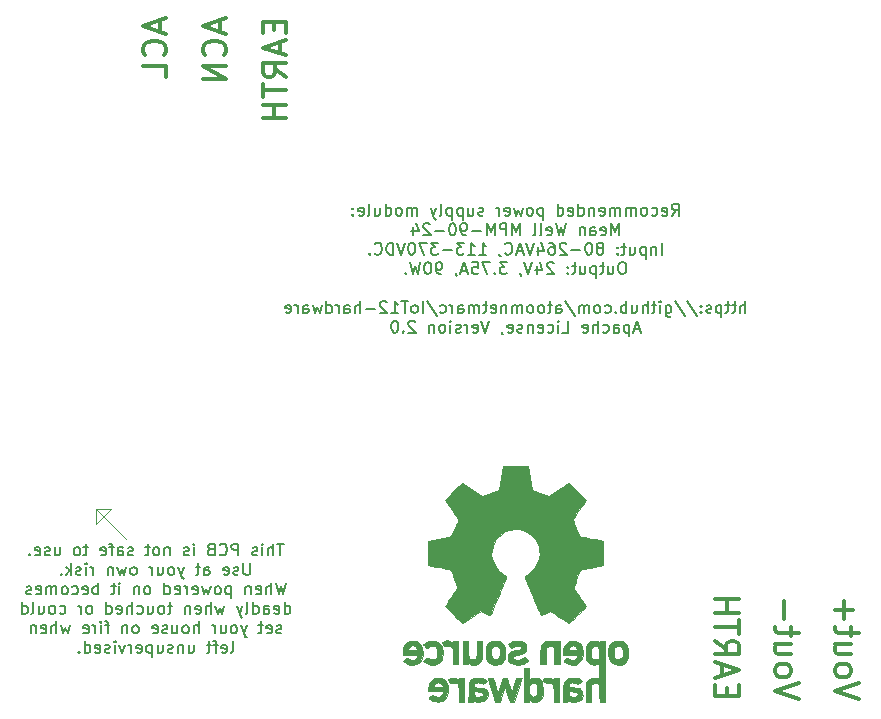
<source format=gbo>
G04 #@! TF.GenerationSoftware,KiCad,Pcbnew,(5.1.10)-1*
G04 #@! TF.CreationDate,2021-10-21T22:15:42+02:00*
G04 #@! TF.ProjectId,IoT12 Power Supply,496f5431-3220-4506-9f77-657220537570,rev?*
G04 #@! TF.SameCoordinates,Original*
G04 #@! TF.FileFunction,Legend,Bot*
G04 #@! TF.FilePolarity,Positive*
%FSLAX46Y46*%
G04 Gerber Fmt 4.6, Leading zero omitted, Abs format (unit mm)*
G04 Created by KiCad (PCBNEW (5.1.10)-1) date 2021-10-21 22:15:42*
%MOMM*%
%LPD*%
G01*
G04 APERTURE LIST*
%ADD10C,0.150000*%
%ADD11C,0.120000*%
%ADD12C,0.300000*%
%ADD13C,0.010000*%
%ADD14C,3.000000*%
%ADD15R,3.000000X3.000000*%
%ADD16C,4.000000*%
%ADD17C,2.500000*%
%ADD18R,2.500000X2.500000*%
%ADD19C,0.800000*%
%ADD20C,6.400000*%
G04 APERTURE END LIST*
D10*
X132753333Y-105817380D02*
X132181904Y-105817380D01*
X132467619Y-106817380D02*
X132467619Y-105817380D01*
X131848571Y-106817380D02*
X131848571Y-105817380D01*
X131420000Y-106817380D02*
X131420000Y-106293571D01*
X131467619Y-106198333D01*
X131562857Y-106150714D01*
X131705714Y-106150714D01*
X131800952Y-106198333D01*
X131848571Y-106245952D01*
X130943809Y-106817380D02*
X130943809Y-106150714D01*
X130943809Y-105817380D02*
X130991428Y-105865000D01*
X130943809Y-105912619D01*
X130896190Y-105865000D01*
X130943809Y-105817380D01*
X130943809Y-105912619D01*
X130515238Y-106769761D02*
X130420000Y-106817380D01*
X130229523Y-106817380D01*
X130134285Y-106769761D01*
X130086666Y-106674523D01*
X130086666Y-106626904D01*
X130134285Y-106531666D01*
X130229523Y-106484047D01*
X130372380Y-106484047D01*
X130467619Y-106436428D01*
X130515238Y-106341190D01*
X130515238Y-106293571D01*
X130467619Y-106198333D01*
X130372380Y-106150714D01*
X130229523Y-106150714D01*
X130134285Y-106198333D01*
X128896190Y-106817380D02*
X128896190Y-105817380D01*
X128515238Y-105817380D01*
X128420000Y-105865000D01*
X128372380Y-105912619D01*
X128324761Y-106007857D01*
X128324761Y-106150714D01*
X128372380Y-106245952D01*
X128420000Y-106293571D01*
X128515238Y-106341190D01*
X128896190Y-106341190D01*
X127324761Y-106722142D02*
X127372380Y-106769761D01*
X127515238Y-106817380D01*
X127610476Y-106817380D01*
X127753333Y-106769761D01*
X127848571Y-106674523D01*
X127896190Y-106579285D01*
X127943809Y-106388809D01*
X127943809Y-106245952D01*
X127896190Y-106055476D01*
X127848571Y-105960238D01*
X127753333Y-105865000D01*
X127610476Y-105817380D01*
X127515238Y-105817380D01*
X127372380Y-105865000D01*
X127324761Y-105912619D01*
X126562857Y-106293571D02*
X126420000Y-106341190D01*
X126372380Y-106388809D01*
X126324761Y-106484047D01*
X126324761Y-106626904D01*
X126372380Y-106722142D01*
X126420000Y-106769761D01*
X126515238Y-106817380D01*
X126896190Y-106817380D01*
X126896190Y-105817380D01*
X126562857Y-105817380D01*
X126467619Y-105865000D01*
X126420000Y-105912619D01*
X126372380Y-106007857D01*
X126372380Y-106103095D01*
X126420000Y-106198333D01*
X126467619Y-106245952D01*
X126562857Y-106293571D01*
X126896190Y-106293571D01*
X125134285Y-106817380D02*
X125134285Y-106150714D01*
X125134285Y-105817380D02*
X125181904Y-105865000D01*
X125134285Y-105912619D01*
X125086666Y-105865000D01*
X125134285Y-105817380D01*
X125134285Y-105912619D01*
X124705714Y-106769761D02*
X124610476Y-106817380D01*
X124420000Y-106817380D01*
X124324761Y-106769761D01*
X124277142Y-106674523D01*
X124277142Y-106626904D01*
X124324761Y-106531666D01*
X124420000Y-106484047D01*
X124562857Y-106484047D01*
X124658095Y-106436428D01*
X124705714Y-106341190D01*
X124705714Y-106293571D01*
X124658095Y-106198333D01*
X124562857Y-106150714D01*
X124420000Y-106150714D01*
X124324761Y-106198333D01*
X123086666Y-106150714D02*
X123086666Y-106817380D01*
X123086666Y-106245952D02*
X123039047Y-106198333D01*
X122943809Y-106150714D01*
X122800952Y-106150714D01*
X122705714Y-106198333D01*
X122658095Y-106293571D01*
X122658095Y-106817380D01*
X122039047Y-106817380D02*
X122134285Y-106769761D01*
X122181904Y-106722142D01*
X122229523Y-106626904D01*
X122229523Y-106341190D01*
X122181904Y-106245952D01*
X122134285Y-106198333D01*
X122039047Y-106150714D01*
X121896190Y-106150714D01*
X121800952Y-106198333D01*
X121753333Y-106245952D01*
X121705714Y-106341190D01*
X121705714Y-106626904D01*
X121753333Y-106722142D01*
X121800952Y-106769761D01*
X121896190Y-106817380D01*
X122039047Y-106817380D01*
X121420000Y-106150714D02*
X121039047Y-106150714D01*
X121277142Y-105817380D02*
X121277142Y-106674523D01*
X121229523Y-106769761D01*
X121134285Y-106817380D01*
X121039047Y-106817380D01*
X119991428Y-106769761D02*
X119896190Y-106817380D01*
X119705714Y-106817380D01*
X119610476Y-106769761D01*
X119562857Y-106674523D01*
X119562857Y-106626904D01*
X119610476Y-106531666D01*
X119705714Y-106484047D01*
X119848571Y-106484047D01*
X119943809Y-106436428D01*
X119991428Y-106341190D01*
X119991428Y-106293571D01*
X119943809Y-106198333D01*
X119848571Y-106150714D01*
X119705714Y-106150714D01*
X119610476Y-106198333D01*
X118705714Y-106817380D02*
X118705714Y-106293571D01*
X118753333Y-106198333D01*
X118848571Y-106150714D01*
X119039047Y-106150714D01*
X119134285Y-106198333D01*
X118705714Y-106769761D02*
X118800952Y-106817380D01*
X119039047Y-106817380D01*
X119134285Y-106769761D01*
X119181904Y-106674523D01*
X119181904Y-106579285D01*
X119134285Y-106484047D01*
X119039047Y-106436428D01*
X118800952Y-106436428D01*
X118705714Y-106388809D01*
X118372380Y-106150714D02*
X117991428Y-106150714D01*
X118229523Y-106817380D02*
X118229523Y-105960238D01*
X118181904Y-105865000D01*
X118086666Y-105817380D01*
X117991428Y-105817380D01*
X117277142Y-106769761D02*
X117372380Y-106817380D01*
X117562857Y-106817380D01*
X117658095Y-106769761D01*
X117705714Y-106674523D01*
X117705714Y-106293571D01*
X117658095Y-106198333D01*
X117562857Y-106150714D01*
X117372380Y-106150714D01*
X117277142Y-106198333D01*
X117229523Y-106293571D01*
X117229523Y-106388809D01*
X117705714Y-106484047D01*
X116181904Y-106150714D02*
X115800952Y-106150714D01*
X116039047Y-105817380D02*
X116039047Y-106674523D01*
X115991428Y-106769761D01*
X115896190Y-106817380D01*
X115800952Y-106817380D01*
X115324761Y-106817380D02*
X115420000Y-106769761D01*
X115467619Y-106722142D01*
X115515238Y-106626904D01*
X115515238Y-106341190D01*
X115467619Y-106245952D01*
X115420000Y-106198333D01*
X115324761Y-106150714D01*
X115181904Y-106150714D01*
X115086666Y-106198333D01*
X115039047Y-106245952D01*
X114991428Y-106341190D01*
X114991428Y-106626904D01*
X115039047Y-106722142D01*
X115086666Y-106769761D01*
X115181904Y-106817380D01*
X115324761Y-106817380D01*
X113372380Y-106150714D02*
X113372380Y-106817380D01*
X113800952Y-106150714D02*
X113800952Y-106674523D01*
X113753333Y-106769761D01*
X113658095Y-106817380D01*
X113515238Y-106817380D01*
X113420000Y-106769761D01*
X113372380Y-106722142D01*
X112943809Y-106769761D02*
X112848571Y-106817380D01*
X112658095Y-106817380D01*
X112562857Y-106769761D01*
X112515238Y-106674523D01*
X112515238Y-106626904D01*
X112562857Y-106531666D01*
X112658095Y-106484047D01*
X112800952Y-106484047D01*
X112896190Y-106436428D01*
X112943809Y-106341190D01*
X112943809Y-106293571D01*
X112896190Y-106198333D01*
X112800952Y-106150714D01*
X112658095Y-106150714D01*
X112562857Y-106198333D01*
X111705714Y-106769761D02*
X111800952Y-106817380D01*
X111991428Y-106817380D01*
X112086666Y-106769761D01*
X112134285Y-106674523D01*
X112134285Y-106293571D01*
X112086666Y-106198333D01*
X111991428Y-106150714D01*
X111800952Y-106150714D01*
X111705714Y-106198333D01*
X111658095Y-106293571D01*
X111658095Y-106388809D01*
X112134285Y-106484047D01*
X111229523Y-106722142D02*
X111181904Y-106769761D01*
X111229523Y-106817380D01*
X111277142Y-106769761D01*
X111229523Y-106722142D01*
X111229523Y-106817380D01*
X129920000Y-107467380D02*
X129920000Y-108276904D01*
X129872380Y-108372142D01*
X129824761Y-108419761D01*
X129729523Y-108467380D01*
X129539047Y-108467380D01*
X129443809Y-108419761D01*
X129396190Y-108372142D01*
X129348571Y-108276904D01*
X129348571Y-107467380D01*
X128920000Y-108419761D02*
X128824761Y-108467380D01*
X128634285Y-108467380D01*
X128539047Y-108419761D01*
X128491428Y-108324523D01*
X128491428Y-108276904D01*
X128539047Y-108181666D01*
X128634285Y-108134047D01*
X128777142Y-108134047D01*
X128872380Y-108086428D01*
X128920000Y-107991190D01*
X128920000Y-107943571D01*
X128872380Y-107848333D01*
X128777142Y-107800714D01*
X128634285Y-107800714D01*
X128539047Y-107848333D01*
X127681904Y-108419761D02*
X127777142Y-108467380D01*
X127967619Y-108467380D01*
X128062857Y-108419761D01*
X128110476Y-108324523D01*
X128110476Y-107943571D01*
X128062857Y-107848333D01*
X127967619Y-107800714D01*
X127777142Y-107800714D01*
X127681904Y-107848333D01*
X127634285Y-107943571D01*
X127634285Y-108038809D01*
X128110476Y-108134047D01*
X126015238Y-108467380D02*
X126015238Y-107943571D01*
X126062857Y-107848333D01*
X126158095Y-107800714D01*
X126348571Y-107800714D01*
X126443809Y-107848333D01*
X126015238Y-108419761D02*
X126110476Y-108467380D01*
X126348571Y-108467380D01*
X126443809Y-108419761D01*
X126491428Y-108324523D01*
X126491428Y-108229285D01*
X126443809Y-108134047D01*
X126348571Y-108086428D01*
X126110476Y-108086428D01*
X126015238Y-108038809D01*
X125681904Y-107800714D02*
X125300952Y-107800714D01*
X125539047Y-107467380D02*
X125539047Y-108324523D01*
X125491428Y-108419761D01*
X125396190Y-108467380D01*
X125300952Y-108467380D01*
X124300952Y-107800714D02*
X124062857Y-108467380D01*
X123824761Y-107800714D02*
X124062857Y-108467380D01*
X124158095Y-108705476D01*
X124205714Y-108753095D01*
X124300952Y-108800714D01*
X123300952Y-108467380D02*
X123396190Y-108419761D01*
X123443809Y-108372142D01*
X123491428Y-108276904D01*
X123491428Y-107991190D01*
X123443809Y-107895952D01*
X123396190Y-107848333D01*
X123300952Y-107800714D01*
X123158095Y-107800714D01*
X123062857Y-107848333D01*
X123015238Y-107895952D01*
X122967619Y-107991190D01*
X122967619Y-108276904D01*
X123015238Y-108372142D01*
X123062857Y-108419761D01*
X123158095Y-108467380D01*
X123300952Y-108467380D01*
X122110476Y-107800714D02*
X122110476Y-108467380D01*
X122539047Y-107800714D02*
X122539047Y-108324523D01*
X122491428Y-108419761D01*
X122396190Y-108467380D01*
X122253333Y-108467380D01*
X122158095Y-108419761D01*
X122110476Y-108372142D01*
X121634285Y-108467380D02*
X121634285Y-107800714D01*
X121634285Y-107991190D02*
X121586666Y-107895952D01*
X121539047Y-107848333D01*
X121443809Y-107800714D01*
X121348571Y-107800714D01*
X120110476Y-108467380D02*
X120205714Y-108419761D01*
X120253333Y-108372142D01*
X120300952Y-108276904D01*
X120300952Y-107991190D01*
X120253333Y-107895952D01*
X120205714Y-107848333D01*
X120110476Y-107800714D01*
X119967619Y-107800714D01*
X119872380Y-107848333D01*
X119824761Y-107895952D01*
X119777142Y-107991190D01*
X119777142Y-108276904D01*
X119824761Y-108372142D01*
X119872380Y-108419761D01*
X119967619Y-108467380D01*
X120110476Y-108467380D01*
X119443809Y-107800714D02*
X119253333Y-108467380D01*
X119062857Y-107991190D01*
X118872380Y-108467380D01*
X118681904Y-107800714D01*
X118300952Y-107800714D02*
X118300952Y-108467380D01*
X118300952Y-107895952D02*
X118253333Y-107848333D01*
X118158095Y-107800714D01*
X118015238Y-107800714D01*
X117920000Y-107848333D01*
X117872380Y-107943571D01*
X117872380Y-108467380D01*
X116634285Y-108467380D02*
X116634285Y-107800714D01*
X116634285Y-107991190D02*
X116586666Y-107895952D01*
X116539047Y-107848333D01*
X116443809Y-107800714D01*
X116348571Y-107800714D01*
X116015238Y-108467380D02*
X116015238Y-107800714D01*
X116015238Y-107467380D02*
X116062857Y-107515000D01*
X116015238Y-107562619D01*
X115967619Y-107515000D01*
X116015238Y-107467380D01*
X116015238Y-107562619D01*
X115586666Y-108419761D02*
X115491428Y-108467380D01*
X115300952Y-108467380D01*
X115205714Y-108419761D01*
X115158095Y-108324523D01*
X115158095Y-108276904D01*
X115205714Y-108181666D01*
X115300952Y-108134047D01*
X115443809Y-108134047D01*
X115539047Y-108086428D01*
X115586666Y-107991190D01*
X115586666Y-107943571D01*
X115539047Y-107848333D01*
X115443809Y-107800714D01*
X115300952Y-107800714D01*
X115205714Y-107848333D01*
X114729523Y-108467380D02*
X114729523Y-107467380D01*
X114634285Y-108086428D02*
X114348571Y-108467380D01*
X114348571Y-107800714D02*
X114729523Y-108181666D01*
X113920000Y-108372142D02*
X113872380Y-108419761D01*
X113920000Y-108467380D01*
X113967619Y-108419761D01*
X113920000Y-108372142D01*
X113920000Y-108467380D01*
X132943809Y-109117380D02*
X132705714Y-110117380D01*
X132515238Y-109403095D01*
X132324761Y-110117380D01*
X132086666Y-109117380D01*
X131705714Y-110117380D02*
X131705714Y-109117380D01*
X131277142Y-110117380D02*
X131277142Y-109593571D01*
X131324761Y-109498333D01*
X131420000Y-109450714D01*
X131562857Y-109450714D01*
X131658095Y-109498333D01*
X131705714Y-109545952D01*
X130420000Y-110069761D02*
X130515238Y-110117380D01*
X130705714Y-110117380D01*
X130800952Y-110069761D01*
X130848571Y-109974523D01*
X130848571Y-109593571D01*
X130800952Y-109498333D01*
X130705714Y-109450714D01*
X130515238Y-109450714D01*
X130420000Y-109498333D01*
X130372380Y-109593571D01*
X130372380Y-109688809D01*
X130848571Y-109784047D01*
X129943809Y-109450714D02*
X129943809Y-110117380D01*
X129943809Y-109545952D02*
X129896190Y-109498333D01*
X129800952Y-109450714D01*
X129658095Y-109450714D01*
X129562857Y-109498333D01*
X129515238Y-109593571D01*
X129515238Y-110117380D01*
X128277142Y-109450714D02*
X128277142Y-110450714D01*
X128277142Y-109498333D02*
X128181904Y-109450714D01*
X127991428Y-109450714D01*
X127896190Y-109498333D01*
X127848571Y-109545952D01*
X127800952Y-109641190D01*
X127800952Y-109926904D01*
X127848571Y-110022142D01*
X127896190Y-110069761D01*
X127991428Y-110117380D01*
X128181904Y-110117380D01*
X128277142Y-110069761D01*
X127229523Y-110117380D02*
X127324761Y-110069761D01*
X127372380Y-110022142D01*
X127420000Y-109926904D01*
X127420000Y-109641190D01*
X127372380Y-109545952D01*
X127324761Y-109498333D01*
X127229523Y-109450714D01*
X127086666Y-109450714D01*
X126991428Y-109498333D01*
X126943809Y-109545952D01*
X126896190Y-109641190D01*
X126896190Y-109926904D01*
X126943809Y-110022142D01*
X126991428Y-110069761D01*
X127086666Y-110117380D01*
X127229523Y-110117380D01*
X126562857Y-109450714D02*
X126372380Y-110117380D01*
X126181904Y-109641190D01*
X125991428Y-110117380D01*
X125800952Y-109450714D01*
X125039047Y-110069761D02*
X125134285Y-110117380D01*
X125324761Y-110117380D01*
X125420000Y-110069761D01*
X125467619Y-109974523D01*
X125467619Y-109593571D01*
X125420000Y-109498333D01*
X125324761Y-109450714D01*
X125134285Y-109450714D01*
X125039047Y-109498333D01*
X124991428Y-109593571D01*
X124991428Y-109688809D01*
X125467619Y-109784047D01*
X124562857Y-110117380D02*
X124562857Y-109450714D01*
X124562857Y-109641190D02*
X124515238Y-109545952D01*
X124467619Y-109498333D01*
X124372380Y-109450714D01*
X124277142Y-109450714D01*
X123562857Y-110069761D02*
X123658095Y-110117380D01*
X123848571Y-110117380D01*
X123943809Y-110069761D01*
X123991428Y-109974523D01*
X123991428Y-109593571D01*
X123943809Y-109498333D01*
X123848571Y-109450714D01*
X123658095Y-109450714D01*
X123562857Y-109498333D01*
X123515238Y-109593571D01*
X123515238Y-109688809D01*
X123991428Y-109784047D01*
X122658095Y-110117380D02*
X122658095Y-109117380D01*
X122658095Y-110069761D02*
X122753333Y-110117380D01*
X122943809Y-110117380D01*
X123039047Y-110069761D01*
X123086666Y-110022142D01*
X123134285Y-109926904D01*
X123134285Y-109641190D01*
X123086666Y-109545952D01*
X123039047Y-109498333D01*
X122943809Y-109450714D01*
X122753333Y-109450714D01*
X122658095Y-109498333D01*
X121277142Y-110117380D02*
X121372380Y-110069761D01*
X121420000Y-110022142D01*
X121467619Y-109926904D01*
X121467619Y-109641190D01*
X121420000Y-109545952D01*
X121372380Y-109498333D01*
X121277142Y-109450714D01*
X121134285Y-109450714D01*
X121039047Y-109498333D01*
X120991428Y-109545952D01*
X120943809Y-109641190D01*
X120943809Y-109926904D01*
X120991428Y-110022142D01*
X121039047Y-110069761D01*
X121134285Y-110117380D01*
X121277142Y-110117380D01*
X120515238Y-109450714D02*
X120515238Y-110117380D01*
X120515238Y-109545952D02*
X120467619Y-109498333D01*
X120372380Y-109450714D01*
X120229523Y-109450714D01*
X120134285Y-109498333D01*
X120086666Y-109593571D01*
X120086666Y-110117380D01*
X118848571Y-110117380D02*
X118848571Y-109450714D01*
X118848571Y-109117380D02*
X118896190Y-109165000D01*
X118848571Y-109212619D01*
X118800952Y-109165000D01*
X118848571Y-109117380D01*
X118848571Y-109212619D01*
X118515238Y-109450714D02*
X118134285Y-109450714D01*
X118372380Y-109117380D02*
X118372380Y-109974523D01*
X118324761Y-110069761D01*
X118229523Y-110117380D01*
X118134285Y-110117380D01*
X117039047Y-110117380D02*
X117039047Y-109117380D01*
X117039047Y-109498333D02*
X116943809Y-109450714D01*
X116753333Y-109450714D01*
X116658095Y-109498333D01*
X116610476Y-109545952D01*
X116562857Y-109641190D01*
X116562857Y-109926904D01*
X116610476Y-110022142D01*
X116658095Y-110069761D01*
X116753333Y-110117380D01*
X116943809Y-110117380D01*
X117039047Y-110069761D01*
X115753333Y-110069761D02*
X115848571Y-110117380D01*
X116039047Y-110117380D01*
X116134285Y-110069761D01*
X116181904Y-109974523D01*
X116181904Y-109593571D01*
X116134285Y-109498333D01*
X116039047Y-109450714D01*
X115848571Y-109450714D01*
X115753333Y-109498333D01*
X115705714Y-109593571D01*
X115705714Y-109688809D01*
X116181904Y-109784047D01*
X114848571Y-110069761D02*
X114943809Y-110117380D01*
X115134285Y-110117380D01*
X115229523Y-110069761D01*
X115277142Y-110022142D01*
X115324761Y-109926904D01*
X115324761Y-109641190D01*
X115277142Y-109545952D01*
X115229523Y-109498333D01*
X115134285Y-109450714D01*
X114943809Y-109450714D01*
X114848571Y-109498333D01*
X114277142Y-110117380D02*
X114372380Y-110069761D01*
X114420000Y-110022142D01*
X114467619Y-109926904D01*
X114467619Y-109641190D01*
X114420000Y-109545952D01*
X114372380Y-109498333D01*
X114277142Y-109450714D01*
X114134285Y-109450714D01*
X114039047Y-109498333D01*
X113991428Y-109545952D01*
X113943809Y-109641190D01*
X113943809Y-109926904D01*
X113991428Y-110022142D01*
X114039047Y-110069761D01*
X114134285Y-110117380D01*
X114277142Y-110117380D01*
X113515238Y-110117380D02*
X113515238Y-109450714D01*
X113515238Y-109545952D02*
X113467619Y-109498333D01*
X113372380Y-109450714D01*
X113229523Y-109450714D01*
X113134285Y-109498333D01*
X113086666Y-109593571D01*
X113086666Y-110117380D01*
X113086666Y-109593571D02*
X113039047Y-109498333D01*
X112943809Y-109450714D01*
X112800952Y-109450714D01*
X112705714Y-109498333D01*
X112658095Y-109593571D01*
X112658095Y-110117380D01*
X111800952Y-110069761D02*
X111896190Y-110117380D01*
X112086666Y-110117380D01*
X112181904Y-110069761D01*
X112229523Y-109974523D01*
X112229523Y-109593571D01*
X112181904Y-109498333D01*
X112086666Y-109450714D01*
X111896190Y-109450714D01*
X111800952Y-109498333D01*
X111753333Y-109593571D01*
X111753333Y-109688809D01*
X112229523Y-109784047D01*
X111372380Y-110069761D02*
X111277142Y-110117380D01*
X111086666Y-110117380D01*
X110991428Y-110069761D01*
X110943809Y-109974523D01*
X110943809Y-109926904D01*
X110991428Y-109831666D01*
X111086666Y-109784047D01*
X111229523Y-109784047D01*
X111324761Y-109736428D01*
X111372380Y-109641190D01*
X111372380Y-109593571D01*
X111324761Y-109498333D01*
X111229523Y-109450714D01*
X111086666Y-109450714D01*
X110991428Y-109498333D01*
X132824761Y-111767380D02*
X132824761Y-110767380D01*
X132824761Y-111719761D02*
X132920000Y-111767380D01*
X133110476Y-111767380D01*
X133205714Y-111719761D01*
X133253333Y-111672142D01*
X133300952Y-111576904D01*
X133300952Y-111291190D01*
X133253333Y-111195952D01*
X133205714Y-111148333D01*
X133110476Y-111100714D01*
X132920000Y-111100714D01*
X132824761Y-111148333D01*
X131967619Y-111719761D02*
X132062857Y-111767380D01*
X132253333Y-111767380D01*
X132348571Y-111719761D01*
X132396190Y-111624523D01*
X132396190Y-111243571D01*
X132348571Y-111148333D01*
X132253333Y-111100714D01*
X132062857Y-111100714D01*
X131967619Y-111148333D01*
X131920000Y-111243571D01*
X131920000Y-111338809D01*
X132396190Y-111434047D01*
X131062857Y-111767380D02*
X131062857Y-111243571D01*
X131110476Y-111148333D01*
X131205714Y-111100714D01*
X131396190Y-111100714D01*
X131491428Y-111148333D01*
X131062857Y-111719761D02*
X131158095Y-111767380D01*
X131396190Y-111767380D01*
X131491428Y-111719761D01*
X131539047Y-111624523D01*
X131539047Y-111529285D01*
X131491428Y-111434047D01*
X131396190Y-111386428D01*
X131158095Y-111386428D01*
X131062857Y-111338809D01*
X130158095Y-111767380D02*
X130158095Y-110767380D01*
X130158095Y-111719761D02*
X130253333Y-111767380D01*
X130443809Y-111767380D01*
X130539047Y-111719761D01*
X130586666Y-111672142D01*
X130634285Y-111576904D01*
X130634285Y-111291190D01*
X130586666Y-111195952D01*
X130539047Y-111148333D01*
X130443809Y-111100714D01*
X130253333Y-111100714D01*
X130158095Y-111148333D01*
X129539047Y-111767380D02*
X129634285Y-111719761D01*
X129681904Y-111624523D01*
X129681904Y-110767380D01*
X129253333Y-111100714D02*
X129015238Y-111767380D01*
X128777142Y-111100714D02*
X129015238Y-111767380D01*
X129110476Y-112005476D01*
X129158095Y-112053095D01*
X129253333Y-112100714D01*
X127729523Y-111100714D02*
X127539047Y-111767380D01*
X127348571Y-111291190D01*
X127158095Y-111767380D01*
X126967619Y-111100714D01*
X126586666Y-111767380D02*
X126586666Y-110767380D01*
X126158095Y-111767380D02*
X126158095Y-111243571D01*
X126205714Y-111148333D01*
X126300952Y-111100714D01*
X126443809Y-111100714D01*
X126539047Y-111148333D01*
X126586666Y-111195952D01*
X125300952Y-111719761D02*
X125396190Y-111767380D01*
X125586666Y-111767380D01*
X125681904Y-111719761D01*
X125729523Y-111624523D01*
X125729523Y-111243571D01*
X125681904Y-111148333D01*
X125586666Y-111100714D01*
X125396190Y-111100714D01*
X125300952Y-111148333D01*
X125253333Y-111243571D01*
X125253333Y-111338809D01*
X125729523Y-111434047D01*
X124824761Y-111100714D02*
X124824761Y-111767380D01*
X124824761Y-111195952D02*
X124777142Y-111148333D01*
X124681904Y-111100714D01*
X124539047Y-111100714D01*
X124443809Y-111148333D01*
X124396190Y-111243571D01*
X124396190Y-111767380D01*
X123300952Y-111100714D02*
X122920000Y-111100714D01*
X123158095Y-110767380D02*
X123158095Y-111624523D01*
X123110476Y-111719761D01*
X123015238Y-111767380D01*
X122920000Y-111767380D01*
X122443809Y-111767380D02*
X122539047Y-111719761D01*
X122586666Y-111672142D01*
X122634285Y-111576904D01*
X122634285Y-111291190D01*
X122586666Y-111195952D01*
X122539047Y-111148333D01*
X122443809Y-111100714D01*
X122300952Y-111100714D01*
X122205714Y-111148333D01*
X122158095Y-111195952D01*
X122110476Y-111291190D01*
X122110476Y-111576904D01*
X122158095Y-111672142D01*
X122205714Y-111719761D01*
X122300952Y-111767380D01*
X122443809Y-111767380D01*
X121253333Y-111100714D02*
X121253333Y-111767380D01*
X121681904Y-111100714D02*
X121681904Y-111624523D01*
X121634285Y-111719761D01*
X121539047Y-111767380D01*
X121396190Y-111767380D01*
X121300952Y-111719761D01*
X121253333Y-111672142D01*
X120348571Y-111719761D02*
X120443809Y-111767380D01*
X120634285Y-111767380D01*
X120729523Y-111719761D01*
X120777142Y-111672142D01*
X120824761Y-111576904D01*
X120824761Y-111291190D01*
X120777142Y-111195952D01*
X120729523Y-111148333D01*
X120634285Y-111100714D01*
X120443809Y-111100714D01*
X120348571Y-111148333D01*
X119920000Y-111767380D02*
X119920000Y-110767380D01*
X119491428Y-111767380D02*
X119491428Y-111243571D01*
X119539047Y-111148333D01*
X119634285Y-111100714D01*
X119777142Y-111100714D01*
X119872380Y-111148333D01*
X119920000Y-111195952D01*
X118634285Y-111719761D02*
X118729523Y-111767380D01*
X118920000Y-111767380D01*
X119015238Y-111719761D01*
X119062857Y-111624523D01*
X119062857Y-111243571D01*
X119015238Y-111148333D01*
X118920000Y-111100714D01*
X118729523Y-111100714D01*
X118634285Y-111148333D01*
X118586666Y-111243571D01*
X118586666Y-111338809D01*
X119062857Y-111434047D01*
X117729523Y-111767380D02*
X117729523Y-110767380D01*
X117729523Y-111719761D02*
X117824761Y-111767380D01*
X118015238Y-111767380D01*
X118110476Y-111719761D01*
X118158095Y-111672142D01*
X118205714Y-111576904D01*
X118205714Y-111291190D01*
X118158095Y-111195952D01*
X118110476Y-111148333D01*
X118015238Y-111100714D01*
X117824761Y-111100714D01*
X117729523Y-111148333D01*
X116348571Y-111767380D02*
X116443809Y-111719761D01*
X116491428Y-111672142D01*
X116539047Y-111576904D01*
X116539047Y-111291190D01*
X116491428Y-111195952D01*
X116443809Y-111148333D01*
X116348571Y-111100714D01*
X116205714Y-111100714D01*
X116110476Y-111148333D01*
X116062857Y-111195952D01*
X116015238Y-111291190D01*
X116015238Y-111576904D01*
X116062857Y-111672142D01*
X116110476Y-111719761D01*
X116205714Y-111767380D01*
X116348571Y-111767380D01*
X115586666Y-111767380D02*
X115586666Y-111100714D01*
X115586666Y-111291190D02*
X115539047Y-111195952D01*
X115491428Y-111148333D01*
X115396190Y-111100714D01*
X115300952Y-111100714D01*
X113777142Y-111719761D02*
X113872380Y-111767380D01*
X114062857Y-111767380D01*
X114158095Y-111719761D01*
X114205714Y-111672142D01*
X114253333Y-111576904D01*
X114253333Y-111291190D01*
X114205714Y-111195952D01*
X114158095Y-111148333D01*
X114062857Y-111100714D01*
X113872380Y-111100714D01*
X113777142Y-111148333D01*
X113205714Y-111767380D02*
X113300952Y-111719761D01*
X113348571Y-111672142D01*
X113396190Y-111576904D01*
X113396190Y-111291190D01*
X113348571Y-111195952D01*
X113300952Y-111148333D01*
X113205714Y-111100714D01*
X113062857Y-111100714D01*
X112967619Y-111148333D01*
X112920000Y-111195952D01*
X112872380Y-111291190D01*
X112872380Y-111576904D01*
X112920000Y-111672142D01*
X112967619Y-111719761D01*
X113062857Y-111767380D01*
X113205714Y-111767380D01*
X112015238Y-111100714D02*
X112015238Y-111767380D01*
X112443809Y-111100714D02*
X112443809Y-111624523D01*
X112396190Y-111719761D01*
X112300952Y-111767380D01*
X112158095Y-111767380D01*
X112062857Y-111719761D01*
X112015238Y-111672142D01*
X111396190Y-111767380D02*
X111491428Y-111719761D01*
X111539047Y-111624523D01*
X111539047Y-110767380D01*
X110586666Y-111767380D02*
X110586666Y-110767380D01*
X110586666Y-111719761D02*
X110681904Y-111767380D01*
X110872380Y-111767380D01*
X110967619Y-111719761D01*
X111015238Y-111672142D01*
X111062857Y-111576904D01*
X111062857Y-111291190D01*
X111015238Y-111195952D01*
X110967619Y-111148333D01*
X110872380Y-111100714D01*
X110681904Y-111100714D01*
X110586666Y-111148333D01*
X132562857Y-113369761D02*
X132467619Y-113417380D01*
X132277142Y-113417380D01*
X132181904Y-113369761D01*
X132134285Y-113274523D01*
X132134285Y-113226904D01*
X132181904Y-113131666D01*
X132277142Y-113084047D01*
X132420000Y-113084047D01*
X132515238Y-113036428D01*
X132562857Y-112941190D01*
X132562857Y-112893571D01*
X132515238Y-112798333D01*
X132420000Y-112750714D01*
X132277142Y-112750714D01*
X132181904Y-112798333D01*
X131324761Y-113369761D02*
X131420000Y-113417380D01*
X131610476Y-113417380D01*
X131705714Y-113369761D01*
X131753333Y-113274523D01*
X131753333Y-112893571D01*
X131705714Y-112798333D01*
X131610476Y-112750714D01*
X131420000Y-112750714D01*
X131324761Y-112798333D01*
X131277142Y-112893571D01*
X131277142Y-112988809D01*
X131753333Y-113084047D01*
X130991428Y-112750714D02*
X130610476Y-112750714D01*
X130848571Y-112417380D02*
X130848571Y-113274523D01*
X130800952Y-113369761D01*
X130705714Y-113417380D01*
X130610476Y-113417380D01*
X129610476Y-112750714D02*
X129372380Y-113417380D01*
X129134285Y-112750714D02*
X129372380Y-113417380D01*
X129467619Y-113655476D01*
X129515238Y-113703095D01*
X129610476Y-113750714D01*
X128610476Y-113417380D02*
X128705714Y-113369761D01*
X128753333Y-113322142D01*
X128800952Y-113226904D01*
X128800952Y-112941190D01*
X128753333Y-112845952D01*
X128705714Y-112798333D01*
X128610476Y-112750714D01*
X128467619Y-112750714D01*
X128372380Y-112798333D01*
X128324761Y-112845952D01*
X128277142Y-112941190D01*
X128277142Y-113226904D01*
X128324761Y-113322142D01*
X128372380Y-113369761D01*
X128467619Y-113417380D01*
X128610476Y-113417380D01*
X127420000Y-112750714D02*
X127420000Y-113417380D01*
X127848571Y-112750714D02*
X127848571Y-113274523D01*
X127800952Y-113369761D01*
X127705714Y-113417380D01*
X127562857Y-113417380D01*
X127467619Y-113369761D01*
X127420000Y-113322142D01*
X126943809Y-113417380D02*
X126943809Y-112750714D01*
X126943809Y-112941190D02*
X126896190Y-112845952D01*
X126848571Y-112798333D01*
X126753333Y-112750714D01*
X126658095Y-112750714D01*
X125562857Y-113417380D02*
X125562857Y-112417380D01*
X125134285Y-113417380D02*
X125134285Y-112893571D01*
X125181904Y-112798333D01*
X125277142Y-112750714D01*
X125420000Y-112750714D01*
X125515238Y-112798333D01*
X125562857Y-112845952D01*
X124515238Y-113417380D02*
X124610476Y-113369761D01*
X124658095Y-113322142D01*
X124705714Y-113226904D01*
X124705714Y-112941190D01*
X124658095Y-112845952D01*
X124610476Y-112798333D01*
X124515238Y-112750714D01*
X124372380Y-112750714D01*
X124277142Y-112798333D01*
X124229523Y-112845952D01*
X124181904Y-112941190D01*
X124181904Y-113226904D01*
X124229523Y-113322142D01*
X124277142Y-113369761D01*
X124372380Y-113417380D01*
X124515238Y-113417380D01*
X123324761Y-112750714D02*
X123324761Y-113417380D01*
X123753333Y-112750714D02*
X123753333Y-113274523D01*
X123705714Y-113369761D01*
X123610476Y-113417380D01*
X123467619Y-113417380D01*
X123372380Y-113369761D01*
X123324761Y-113322142D01*
X122896190Y-113369761D02*
X122800952Y-113417380D01*
X122610476Y-113417380D01*
X122515238Y-113369761D01*
X122467619Y-113274523D01*
X122467619Y-113226904D01*
X122515238Y-113131666D01*
X122610476Y-113084047D01*
X122753333Y-113084047D01*
X122848571Y-113036428D01*
X122896190Y-112941190D01*
X122896190Y-112893571D01*
X122848571Y-112798333D01*
X122753333Y-112750714D01*
X122610476Y-112750714D01*
X122515238Y-112798333D01*
X121658095Y-113369761D02*
X121753333Y-113417380D01*
X121943809Y-113417380D01*
X122039047Y-113369761D01*
X122086666Y-113274523D01*
X122086666Y-112893571D01*
X122039047Y-112798333D01*
X121943809Y-112750714D01*
X121753333Y-112750714D01*
X121658095Y-112798333D01*
X121610476Y-112893571D01*
X121610476Y-112988809D01*
X122086666Y-113084047D01*
X120277142Y-113417380D02*
X120372380Y-113369761D01*
X120420000Y-113322142D01*
X120467619Y-113226904D01*
X120467619Y-112941190D01*
X120420000Y-112845952D01*
X120372380Y-112798333D01*
X120277142Y-112750714D01*
X120134285Y-112750714D01*
X120039047Y-112798333D01*
X119991428Y-112845952D01*
X119943809Y-112941190D01*
X119943809Y-113226904D01*
X119991428Y-113322142D01*
X120039047Y-113369761D01*
X120134285Y-113417380D01*
X120277142Y-113417380D01*
X119515238Y-112750714D02*
X119515238Y-113417380D01*
X119515238Y-112845952D02*
X119467619Y-112798333D01*
X119372380Y-112750714D01*
X119229523Y-112750714D01*
X119134285Y-112798333D01*
X119086666Y-112893571D01*
X119086666Y-113417380D01*
X117991428Y-112750714D02*
X117610476Y-112750714D01*
X117848571Y-113417380D02*
X117848571Y-112560238D01*
X117800952Y-112465000D01*
X117705714Y-112417380D01*
X117610476Y-112417380D01*
X117277142Y-113417380D02*
X117277142Y-112750714D01*
X117277142Y-112417380D02*
X117324761Y-112465000D01*
X117277142Y-112512619D01*
X117229523Y-112465000D01*
X117277142Y-112417380D01*
X117277142Y-112512619D01*
X116800952Y-113417380D02*
X116800952Y-112750714D01*
X116800952Y-112941190D02*
X116753333Y-112845952D01*
X116705714Y-112798333D01*
X116610476Y-112750714D01*
X116515238Y-112750714D01*
X115800952Y-113369761D02*
X115896190Y-113417380D01*
X116086666Y-113417380D01*
X116181904Y-113369761D01*
X116229523Y-113274523D01*
X116229523Y-112893571D01*
X116181904Y-112798333D01*
X116086666Y-112750714D01*
X115896190Y-112750714D01*
X115800952Y-112798333D01*
X115753333Y-112893571D01*
X115753333Y-112988809D01*
X116229523Y-113084047D01*
X114658095Y-112750714D02*
X114467619Y-113417380D01*
X114277142Y-112941190D01*
X114086666Y-113417380D01*
X113896190Y-112750714D01*
X113515238Y-113417380D02*
X113515238Y-112417380D01*
X113086666Y-113417380D02*
X113086666Y-112893571D01*
X113134285Y-112798333D01*
X113229523Y-112750714D01*
X113372380Y-112750714D01*
X113467619Y-112798333D01*
X113515238Y-112845952D01*
X112229523Y-113369761D02*
X112324761Y-113417380D01*
X112515238Y-113417380D01*
X112610476Y-113369761D01*
X112658095Y-113274523D01*
X112658095Y-112893571D01*
X112610476Y-112798333D01*
X112515238Y-112750714D01*
X112324761Y-112750714D01*
X112229523Y-112798333D01*
X112181904Y-112893571D01*
X112181904Y-112988809D01*
X112658095Y-113084047D01*
X111753333Y-112750714D02*
X111753333Y-113417380D01*
X111753333Y-112845952D02*
X111705714Y-112798333D01*
X111610476Y-112750714D01*
X111467619Y-112750714D01*
X111372380Y-112798333D01*
X111324761Y-112893571D01*
X111324761Y-113417380D01*
X128277142Y-115067380D02*
X128372380Y-115019761D01*
X128420000Y-114924523D01*
X128420000Y-114067380D01*
X127515238Y-115019761D02*
X127610476Y-115067380D01*
X127800952Y-115067380D01*
X127896190Y-115019761D01*
X127943809Y-114924523D01*
X127943809Y-114543571D01*
X127896190Y-114448333D01*
X127800952Y-114400714D01*
X127610476Y-114400714D01*
X127515238Y-114448333D01*
X127467619Y-114543571D01*
X127467619Y-114638809D01*
X127943809Y-114734047D01*
X127181904Y-114400714D02*
X126800952Y-114400714D01*
X127039047Y-115067380D02*
X127039047Y-114210238D01*
X126991428Y-114115000D01*
X126896190Y-114067380D01*
X126800952Y-114067380D01*
X126610476Y-114400714D02*
X126229523Y-114400714D01*
X126467619Y-114067380D02*
X126467619Y-114924523D01*
X126420000Y-115019761D01*
X126324761Y-115067380D01*
X126229523Y-115067380D01*
X124705714Y-114400714D02*
X124705714Y-115067380D01*
X125134285Y-114400714D02*
X125134285Y-114924523D01*
X125086666Y-115019761D01*
X124991428Y-115067380D01*
X124848571Y-115067380D01*
X124753333Y-115019761D01*
X124705714Y-114972142D01*
X124229523Y-114400714D02*
X124229523Y-115067380D01*
X124229523Y-114495952D02*
X124181904Y-114448333D01*
X124086666Y-114400714D01*
X123943809Y-114400714D01*
X123848571Y-114448333D01*
X123800952Y-114543571D01*
X123800952Y-115067380D01*
X123372380Y-115019761D02*
X123277142Y-115067380D01*
X123086666Y-115067380D01*
X122991428Y-115019761D01*
X122943809Y-114924523D01*
X122943809Y-114876904D01*
X122991428Y-114781666D01*
X123086666Y-114734047D01*
X123229523Y-114734047D01*
X123324761Y-114686428D01*
X123372380Y-114591190D01*
X123372380Y-114543571D01*
X123324761Y-114448333D01*
X123229523Y-114400714D01*
X123086666Y-114400714D01*
X122991428Y-114448333D01*
X122086666Y-114400714D02*
X122086666Y-115067380D01*
X122515238Y-114400714D02*
X122515238Y-114924523D01*
X122467619Y-115019761D01*
X122372380Y-115067380D01*
X122229523Y-115067380D01*
X122134285Y-115019761D01*
X122086666Y-114972142D01*
X121610476Y-114400714D02*
X121610476Y-115400714D01*
X121610476Y-114448333D02*
X121515238Y-114400714D01*
X121324761Y-114400714D01*
X121229523Y-114448333D01*
X121181904Y-114495952D01*
X121134285Y-114591190D01*
X121134285Y-114876904D01*
X121181904Y-114972142D01*
X121229523Y-115019761D01*
X121324761Y-115067380D01*
X121515238Y-115067380D01*
X121610476Y-115019761D01*
X120324761Y-115019761D02*
X120420000Y-115067380D01*
X120610476Y-115067380D01*
X120705714Y-115019761D01*
X120753333Y-114924523D01*
X120753333Y-114543571D01*
X120705714Y-114448333D01*
X120610476Y-114400714D01*
X120420000Y-114400714D01*
X120324761Y-114448333D01*
X120277142Y-114543571D01*
X120277142Y-114638809D01*
X120753333Y-114734047D01*
X119848571Y-115067380D02*
X119848571Y-114400714D01*
X119848571Y-114591190D02*
X119800952Y-114495952D01*
X119753333Y-114448333D01*
X119658095Y-114400714D01*
X119562857Y-114400714D01*
X119324761Y-114400714D02*
X119086666Y-115067380D01*
X118848571Y-114400714D01*
X118467619Y-115067380D02*
X118467619Y-114400714D01*
X118467619Y-114067380D02*
X118515238Y-114115000D01*
X118467619Y-114162619D01*
X118420000Y-114115000D01*
X118467619Y-114067380D01*
X118467619Y-114162619D01*
X118039047Y-115019761D02*
X117943809Y-115067380D01*
X117753333Y-115067380D01*
X117658095Y-115019761D01*
X117610476Y-114924523D01*
X117610476Y-114876904D01*
X117658095Y-114781666D01*
X117753333Y-114734047D01*
X117896190Y-114734047D01*
X117991428Y-114686428D01*
X118039047Y-114591190D01*
X118039047Y-114543571D01*
X117991428Y-114448333D01*
X117896190Y-114400714D01*
X117753333Y-114400714D01*
X117658095Y-114448333D01*
X116800952Y-115019761D02*
X116896190Y-115067380D01*
X117086666Y-115067380D01*
X117181904Y-115019761D01*
X117229523Y-114924523D01*
X117229523Y-114543571D01*
X117181904Y-114448333D01*
X117086666Y-114400714D01*
X116896190Y-114400714D01*
X116800952Y-114448333D01*
X116753333Y-114543571D01*
X116753333Y-114638809D01*
X117229523Y-114734047D01*
X115896190Y-115067380D02*
X115896190Y-114067380D01*
X115896190Y-115019761D02*
X115991428Y-115067380D01*
X116181904Y-115067380D01*
X116277142Y-115019761D01*
X116324761Y-114972142D01*
X116372380Y-114876904D01*
X116372380Y-114591190D01*
X116324761Y-114495952D01*
X116277142Y-114448333D01*
X116181904Y-114400714D01*
X115991428Y-114400714D01*
X115896190Y-114448333D01*
X115420000Y-114972142D02*
X115372380Y-115019761D01*
X115420000Y-115067380D01*
X115467619Y-115019761D01*
X115420000Y-114972142D01*
X115420000Y-115067380D01*
D11*
X116840000Y-102870000D02*
X119380000Y-105410000D01*
X118110000Y-102870000D02*
X116840000Y-104140000D01*
X116840000Y-102870000D02*
X118110000Y-102870000D01*
X116840000Y-102870000D02*
X116840000Y-104140000D01*
D12*
X122253333Y-61535952D02*
X122253333Y-62488333D01*
X122824761Y-61345476D02*
X120824761Y-62012142D01*
X122824761Y-62678809D01*
X122634285Y-64488333D02*
X122729523Y-64393095D01*
X122824761Y-64107380D01*
X122824761Y-63916904D01*
X122729523Y-63631190D01*
X122539047Y-63440714D01*
X122348571Y-63345476D01*
X121967619Y-63250238D01*
X121681904Y-63250238D01*
X121300952Y-63345476D01*
X121110476Y-63440714D01*
X120920000Y-63631190D01*
X120824761Y-63916904D01*
X120824761Y-64107380D01*
X120920000Y-64393095D01*
X121015238Y-64488333D01*
X122824761Y-66297857D02*
X122824761Y-65345476D01*
X120824761Y-65345476D01*
X127333333Y-61535952D02*
X127333333Y-62488333D01*
X127904761Y-61345476D02*
X125904761Y-62012142D01*
X127904761Y-62678809D01*
X127714285Y-64488333D02*
X127809523Y-64393095D01*
X127904761Y-64107380D01*
X127904761Y-63916904D01*
X127809523Y-63631190D01*
X127619047Y-63440714D01*
X127428571Y-63345476D01*
X127047619Y-63250238D01*
X126761904Y-63250238D01*
X126380952Y-63345476D01*
X126190476Y-63440714D01*
X126000000Y-63631190D01*
X125904761Y-63916904D01*
X125904761Y-64107380D01*
X126000000Y-64393095D01*
X126095238Y-64488333D01*
X127904761Y-65345476D02*
X125904761Y-65345476D01*
X127904761Y-66488333D01*
X125904761Y-66488333D01*
X131937142Y-61631190D02*
X131937142Y-62297857D01*
X132984761Y-62583571D02*
X132984761Y-61631190D01*
X130984761Y-61631190D01*
X130984761Y-62583571D01*
X132413333Y-63345476D02*
X132413333Y-64297857D01*
X132984761Y-63155000D02*
X130984761Y-63821666D01*
X132984761Y-64488333D01*
X132984761Y-66297857D02*
X132032380Y-65631190D01*
X132984761Y-65155000D02*
X130984761Y-65155000D01*
X130984761Y-65916904D01*
X131080000Y-66107380D01*
X131175238Y-66202619D01*
X131365714Y-66297857D01*
X131651428Y-66297857D01*
X131841904Y-66202619D01*
X131937142Y-66107380D01*
X132032380Y-65916904D01*
X132032380Y-65155000D01*
X130984761Y-66869285D02*
X130984761Y-68012142D01*
X132984761Y-67440714D02*
X130984761Y-67440714D01*
X132984761Y-68678809D02*
X130984761Y-68678809D01*
X131937142Y-68678809D02*
X131937142Y-69821666D01*
X132984761Y-69821666D02*
X130984761Y-69821666D01*
X170322857Y-118708809D02*
X170322857Y-118042142D01*
X169275238Y-117756428D02*
X169275238Y-118708809D01*
X171275238Y-118708809D01*
X171275238Y-117756428D01*
X169846666Y-116994523D02*
X169846666Y-116042142D01*
X169275238Y-117185000D02*
X171275238Y-116518333D01*
X169275238Y-115851666D01*
X169275238Y-114042142D02*
X170227619Y-114708809D01*
X169275238Y-115185000D02*
X171275238Y-115185000D01*
X171275238Y-114423095D01*
X171180000Y-114232619D01*
X171084761Y-114137380D01*
X170894285Y-114042142D01*
X170608571Y-114042142D01*
X170418095Y-114137380D01*
X170322857Y-114232619D01*
X170227619Y-114423095D01*
X170227619Y-115185000D01*
X171275238Y-113470714D02*
X171275238Y-112327857D01*
X169275238Y-112899285D02*
X171275238Y-112899285D01*
X169275238Y-111661190D02*
X171275238Y-111661190D01*
X170322857Y-111661190D02*
X170322857Y-110518333D01*
X169275238Y-110518333D02*
X171275238Y-110518333D01*
X181435238Y-118994523D02*
X179435238Y-118327857D01*
X181435238Y-117661190D01*
X179435238Y-116708809D02*
X179530476Y-116899285D01*
X179625714Y-116994523D01*
X179816190Y-117089761D01*
X180387619Y-117089761D01*
X180578095Y-116994523D01*
X180673333Y-116899285D01*
X180768571Y-116708809D01*
X180768571Y-116423095D01*
X180673333Y-116232619D01*
X180578095Y-116137380D01*
X180387619Y-116042142D01*
X179816190Y-116042142D01*
X179625714Y-116137380D01*
X179530476Y-116232619D01*
X179435238Y-116423095D01*
X179435238Y-116708809D01*
X180768571Y-114327857D02*
X179435238Y-114327857D01*
X180768571Y-115185000D02*
X179720952Y-115185000D01*
X179530476Y-115089761D01*
X179435238Y-114899285D01*
X179435238Y-114613571D01*
X179530476Y-114423095D01*
X179625714Y-114327857D01*
X180768571Y-113661190D02*
X180768571Y-112899285D01*
X181435238Y-113375476D02*
X179720952Y-113375476D01*
X179530476Y-113280238D01*
X179435238Y-113089761D01*
X179435238Y-112899285D01*
X180197142Y-112232619D02*
X180197142Y-110708809D01*
X179435238Y-111470714D02*
X180959047Y-111470714D01*
X176355238Y-118994523D02*
X174355238Y-118327857D01*
X176355238Y-117661190D01*
X174355238Y-116708809D02*
X174450476Y-116899285D01*
X174545714Y-116994523D01*
X174736190Y-117089761D01*
X175307619Y-117089761D01*
X175498095Y-116994523D01*
X175593333Y-116899285D01*
X175688571Y-116708809D01*
X175688571Y-116423095D01*
X175593333Y-116232619D01*
X175498095Y-116137380D01*
X175307619Y-116042142D01*
X174736190Y-116042142D01*
X174545714Y-116137380D01*
X174450476Y-116232619D01*
X174355238Y-116423095D01*
X174355238Y-116708809D01*
X175688571Y-114327857D02*
X174355238Y-114327857D01*
X175688571Y-115185000D02*
X174640952Y-115185000D01*
X174450476Y-115089761D01*
X174355238Y-114899285D01*
X174355238Y-114613571D01*
X174450476Y-114423095D01*
X174545714Y-114327857D01*
X175688571Y-113661190D02*
X175688571Y-112899285D01*
X176355238Y-113375476D02*
X174640952Y-113375476D01*
X174450476Y-113280238D01*
X174355238Y-113089761D01*
X174355238Y-112899285D01*
X175117142Y-112232619D02*
X175117142Y-110708809D01*
D10*
X165614285Y-78052380D02*
X165947619Y-77576190D01*
X166185714Y-78052380D02*
X166185714Y-77052380D01*
X165804761Y-77052380D01*
X165709523Y-77100000D01*
X165661904Y-77147619D01*
X165614285Y-77242857D01*
X165614285Y-77385714D01*
X165661904Y-77480952D01*
X165709523Y-77528571D01*
X165804761Y-77576190D01*
X166185714Y-77576190D01*
X164804761Y-78004761D02*
X164900000Y-78052380D01*
X165090476Y-78052380D01*
X165185714Y-78004761D01*
X165233333Y-77909523D01*
X165233333Y-77528571D01*
X165185714Y-77433333D01*
X165090476Y-77385714D01*
X164900000Y-77385714D01*
X164804761Y-77433333D01*
X164757142Y-77528571D01*
X164757142Y-77623809D01*
X165233333Y-77719047D01*
X163900000Y-78004761D02*
X163995238Y-78052380D01*
X164185714Y-78052380D01*
X164280952Y-78004761D01*
X164328571Y-77957142D01*
X164376190Y-77861904D01*
X164376190Y-77576190D01*
X164328571Y-77480952D01*
X164280952Y-77433333D01*
X164185714Y-77385714D01*
X163995238Y-77385714D01*
X163900000Y-77433333D01*
X163328571Y-78052380D02*
X163423809Y-78004761D01*
X163471428Y-77957142D01*
X163519047Y-77861904D01*
X163519047Y-77576190D01*
X163471428Y-77480952D01*
X163423809Y-77433333D01*
X163328571Y-77385714D01*
X163185714Y-77385714D01*
X163090476Y-77433333D01*
X163042857Y-77480952D01*
X162995238Y-77576190D01*
X162995238Y-77861904D01*
X163042857Y-77957142D01*
X163090476Y-78004761D01*
X163185714Y-78052380D01*
X163328571Y-78052380D01*
X162566666Y-78052380D02*
X162566666Y-77385714D01*
X162566666Y-77480952D02*
X162519047Y-77433333D01*
X162423809Y-77385714D01*
X162280952Y-77385714D01*
X162185714Y-77433333D01*
X162138095Y-77528571D01*
X162138095Y-78052380D01*
X162138095Y-77528571D02*
X162090476Y-77433333D01*
X161995238Y-77385714D01*
X161852380Y-77385714D01*
X161757142Y-77433333D01*
X161709523Y-77528571D01*
X161709523Y-78052380D01*
X161233333Y-78052380D02*
X161233333Y-77385714D01*
X161233333Y-77480952D02*
X161185714Y-77433333D01*
X161090476Y-77385714D01*
X160947619Y-77385714D01*
X160852380Y-77433333D01*
X160804761Y-77528571D01*
X160804761Y-78052380D01*
X160804761Y-77528571D02*
X160757142Y-77433333D01*
X160661904Y-77385714D01*
X160519047Y-77385714D01*
X160423809Y-77433333D01*
X160376190Y-77528571D01*
X160376190Y-78052380D01*
X159519047Y-78004761D02*
X159614285Y-78052380D01*
X159804761Y-78052380D01*
X159900000Y-78004761D01*
X159947619Y-77909523D01*
X159947619Y-77528571D01*
X159900000Y-77433333D01*
X159804761Y-77385714D01*
X159614285Y-77385714D01*
X159519047Y-77433333D01*
X159471428Y-77528571D01*
X159471428Y-77623809D01*
X159947619Y-77719047D01*
X159042857Y-77385714D02*
X159042857Y-78052380D01*
X159042857Y-77480952D02*
X158995238Y-77433333D01*
X158900000Y-77385714D01*
X158757142Y-77385714D01*
X158661904Y-77433333D01*
X158614285Y-77528571D01*
X158614285Y-78052380D01*
X157709523Y-78052380D02*
X157709523Y-77052380D01*
X157709523Y-78004761D02*
X157804761Y-78052380D01*
X157995238Y-78052380D01*
X158090476Y-78004761D01*
X158138095Y-77957142D01*
X158185714Y-77861904D01*
X158185714Y-77576190D01*
X158138095Y-77480952D01*
X158090476Y-77433333D01*
X157995238Y-77385714D01*
X157804761Y-77385714D01*
X157709523Y-77433333D01*
X156852380Y-78004761D02*
X156947619Y-78052380D01*
X157138095Y-78052380D01*
X157233333Y-78004761D01*
X157280952Y-77909523D01*
X157280952Y-77528571D01*
X157233333Y-77433333D01*
X157138095Y-77385714D01*
X156947619Y-77385714D01*
X156852380Y-77433333D01*
X156804761Y-77528571D01*
X156804761Y-77623809D01*
X157280952Y-77719047D01*
X155947619Y-78052380D02*
X155947619Y-77052380D01*
X155947619Y-78004761D02*
X156042857Y-78052380D01*
X156233333Y-78052380D01*
X156328571Y-78004761D01*
X156376190Y-77957142D01*
X156423809Y-77861904D01*
X156423809Y-77576190D01*
X156376190Y-77480952D01*
X156328571Y-77433333D01*
X156233333Y-77385714D01*
X156042857Y-77385714D01*
X155947619Y-77433333D01*
X154709523Y-77385714D02*
X154709523Y-78385714D01*
X154709523Y-77433333D02*
X154614285Y-77385714D01*
X154423809Y-77385714D01*
X154328571Y-77433333D01*
X154280952Y-77480952D01*
X154233333Y-77576190D01*
X154233333Y-77861904D01*
X154280952Y-77957142D01*
X154328571Y-78004761D01*
X154423809Y-78052380D01*
X154614285Y-78052380D01*
X154709523Y-78004761D01*
X153661904Y-78052380D02*
X153757142Y-78004761D01*
X153804761Y-77957142D01*
X153852380Y-77861904D01*
X153852380Y-77576190D01*
X153804761Y-77480952D01*
X153757142Y-77433333D01*
X153661904Y-77385714D01*
X153519047Y-77385714D01*
X153423809Y-77433333D01*
X153376190Y-77480952D01*
X153328571Y-77576190D01*
X153328571Y-77861904D01*
X153376190Y-77957142D01*
X153423809Y-78004761D01*
X153519047Y-78052380D01*
X153661904Y-78052380D01*
X152995238Y-77385714D02*
X152804761Y-78052380D01*
X152614285Y-77576190D01*
X152423809Y-78052380D01*
X152233333Y-77385714D01*
X151471428Y-78004761D02*
X151566666Y-78052380D01*
X151757142Y-78052380D01*
X151852380Y-78004761D01*
X151900000Y-77909523D01*
X151900000Y-77528571D01*
X151852380Y-77433333D01*
X151757142Y-77385714D01*
X151566666Y-77385714D01*
X151471428Y-77433333D01*
X151423809Y-77528571D01*
X151423809Y-77623809D01*
X151900000Y-77719047D01*
X150995238Y-78052380D02*
X150995238Y-77385714D01*
X150995238Y-77576190D02*
X150947619Y-77480952D01*
X150900000Y-77433333D01*
X150804761Y-77385714D01*
X150709523Y-77385714D01*
X149661904Y-78004761D02*
X149566666Y-78052380D01*
X149376190Y-78052380D01*
X149280952Y-78004761D01*
X149233333Y-77909523D01*
X149233333Y-77861904D01*
X149280952Y-77766666D01*
X149376190Y-77719047D01*
X149519047Y-77719047D01*
X149614285Y-77671428D01*
X149661904Y-77576190D01*
X149661904Y-77528571D01*
X149614285Y-77433333D01*
X149519047Y-77385714D01*
X149376190Y-77385714D01*
X149280952Y-77433333D01*
X148376190Y-77385714D02*
X148376190Y-78052380D01*
X148804761Y-77385714D02*
X148804761Y-77909523D01*
X148757142Y-78004761D01*
X148661904Y-78052380D01*
X148519047Y-78052380D01*
X148423809Y-78004761D01*
X148376190Y-77957142D01*
X147900000Y-77385714D02*
X147900000Y-78385714D01*
X147900000Y-77433333D02*
X147804761Y-77385714D01*
X147614285Y-77385714D01*
X147519047Y-77433333D01*
X147471428Y-77480952D01*
X147423809Y-77576190D01*
X147423809Y-77861904D01*
X147471428Y-77957142D01*
X147519047Y-78004761D01*
X147614285Y-78052380D01*
X147804761Y-78052380D01*
X147900000Y-78004761D01*
X146995238Y-77385714D02*
X146995238Y-78385714D01*
X146995238Y-77433333D02*
X146900000Y-77385714D01*
X146709523Y-77385714D01*
X146614285Y-77433333D01*
X146566666Y-77480952D01*
X146519047Y-77576190D01*
X146519047Y-77861904D01*
X146566666Y-77957142D01*
X146614285Y-78004761D01*
X146709523Y-78052380D01*
X146900000Y-78052380D01*
X146995238Y-78004761D01*
X145947619Y-78052380D02*
X146042857Y-78004761D01*
X146090476Y-77909523D01*
X146090476Y-77052380D01*
X145661904Y-77385714D02*
X145423809Y-78052380D01*
X145185714Y-77385714D02*
X145423809Y-78052380D01*
X145519047Y-78290476D01*
X145566666Y-78338095D01*
X145661904Y-78385714D01*
X144042857Y-78052380D02*
X144042857Y-77385714D01*
X144042857Y-77480952D02*
X143995238Y-77433333D01*
X143900000Y-77385714D01*
X143757142Y-77385714D01*
X143661904Y-77433333D01*
X143614285Y-77528571D01*
X143614285Y-78052380D01*
X143614285Y-77528571D02*
X143566666Y-77433333D01*
X143471428Y-77385714D01*
X143328571Y-77385714D01*
X143233333Y-77433333D01*
X143185714Y-77528571D01*
X143185714Y-78052380D01*
X142566666Y-78052380D02*
X142661904Y-78004761D01*
X142709523Y-77957142D01*
X142757142Y-77861904D01*
X142757142Y-77576190D01*
X142709523Y-77480952D01*
X142661904Y-77433333D01*
X142566666Y-77385714D01*
X142423809Y-77385714D01*
X142328571Y-77433333D01*
X142280952Y-77480952D01*
X142233333Y-77576190D01*
X142233333Y-77861904D01*
X142280952Y-77957142D01*
X142328571Y-78004761D01*
X142423809Y-78052380D01*
X142566666Y-78052380D01*
X141376190Y-78052380D02*
X141376190Y-77052380D01*
X141376190Y-78004761D02*
X141471428Y-78052380D01*
X141661904Y-78052380D01*
X141757142Y-78004761D01*
X141804761Y-77957142D01*
X141852380Y-77861904D01*
X141852380Y-77576190D01*
X141804761Y-77480952D01*
X141757142Y-77433333D01*
X141661904Y-77385714D01*
X141471428Y-77385714D01*
X141376190Y-77433333D01*
X140471428Y-77385714D02*
X140471428Y-78052380D01*
X140900000Y-77385714D02*
X140900000Y-77909523D01*
X140852380Y-78004761D01*
X140757142Y-78052380D01*
X140614285Y-78052380D01*
X140519047Y-78004761D01*
X140471428Y-77957142D01*
X139852380Y-78052380D02*
X139947619Y-78004761D01*
X139995238Y-77909523D01*
X139995238Y-77052380D01*
X139090476Y-78004761D02*
X139185714Y-78052380D01*
X139376190Y-78052380D01*
X139471428Y-78004761D01*
X139519047Y-77909523D01*
X139519047Y-77528571D01*
X139471428Y-77433333D01*
X139376190Y-77385714D01*
X139185714Y-77385714D01*
X139090476Y-77433333D01*
X139042857Y-77528571D01*
X139042857Y-77623809D01*
X139519047Y-77719047D01*
X138614285Y-77957142D02*
X138566666Y-78004761D01*
X138614285Y-78052380D01*
X138661904Y-78004761D01*
X138614285Y-77957142D01*
X138614285Y-78052380D01*
X138614285Y-77433333D02*
X138566666Y-77480952D01*
X138614285Y-77528571D01*
X138661904Y-77480952D01*
X138614285Y-77433333D01*
X138614285Y-77528571D01*
X161138095Y-79702380D02*
X161138095Y-78702380D01*
X160804761Y-79416666D01*
X160471428Y-78702380D01*
X160471428Y-79702380D01*
X159614285Y-79654761D02*
X159709523Y-79702380D01*
X159900000Y-79702380D01*
X159995238Y-79654761D01*
X160042857Y-79559523D01*
X160042857Y-79178571D01*
X159995238Y-79083333D01*
X159900000Y-79035714D01*
X159709523Y-79035714D01*
X159614285Y-79083333D01*
X159566666Y-79178571D01*
X159566666Y-79273809D01*
X160042857Y-79369047D01*
X158709523Y-79702380D02*
X158709523Y-79178571D01*
X158757142Y-79083333D01*
X158852380Y-79035714D01*
X159042857Y-79035714D01*
X159138095Y-79083333D01*
X158709523Y-79654761D02*
X158804761Y-79702380D01*
X159042857Y-79702380D01*
X159138095Y-79654761D01*
X159185714Y-79559523D01*
X159185714Y-79464285D01*
X159138095Y-79369047D01*
X159042857Y-79321428D01*
X158804761Y-79321428D01*
X158709523Y-79273809D01*
X158233333Y-79035714D02*
X158233333Y-79702380D01*
X158233333Y-79130952D02*
X158185714Y-79083333D01*
X158090476Y-79035714D01*
X157947619Y-79035714D01*
X157852380Y-79083333D01*
X157804761Y-79178571D01*
X157804761Y-79702380D01*
X156661904Y-78702380D02*
X156423809Y-79702380D01*
X156233333Y-78988095D01*
X156042857Y-79702380D01*
X155804761Y-78702380D01*
X155042857Y-79654761D02*
X155138095Y-79702380D01*
X155328571Y-79702380D01*
X155423809Y-79654761D01*
X155471428Y-79559523D01*
X155471428Y-79178571D01*
X155423809Y-79083333D01*
X155328571Y-79035714D01*
X155138095Y-79035714D01*
X155042857Y-79083333D01*
X154995238Y-79178571D01*
X154995238Y-79273809D01*
X155471428Y-79369047D01*
X154423809Y-79702380D02*
X154519047Y-79654761D01*
X154566666Y-79559523D01*
X154566666Y-78702380D01*
X153900000Y-79702380D02*
X153995238Y-79654761D01*
X154042857Y-79559523D01*
X154042857Y-78702380D01*
X152757142Y-79702380D02*
X152757142Y-78702380D01*
X152423809Y-79416666D01*
X152090476Y-78702380D01*
X152090476Y-79702380D01*
X151614285Y-79702380D02*
X151614285Y-78702380D01*
X151233333Y-78702380D01*
X151138095Y-78750000D01*
X151090476Y-78797619D01*
X151042857Y-78892857D01*
X151042857Y-79035714D01*
X151090476Y-79130952D01*
X151138095Y-79178571D01*
X151233333Y-79226190D01*
X151614285Y-79226190D01*
X150614285Y-79702380D02*
X150614285Y-78702380D01*
X150280952Y-79416666D01*
X149947619Y-78702380D01*
X149947619Y-79702380D01*
X149471428Y-79321428D02*
X148709523Y-79321428D01*
X148185714Y-79702380D02*
X147995238Y-79702380D01*
X147900000Y-79654761D01*
X147852380Y-79607142D01*
X147757142Y-79464285D01*
X147709523Y-79273809D01*
X147709523Y-78892857D01*
X147757142Y-78797619D01*
X147804761Y-78750000D01*
X147900000Y-78702380D01*
X148090476Y-78702380D01*
X148185714Y-78750000D01*
X148233333Y-78797619D01*
X148280952Y-78892857D01*
X148280952Y-79130952D01*
X148233333Y-79226190D01*
X148185714Y-79273809D01*
X148090476Y-79321428D01*
X147900000Y-79321428D01*
X147804761Y-79273809D01*
X147757142Y-79226190D01*
X147709523Y-79130952D01*
X147090476Y-78702380D02*
X146995238Y-78702380D01*
X146900000Y-78750000D01*
X146852380Y-78797619D01*
X146804761Y-78892857D01*
X146757142Y-79083333D01*
X146757142Y-79321428D01*
X146804761Y-79511904D01*
X146852380Y-79607142D01*
X146900000Y-79654761D01*
X146995238Y-79702380D01*
X147090476Y-79702380D01*
X147185714Y-79654761D01*
X147233333Y-79607142D01*
X147280952Y-79511904D01*
X147328571Y-79321428D01*
X147328571Y-79083333D01*
X147280952Y-78892857D01*
X147233333Y-78797619D01*
X147185714Y-78750000D01*
X147090476Y-78702380D01*
X146328571Y-79321428D02*
X145566666Y-79321428D01*
X145138095Y-78797619D02*
X145090476Y-78750000D01*
X144995238Y-78702380D01*
X144757142Y-78702380D01*
X144661904Y-78750000D01*
X144614285Y-78797619D01*
X144566666Y-78892857D01*
X144566666Y-78988095D01*
X144614285Y-79130952D01*
X145185714Y-79702380D01*
X144566666Y-79702380D01*
X143709523Y-79035714D02*
X143709523Y-79702380D01*
X143947619Y-78654761D02*
X144185714Y-79369047D01*
X143566666Y-79369047D01*
X164780952Y-81352380D02*
X164780952Y-80352380D01*
X164304761Y-80685714D02*
X164304761Y-81352380D01*
X164304761Y-80780952D02*
X164257142Y-80733333D01*
X164161904Y-80685714D01*
X164019047Y-80685714D01*
X163923809Y-80733333D01*
X163876190Y-80828571D01*
X163876190Y-81352380D01*
X163400000Y-80685714D02*
X163400000Y-81685714D01*
X163400000Y-80733333D02*
X163304761Y-80685714D01*
X163114285Y-80685714D01*
X163019047Y-80733333D01*
X162971428Y-80780952D01*
X162923809Y-80876190D01*
X162923809Y-81161904D01*
X162971428Y-81257142D01*
X163019047Y-81304761D01*
X163114285Y-81352380D01*
X163304761Y-81352380D01*
X163400000Y-81304761D01*
X162066666Y-80685714D02*
X162066666Y-81352380D01*
X162495238Y-80685714D02*
X162495238Y-81209523D01*
X162447619Y-81304761D01*
X162352380Y-81352380D01*
X162209523Y-81352380D01*
X162114285Y-81304761D01*
X162066666Y-81257142D01*
X161733333Y-80685714D02*
X161352380Y-80685714D01*
X161590476Y-80352380D02*
X161590476Y-81209523D01*
X161542857Y-81304761D01*
X161447619Y-81352380D01*
X161352380Y-81352380D01*
X161019047Y-81257142D02*
X160971428Y-81304761D01*
X161019047Y-81352380D01*
X161066666Y-81304761D01*
X161019047Y-81257142D01*
X161019047Y-81352380D01*
X161019047Y-80733333D02*
X160971428Y-80780952D01*
X161019047Y-80828571D01*
X161066666Y-80780952D01*
X161019047Y-80733333D01*
X161019047Y-80828571D01*
X159638095Y-80780952D02*
X159733333Y-80733333D01*
X159780952Y-80685714D01*
X159828571Y-80590476D01*
X159828571Y-80542857D01*
X159780952Y-80447619D01*
X159733333Y-80400000D01*
X159638095Y-80352380D01*
X159447619Y-80352380D01*
X159352380Y-80400000D01*
X159304761Y-80447619D01*
X159257142Y-80542857D01*
X159257142Y-80590476D01*
X159304761Y-80685714D01*
X159352380Y-80733333D01*
X159447619Y-80780952D01*
X159638095Y-80780952D01*
X159733333Y-80828571D01*
X159780952Y-80876190D01*
X159828571Y-80971428D01*
X159828571Y-81161904D01*
X159780952Y-81257142D01*
X159733333Y-81304761D01*
X159638095Y-81352380D01*
X159447619Y-81352380D01*
X159352380Y-81304761D01*
X159304761Y-81257142D01*
X159257142Y-81161904D01*
X159257142Y-80971428D01*
X159304761Y-80876190D01*
X159352380Y-80828571D01*
X159447619Y-80780952D01*
X158638095Y-80352380D02*
X158542857Y-80352380D01*
X158447619Y-80400000D01*
X158400000Y-80447619D01*
X158352380Y-80542857D01*
X158304761Y-80733333D01*
X158304761Y-80971428D01*
X158352380Y-81161904D01*
X158400000Y-81257142D01*
X158447619Y-81304761D01*
X158542857Y-81352380D01*
X158638095Y-81352380D01*
X158733333Y-81304761D01*
X158780952Y-81257142D01*
X158828571Y-81161904D01*
X158876190Y-80971428D01*
X158876190Y-80733333D01*
X158828571Y-80542857D01*
X158780952Y-80447619D01*
X158733333Y-80400000D01*
X158638095Y-80352380D01*
X157876190Y-80971428D02*
X157114285Y-80971428D01*
X156685714Y-80447619D02*
X156638095Y-80400000D01*
X156542857Y-80352380D01*
X156304761Y-80352380D01*
X156209523Y-80400000D01*
X156161904Y-80447619D01*
X156114285Y-80542857D01*
X156114285Y-80638095D01*
X156161904Y-80780952D01*
X156733333Y-81352380D01*
X156114285Y-81352380D01*
X155257142Y-80352380D02*
X155447619Y-80352380D01*
X155542857Y-80400000D01*
X155590476Y-80447619D01*
X155685714Y-80590476D01*
X155733333Y-80780952D01*
X155733333Y-81161904D01*
X155685714Y-81257142D01*
X155638095Y-81304761D01*
X155542857Y-81352380D01*
X155352380Y-81352380D01*
X155257142Y-81304761D01*
X155209523Y-81257142D01*
X155161904Y-81161904D01*
X155161904Y-80923809D01*
X155209523Y-80828571D01*
X155257142Y-80780952D01*
X155352380Y-80733333D01*
X155542857Y-80733333D01*
X155638095Y-80780952D01*
X155685714Y-80828571D01*
X155733333Y-80923809D01*
X154304761Y-80685714D02*
X154304761Y-81352380D01*
X154542857Y-80304761D02*
X154780952Y-81019047D01*
X154161904Y-81019047D01*
X153923809Y-80352380D02*
X153590476Y-81352380D01*
X153257142Y-80352380D01*
X152971428Y-81066666D02*
X152495238Y-81066666D01*
X153066666Y-81352380D02*
X152733333Y-80352380D01*
X152400000Y-81352380D01*
X151495238Y-81257142D02*
X151542857Y-81304761D01*
X151685714Y-81352380D01*
X151780952Y-81352380D01*
X151923809Y-81304761D01*
X152019047Y-81209523D01*
X152066666Y-81114285D01*
X152114285Y-80923809D01*
X152114285Y-80780952D01*
X152066666Y-80590476D01*
X152019047Y-80495238D01*
X151923809Y-80400000D01*
X151780952Y-80352380D01*
X151685714Y-80352380D01*
X151542857Y-80400000D01*
X151495238Y-80447619D01*
X151019047Y-81304761D02*
X151019047Y-81352380D01*
X151066666Y-81447619D01*
X151114285Y-81495238D01*
X149304761Y-81352380D02*
X149876190Y-81352380D01*
X149590476Y-81352380D02*
X149590476Y-80352380D01*
X149685714Y-80495238D01*
X149780952Y-80590476D01*
X149876190Y-80638095D01*
X148352380Y-81352380D02*
X148923809Y-81352380D01*
X148638095Y-81352380D02*
X148638095Y-80352380D01*
X148733333Y-80495238D01*
X148828571Y-80590476D01*
X148923809Y-80638095D01*
X148019047Y-80352380D02*
X147400000Y-80352380D01*
X147733333Y-80733333D01*
X147590476Y-80733333D01*
X147495238Y-80780952D01*
X147447619Y-80828571D01*
X147400000Y-80923809D01*
X147400000Y-81161904D01*
X147447619Y-81257142D01*
X147495238Y-81304761D01*
X147590476Y-81352380D01*
X147876190Y-81352380D01*
X147971428Y-81304761D01*
X148019047Y-81257142D01*
X146971428Y-80971428D02*
X146209523Y-80971428D01*
X145828571Y-80352380D02*
X145209523Y-80352380D01*
X145542857Y-80733333D01*
X145400000Y-80733333D01*
X145304761Y-80780952D01*
X145257142Y-80828571D01*
X145209523Y-80923809D01*
X145209523Y-81161904D01*
X145257142Y-81257142D01*
X145304761Y-81304761D01*
X145400000Y-81352380D01*
X145685714Y-81352380D01*
X145780952Y-81304761D01*
X145828571Y-81257142D01*
X144876190Y-80352380D02*
X144209523Y-80352380D01*
X144638095Y-81352380D01*
X143638095Y-80352380D02*
X143542857Y-80352380D01*
X143447619Y-80400000D01*
X143400000Y-80447619D01*
X143352380Y-80542857D01*
X143304761Y-80733333D01*
X143304761Y-80971428D01*
X143352380Y-81161904D01*
X143400000Y-81257142D01*
X143447619Y-81304761D01*
X143542857Y-81352380D01*
X143638095Y-81352380D01*
X143733333Y-81304761D01*
X143780952Y-81257142D01*
X143828571Y-81161904D01*
X143876190Y-80971428D01*
X143876190Y-80733333D01*
X143828571Y-80542857D01*
X143780952Y-80447619D01*
X143733333Y-80400000D01*
X143638095Y-80352380D01*
X143019047Y-80352380D02*
X142685714Y-81352380D01*
X142352380Y-80352380D01*
X142019047Y-81352380D02*
X142019047Y-80352380D01*
X141780952Y-80352380D01*
X141638095Y-80400000D01*
X141542857Y-80495238D01*
X141495238Y-80590476D01*
X141447619Y-80780952D01*
X141447619Y-80923809D01*
X141495238Y-81114285D01*
X141542857Y-81209523D01*
X141638095Y-81304761D01*
X141780952Y-81352380D01*
X142019047Y-81352380D01*
X140447619Y-81257142D02*
X140495238Y-81304761D01*
X140638095Y-81352380D01*
X140733333Y-81352380D01*
X140876190Y-81304761D01*
X140971428Y-81209523D01*
X141019047Y-81114285D01*
X141066666Y-80923809D01*
X141066666Y-80780952D01*
X141019047Y-80590476D01*
X140971428Y-80495238D01*
X140876190Y-80400000D01*
X140733333Y-80352380D01*
X140638095Y-80352380D01*
X140495238Y-80400000D01*
X140447619Y-80447619D01*
X140019047Y-81257142D02*
X139971428Y-81304761D01*
X140019047Y-81352380D01*
X140066666Y-81304761D01*
X140019047Y-81257142D01*
X140019047Y-81352380D01*
X161519047Y-82002380D02*
X161328571Y-82002380D01*
X161233333Y-82050000D01*
X161138095Y-82145238D01*
X161090476Y-82335714D01*
X161090476Y-82669047D01*
X161138095Y-82859523D01*
X161233333Y-82954761D01*
X161328571Y-83002380D01*
X161519047Y-83002380D01*
X161614285Y-82954761D01*
X161709523Y-82859523D01*
X161757142Y-82669047D01*
X161757142Y-82335714D01*
X161709523Y-82145238D01*
X161614285Y-82050000D01*
X161519047Y-82002380D01*
X160233333Y-82335714D02*
X160233333Y-83002380D01*
X160661904Y-82335714D02*
X160661904Y-82859523D01*
X160614285Y-82954761D01*
X160519047Y-83002380D01*
X160376190Y-83002380D01*
X160280952Y-82954761D01*
X160233333Y-82907142D01*
X159900000Y-82335714D02*
X159519047Y-82335714D01*
X159757142Y-82002380D02*
X159757142Y-82859523D01*
X159709523Y-82954761D01*
X159614285Y-83002380D01*
X159519047Y-83002380D01*
X159185714Y-82335714D02*
X159185714Y-83335714D01*
X159185714Y-82383333D02*
X159090476Y-82335714D01*
X158900000Y-82335714D01*
X158804761Y-82383333D01*
X158757142Y-82430952D01*
X158709523Y-82526190D01*
X158709523Y-82811904D01*
X158757142Y-82907142D01*
X158804761Y-82954761D01*
X158900000Y-83002380D01*
X159090476Y-83002380D01*
X159185714Y-82954761D01*
X157852380Y-82335714D02*
X157852380Y-83002380D01*
X158280952Y-82335714D02*
X158280952Y-82859523D01*
X158233333Y-82954761D01*
X158138095Y-83002380D01*
X157995238Y-83002380D01*
X157900000Y-82954761D01*
X157852380Y-82907142D01*
X157519047Y-82335714D02*
X157138095Y-82335714D01*
X157376190Y-82002380D02*
X157376190Y-82859523D01*
X157328571Y-82954761D01*
X157233333Y-83002380D01*
X157138095Y-83002380D01*
X156804761Y-82907142D02*
X156757142Y-82954761D01*
X156804761Y-83002380D01*
X156852380Y-82954761D01*
X156804761Y-82907142D01*
X156804761Y-83002380D01*
X156804761Y-82383333D02*
X156757142Y-82430952D01*
X156804761Y-82478571D01*
X156852380Y-82430952D01*
X156804761Y-82383333D01*
X156804761Y-82478571D01*
X155614285Y-82097619D02*
X155566666Y-82050000D01*
X155471428Y-82002380D01*
X155233333Y-82002380D01*
X155138095Y-82050000D01*
X155090476Y-82097619D01*
X155042857Y-82192857D01*
X155042857Y-82288095D01*
X155090476Y-82430952D01*
X155661904Y-83002380D01*
X155042857Y-83002380D01*
X154185714Y-82335714D02*
X154185714Y-83002380D01*
X154423809Y-81954761D02*
X154661904Y-82669047D01*
X154042857Y-82669047D01*
X153804761Y-82002380D02*
X153471428Y-83002380D01*
X153138095Y-82002380D01*
X152757142Y-82954761D02*
X152757142Y-83002380D01*
X152804761Y-83097619D01*
X152852380Y-83145238D01*
X151661904Y-82002380D02*
X151042857Y-82002380D01*
X151376190Y-82383333D01*
X151233333Y-82383333D01*
X151138095Y-82430952D01*
X151090476Y-82478571D01*
X151042857Y-82573809D01*
X151042857Y-82811904D01*
X151090476Y-82907142D01*
X151138095Y-82954761D01*
X151233333Y-83002380D01*
X151519047Y-83002380D01*
X151614285Y-82954761D01*
X151661904Y-82907142D01*
X150614285Y-82907142D02*
X150566666Y-82954761D01*
X150614285Y-83002380D01*
X150661904Y-82954761D01*
X150614285Y-82907142D01*
X150614285Y-83002380D01*
X150233333Y-82002380D02*
X149566666Y-82002380D01*
X149995238Y-83002380D01*
X148709523Y-82002380D02*
X149185714Y-82002380D01*
X149233333Y-82478571D01*
X149185714Y-82430952D01*
X149090476Y-82383333D01*
X148852380Y-82383333D01*
X148757142Y-82430952D01*
X148709523Y-82478571D01*
X148661904Y-82573809D01*
X148661904Y-82811904D01*
X148709523Y-82907142D01*
X148757142Y-82954761D01*
X148852380Y-83002380D01*
X149090476Y-83002380D01*
X149185714Y-82954761D01*
X149233333Y-82907142D01*
X148280952Y-82716666D02*
X147804761Y-82716666D01*
X148376190Y-83002380D02*
X148042857Y-82002380D01*
X147709523Y-83002380D01*
X147328571Y-82954761D02*
X147328571Y-83002380D01*
X147376190Y-83097619D01*
X147423809Y-83145238D01*
X146090476Y-83002380D02*
X145900000Y-83002380D01*
X145804761Y-82954761D01*
X145757142Y-82907142D01*
X145661904Y-82764285D01*
X145614285Y-82573809D01*
X145614285Y-82192857D01*
X145661904Y-82097619D01*
X145709523Y-82050000D01*
X145804761Y-82002380D01*
X145995238Y-82002380D01*
X146090476Y-82050000D01*
X146138095Y-82097619D01*
X146185714Y-82192857D01*
X146185714Y-82430952D01*
X146138095Y-82526190D01*
X146090476Y-82573809D01*
X145995238Y-82621428D01*
X145804761Y-82621428D01*
X145709523Y-82573809D01*
X145661904Y-82526190D01*
X145614285Y-82430952D01*
X144995238Y-82002380D02*
X144900000Y-82002380D01*
X144804761Y-82050000D01*
X144757142Y-82097619D01*
X144709523Y-82192857D01*
X144661904Y-82383333D01*
X144661904Y-82621428D01*
X144709523Y-82811904D01*
X144757142Y-82907142D01*
X144804761Y-82954761D01*
X144900000Y-83002380D01*
X144995238Y-83002380D01*
X145090476Y-82954761D01*
X145138095Y-82907142D01*
X145185714Y-82811904D01*
X145233333Y-82621428D01*
X145233333Y-82383333D01*
X145185714Y-82192857D01*
X145138095Y-82097619D01*
X145090476Y-82050000D01*
X144995238Y-82002380D01*
X144328571Y-82002380D02*
X144090476Y-83002380D01*
X143900000Y-82288095D01*
X143709523Y-83002380D01*
X143471428Y-82002380D01*
X143090476Y-82907142D02*
X143042857Y-82954761D01*
X143090476Y-83002380D01*
X143138095Y-82954761D01*
X143090476Y-82907142D01*
X143090476Y-83002380D01*
X171852380Y-86302380D02*
X171852380Y-85302380D01*
X171423809Y-86302380D02*
X171423809Y-85778571D01*
X171471428Y-85683333D01*
X171566666Y-85635714D01*
X171709523Y-85635714D01*
X171804761Y-85683333D01*
X171852380Y-85730952D01*
X171090476Y-85635714D02*
X170709523Y-85635714D01*
X170947619Y-85302380D02*
X170947619Y-86159523D01*
X170900000Y-86254761D01*
X170804761Y-86302380D01*
X170709523Y-86302380D01*
X170519047Y-85635714D02*
X170138095Y-85635714D01*
X170376190Y-85302380D02*
X170376190Y-86159523D01*
X170328571Y-86254761D01*
X170233333Y-86302380D01*
X170138095Y-86302380D01*
X169804761Y-85635714D02*
X169804761Y-86635714D01*
X169804761Y-85683333D02*
X169709523Y-85635714D01*
X169519047Y-85635714D01*
X169423809Y-85683333D01*
X169376190Y-85730952D01*
X169328571Y-85826190D01*
X169328571Y-86111904D01*
X169376190Y-86207142D01*
X169423809Y-86254761D01*
X169519047Y-86302380D01*
X169709523Y-86302380D01*
X169804761Y-86254761D01*
X168947619Y-86254761D02*
X168852380Y-86302380D01*
X168661904Y-86302380D01*
X168566666Y-86254761D01*
X168519047Y-86159523D01*
X168519047Y-86111904D01*
X168566666Y-86016666D01*
X168661904Y-85969047D01*
X168804761Y-85969047D01*
X168900000Y-85921428D01*
X168947619Y-85826190D01*
X168947619Y-85778571D01*
X168900000Y-85683333D01*
X168804761Y-85635714D01*
X168661904Y-85635714D01*
X168566666Y-85683333D01*
X168090476Y-86207142D02*
X168042857Y-86254761D01*
X168090476Y-86302380D01*
X168138095Y-86254761D01*
X168090476Y-86207142D01*
X168090476Y-86302380D01*
X168090476Y-85683333D02*
X168042857Y-85730952D01*
X168090476Y-85778571D01*
X168138095Y-85730952D01*
X168090476Y-85683333D01*
X168090476Y-85778571D01*
X166900000Y-85254761D02*
X167757142Y-86540476D01*
X165852380Y-85254761D02*
X166709523Y-86540476D01*
X165090476Y-85635714D02*
X165090476Y-86445238D01*
X165138095Y-86540476D01*
X165185714Y-86588095D01*
X165280952Y-86635714D01*
X165423809Y-86635714D01*
X165519047Y-86588095D01*
X165090476Y-86254761D02*
X165185714Y-86302380D01*
X165376190Y-86302380D01*
X165471428Y-86254761D01*
X165519047Y-86207142D01*
X165566666Y-86111904D01*
X165566666Y-85826190D01*
X165519047Y-85730952D01*
X165471428Y-85683333D01*
X165376190Y-85635714D01*
X165185714Y-85635714D01*
X165090476Y-85683333D01*
X164614285Y-86302380D02*
X164614285Y-85635714D01*
X164614285Y-85302380D02*
X164661904Y-85350000D01*
X164614285Y-85397619D01*
X164566666Y-85350000D01*
X164614285Y-85302380D01*
X164614285Y-85397619D01*
X164280952Y-85635714D02*
X163900000Y-85635714D01*
X164138095Y-85302380D02*
X164138095Y-86159523D01*
X164090476Y-86254761D01*
X163995238Y-86302380D01*
X163900000Y-86302380D01*
X163566666Y-86302380D02*
X163566666Y-85302380D01*
X163138095Y-86302380D02*
X163138095Y-85778571D01*
X163185714Y-85683333D01*
X163280952Y-85635714D01*
X163423809Y-85635714D01*
X163519047Y-85683333D01*
X163566666Y-85730952D01*
X162233333Y-85635714D02*
X162233333Y-86302380D01*
X162661904Y-85635714D02*
X162661904Y-86159523D01*
X162614285Y-86254761D01*
X162519047Y-86302380D01*
X162376190Y-86302380D01*
X162280952Y-86254761D01*
X162233333Y-86207142D01*
X161757142Y-86302380D02*
X161757142Y-85302380D01*
X161757142Y-85683333D02*
X161661904Y-85635714D01*
X161471428Y-85635714D01*
X161376190Y-85683333D01*
X161328571Y-85730952D01*
X161280952Y-85826190D01*
X161280952Y-86111904D01*
X161328571Y-86207142D01*
X161376190Y-86254761D01*
X161471428Y-86302380D01*
X161661904Y-86302380D01*
X161757142Y-86254761D01*
X160852380Y-86207142D02*
X160804761Y-86254761D01*
X160852380Y-86302380D01*
X160900000Y-86254761D01*
X160852380Y-86207142D01*
X160852380Y-86302380D01*
X159947619Y-86254761D02*
X160042857Y-86302380D01*
X160233333Y-86302380D01*
X160328571Y-86254761D01*
X160376190Y-86207142D01*
X160423809Y-86111904D01*
X160423809Y-85826190D01*
X160376190Y-85730952D01*
X160328571Y-85683333D01*
X160233333Y-85635714D01*
X160042857Y-85635714D01*
X159947619Y-85683333D01*
X159376190Y-86302380D02*
X159471428Y-86254761D01*
X159519047Y-86207142D01*
X159566666Y-86111904D01*
X159566666Y-85826190D01*
X159519047Y-85730952D01*
X159471428Y-85683333D01*
X159376190Y-85635714D01*
X159233333Y-85635714D01*
X159138095Y-85683333D01*
X159090476Y-85730952D01*
X159042857Y-85826190D01*
X159042857Y-86111904D01*
X159090476Y-86207142D01*
X159138095Y-86254761D01*
X159233333Y-86302380D01*
X159376190Y-86302380D01*
X158614285Y-86302380D02*
X158614285Y-85635714D01*
X158614285Y-85730952D02*
X158566666Y-85683333D01*
X158471428Y-85635714D01*
X158328571Y-85635714D01*
X158233333Y-85683333D01*
X158185714Y-85778571D01*
X158185714Y-86302380D01*
X158185714Y-85778571D02*
X158138095Y-85683333D01*
X158042857Y-85635714D01*
X157900000Y-85635714D01*
X157804761Y-85683333D01*
X157757142Y-85778571D01*
X157757142Y-86302380D01*
X156566666Y-85254761D02*
X157423809Y-86540476D01*
X155804761Y-86302380D02*
X155804761Y-85778571D01*
X155852380Y-85683333D01*
X155947619Y-85635714D01*
X156138095Y-85635714D01*
X156233333Y-85683333D01*
X155804761Y-86254761D02*
X155900000Y-86302380D01*
X156138095Y-86302380D01*
X156233333Y-86254761D01*
X156280952Y-86159523D01*
X156280952Y-86064285D01*
X156233333Y-85969047D01*
X156138095Y-85921428D01*
X155900000Y-85921428D01*
X155804761Y-85873809D01*
X155471428Y-85635714D02*
X155090476Y-85635714D01*
X155328571Y-85302380D02*
X155328571Y-86159523D01*
X155280952Y-86254761D01*
X155185714Y-86302380D01*
X155090476Y-86302380D01*
X154614285Y-86302380D02*
X154709523Y-86254761D01*
X154757142Y-86207142D01*
X154804761Y-86111904D01*
X154804761Y-85826190D01*
X154757142Y-85730952D01*
X154709523Y-85683333D01*
X154614285Y-85635714D01*
X154471428Y-85635714D01*
X154376190Y-85683333D01*
X154328571Y-85730952D01*
X154280952Y-85826190D01*
X154280952Y-86111904D01*
X154328571Y-86207142D01*
X154376190Y-86254761D01*
X154471428Y-86302380D01*
X154614285Y-86302380D01*
X153709523Y-86302380D02*
X153804761Y-86254761D01*
X153852380Y-86207142D01*
X153900000Y-86111904D01*
X153900000Y-85826190D01*
X153852380Y-85730952D01*
X153804761Y-85683333D01*
X153709523Y-85635714D01*
X153566666Y-85635714D01*
X153471428Y-85683333D01*
X153423809Y-85730952D01*
X153376190Y-85826190D01*
X153376190Y-86111904D01*
X153423809Y-86207142D01*
X153471428Y-86254761D01*
X153566666Y-86302380D01*
X153709523Y-86302380D01*
X152947619Y-86302380D02*
X152947619Y-85635714D01*
X152947619Y-85730952D02*
X152900000Y-85683333D01*
X152804761Y-85635714D01*
X152661904Y-85635714D01*
X152566666Y-85683333D01*
X152519047Y-85778571D01*
X152519047Y-86302380D01*
X152519047Y-85778571D02*
X152471428Y-85683333D01*
X152376190Y-85635714D01*
X152233333Y-85635714D01*
X152138095Y-85683333D01*
X152090476Y-85778571D01*
X152090476Y-86302380D01*
X151614285Y-85635714D02*
X151614285Y-86302380D01*
X151614285Y-85730952D02*
X151566666Y-85683333D01*
X151471428Y-85635714D01*
X151328571Y-85635714D01*
X151233333Y-85683333D01*
X151185714Y-85778571D01*
X151185714Y-86302380D01*
X150328571Y-86254761D02*
X150423809Y-86302380D01*
X150614285Y-86302380D01*
X150709523Y-86254761D01*
X150757142Y-86159523D01*
X150757142Y-85778571D01*
X150709523Y-85683333D01*
X150614285Y-85635714D01*
X150423809Y-85635714D01*
X150328571Y-85683333D01*
X150280952Y-85778571D01*
X150280952Y-85873809D01*
X150757142Y-85969047D01*
X149995238Y-85635714D02*
X149614285Y-85635714D01*
X149852380Y-85302380D02*
X149852380Y-86159523D01*
X149804761Y-86254761D01*
X149709523Y-86302380D01*
X149614285Y-86302380D01*
X149280952Y-86302380D02*
X149280952Y-85635714D01*
X149280952Y-85730952D02*
X149233333Y-85683333D01*
X149138095Y-85635714D01*
X148995238Y-85635714D01*
X148900000Y-85683333D01*
X148852380Y-85778571D01*
X148852380Y-86302380D01*
X148852380Y-85778571D02*
X148804761Y-85683333D01*
X148709523Y-85635714D01*
X148566666Y-85635714D01*
X148471428Y-85683333D01*
X148423809Y-85778571D01*
X148423809Y-86302380D01*
X147519047Y-86302380D02*
X147519047Y-85778571D01*
X147566666Y-85683333D01*
X147661904Y-85635714D01*
X147852380Y-85635714D01*
X147947619Y-85683333D01*
X147519047Y-86254761D02*
X147614285Y-86302380D01*
X147852380Y-86302380D01*
X147947619Y-86254761D01*
X147995238Y-86159523D01*
X147995238Y-86064285D01*
X147947619Y-85969047D01*
X147852380Y-85921428D01*
X147614285Y-85921428D01*
X147519047Y-85873809D01*
X147042857Y-86302380D02*
X147042857Y-85635714D01*
X147042857Y-85826190D02*
X146995238Y-85730952D01*
X146947619Y-85683333D01*
X146852380Y-85635714D01*
X146757142Y-85635714D01*
X145995238Y-86254761D02*
X146090476Y-86302380D01*
X146280952Y-86302380D01*
X146376190Y-86254761D01*
X146423809Y-86207142D01*
X146471428Y-86111904D01*
X146471428Y-85826190D01*
X146423809Y-85730952D01*
X146376190Y-85683333D01*
X146280952Y-85635714D01*
X146090476Y-85635714D01*
X145995238Y-85683333D01*
X144852380Y-85254761D02*
X145709523Y-86540476D01*
X144519047Y-86302380D02*
X144519047Y-85302380D01*
X143900000Y-86302380D02*
X143995238Y-86254761D01*
X144042857Y-86207142D01*
X144090476Y-86111904D01*
X144090476Y-85826190D01*
X144042857Y-85730952D01*
X143995238Y-85683333D01*
X143900000Y-85635714D01*
X143757142Y-85635714D01*
X143661904Y-85683333D01*
X143614285Y-85730952D01*
X143566666Y-85826190D01*
X143566666Y-86111904D01*
X143614285Y-86207142D01*
X143661904Y-86254761D01*
X143757142Y-86302380D01*
X143900000Y-86302380D01*
X143280952Y-85302380D02*
X142709523Y-85302380D01*
X142995238Y-86302380D02*
X142995238Y-85302380D01*
X141852380Y-86302380D02*
X142423809Y-86302380D01*
X142138095Y-86302380D02*
X142138095Y-85302380D01*
X142233333Y-85445238D01*
X142328571Y-85540476D01*
X142423809Y-85588095D01*
X141471428Y-85397619D02*
X141423809Y-85350000D01*
X141328571Y-85302380D01*
X141090476Y-85302380D01*
X140995238Y-85350000D01*
X140947619Y-85397619D01*
X140900000Y-85492857D01*
X140900000Y-85588095D01*
X140947619Y-85730952D01*
X141519047Y-86302380D01*
X140900000Y-86302380D01*
X140471428Y-85921428D02*
X139709523Y-85921428D01*
X139233333Y-86302380D02*
X139233333Y-85302380D01*
X138804761Y-86302380D02*
X138804761Y-85778571D01*
X138852380Y-85683333D01*
X138947619Y-85635714D01*
X139090476Y-85635714D01*
X139185714Y-85683333D01*
X139233333Y-85730952D01*
X137900000Y-86302380D02*
X137900000Y-85778571D01*
X137947619Y-85683333D01*
X138042857Y-85635714D01*
X138233333Y-85635714D01*
X138328571Y-85683333D01*
X137900000Y-86254761D02*
X137995238Y-86302380D01*
X138233333Y-86302380D01*
X138328571Y-86254761D01*
X138376190Y-86159523D01*
X138376190Y-86064285D01*
X138328571Y-85969047D01*
X138233333Y-85921428D01*
X137995238Y-85921428D01*
X137900000Y-85873809D01*
X137423809Y-86302380D02*
X137423809Y-85635714D01*
X137423809Y-85826190D02*
X137376190Y-85730952D01*
X137328571Y-85683333D01*
X137233333Y-85635714D01*
X137138095Y-85635714D01*
X136376190Y-86302380D02*
X136376190Y-85302380D01*
X136376190Y-86254761D02*
X136471428Y-86302380D01*
X136661904Y-86302380D01*
X136757142Y-86254761D01*
X136804761Y-86207142D01*
X136852380Y-86111904D01*
X136852380Y-85826190D01*
X136804761Y-85730952D01*
X136757142Y-85683333D01*
X136661904Y-85635714D01*
X136471428Y-85635714D01*
X136376190Y-85683333D01*
X135995238Y-85635714D02*
X135804761Y-86302380D01*
X135614285Y-85826190D01*
X135423809Y-86302380D01*
X135233333Y-85635714D01*
X134423809Y-86302380D02*
X134423809Y-85778571D01*
X134471428Y-85683333D01*
X134566666Y-85635714D01*
X134757142Y-85635714D01*
X134852380Y-85683333D01*
X134423809Y-86254761D02*
X134519047Y-86302380D01*
X134757142Y-86302380D01*
X134852380Y-86254761D01*
X134900000Y-86159523D01*
X134900000Y-86064285D01*
X134852380Y-85969047D01*
X134757142Y-85921428D01*
X134519047Y-85921428D01*
X134423809Y-85873809D01*
X133947619Y-86302380D02*
X133947619Y-85635714D01*
X133947619Y-85826190D02*
X133900000Y-85730952D01*
X133852380Y-85683333D01*
X133757142Y-85635714D01*
X133661904Y-85635714D01*
X132947619Y-86254761D02*
X133042857Y-86302380D01*
X133233333Y-86302380D01*
X133328571Y-86254761D01*
X133376190Y-86159523D01*
X133376190Y-85778571D01*
X133328571Y-85683333D01*
X133233333Y-85635714D01*
X133042857Y-85635714D01*
X132947619Y-85683333D01*
X132900000Y-85778571D01*
X132900000Y-85873809D01*
X133376190Y-85969047D01*
X162923809Y-87666666D02*
X162447619Y-87666666D01*
X163019047Y-87952380D02*
X162685714Y-86952380D01*
X162352380Y-87952380D01*
X162019047Y-87285714D02*
X162019047Y-88285714D01*
X162019047Y-87333333D02*
X161923809Y-87285714D01*
X161733333Y-87285714D01*
X161638095Y-87333333D01*
X161590476Y-87380952D01*
X161542857Y-87476190D01*
X161542857Y-87761904D01*
X161590476Y-87857142D01*
X161638095Y-87904761D01*
X161733333Y-87952380D01*
X161923809Y-87952380D01*
X162019047Y-87904761D01*
X160685714Y-87952380D02*
X160685714Y-87428571D01*
X160733333Y-87333333D01*
X160828571Y-87285714D01*
X161019047Y-87285714D01*
X161114285Y-87333333D01*
X160685714Y-87904761D02*
X160780952Y-87952380D01*
X161019047Y-87952380D01*
X161114285Y-87904761D01*
X161161904Y-87809523D01*
X161161904Y-87714285D01*
X161114285Y-87619047D01*
X161019047Y-87571428D01*
X160780952Y-87571428D01*
X160685714Y-87523809D01*
X159780952Y-87904761D02*
X159876190Y-87952380D01*
X160066666Y-87952380D01*
X160161904Y-87904761D01*
X160209523Y-87857142D01*
X160257142Y-87761904D01*
X160257142Y-87476190D01*
X160209523Y-87380952D01*
X160161904Y-87333333D01*
X160066666Y-87285714D01*
X159876190Y-87285714D01*
X159780952Y-87333333D01*
X159352380Y-87952380D02*
X159352380Y-86952380D01*
X158923809Y-87952380D02*
X158923809Y-87428571D01*
X158971428Y-87333333D01*
X159066666Y-87285714D01*
X159209523Y-87285714D01*
X159304761Y-87333333D01*
X159352380Y-87380952D01*
X158066666Y-87904761D02*
X158161904Y-87952380D01*
X158352380Y-87952380D01*
X158447619Y-87904761D01*
X158495238Y-87809523D01*
X158495238Y-87428571D01*
X158447619Y-87333333D01*
X158352380Y-87285714D01*
X158161904Y-87285714D01*
X158066666Y-87333333D01*
X158019047Y-87428571D01*
X158019047Y-87523809D01*
X158495238Y-87619047D01*
X156352380Y-87952380D02*
X156828571Y-87952380D01*
X156828571Y-86952380D01*
X156019047Y-87952380D02*
X156019047Y-87285714D01*
X156019047Y-86952380D02*
X156066666Y-87000000D01*
X156019047Y-87047619D01*
X155971428Y-87000000D01*
X156019047Y-86952380D01*
X156019047Y-87047619D01*
X155114285Y-87904761D02*
X155209523Y-87952380D01*
X155400000Y-87952380D01*
X155495238Y-87904761D01*
X155542857Y-87857142D01*
X155590476Y-87761904D01*
X155590476Y-87476190D01*
X155542857Y-87380952D01*
X155495238Y-87333333D01*
X155400000Y-87285714D01*
X155209523Y-87285714D01*
X155114285Y-87333333D01*
X154304761Y-87904761D02*
X154400000Y-87952380D01*
X154590476Y-87952380D01*
X154685714Y-87904761D01*
X154733333Y-87809523D01*
X154733333Y-87428571D01*
X154685714Y-87333333D01*
X154590476Y-87285714D01*
X154400000Y-87285714D01*
X154304761Y-87333333D01*
X154257142Y-87428571D01*
X154257142Y-87523809D01*
X154733333Y-87619047D01*
X153828571Y-87285714D02*
X153828571Y-87952380D01*
X153828571Y-87380952D02*
X153780952Y-87333333D01*
X153685714Y-87285714D01*
X153542857Y-87285714D01*
X153447619Y-87333333D01*
X153400000Y-87428571D01*
X153400000Y-87952380D01*
X152971428Y-87904761D02*
X152876190Y-87952380D01*
X152685714Y-87952380D01*
X152590476Y-87904761D01*
X152542857Y-87809523D01*
X152542857Y-87761904D01*
X152590476Y-87666666D01*
X152685714Y-87619047D01*
X152828571Y-87619047D01*
X152923809Y-87571428D01*
X152971428Y-87476190D01*
X152971428Y-87428571D01*
X152923809Y-87333333D01*
X152828571Y-87285714D01*
X152685714Y-87285714D01*
X152590476Y-87333333D01*
X151733333Y-87904761D02*
X151828571Y-87952380D01*
X152019047Y-87952380D01*
X152114285Y-87904761D01*
X152161904Y-87809523D01*
X152161904Y-87428571D01*
X152114285Y-87333333D01*
X152019047Y-87285714D01*
X151828571Y-87285714D01*
X151733333Y-87333333D01*
X151685714Y-87428571D01*
X151685714Y-87523809D01*
X152161904Y-87619047D01*
X151209523Y-87904761D02*
X151209523Y-87952380D01*
X151257142Y-88047619D01*
X151304761Y-88095238D01*
X150161904Y-86952380D02*
X149828571Y-87952380D01*
X149495238Y-86952380D01*
X148780952Y-87904761D02*
X148876190Y-87952380D01*
X149066666Y-87952380D01*
X149161904Y-87904761D01*
X149209523Y-87809523D01*
X149209523Y-87428571D01*
X149161904Y-87333333D01*
X149066666Y-87285714D01*
X148876190Y-87285714D01*
X148780952Y-87333333D01*
X148733333Y-87428571D01*
X148733333Y-87523809D01*
X149209523Y-87619047D01*
X148304761Y-87952380D02*
X148304761Y-87285714D01*
X148304761Y-87476190D02*
X148257142Y-87380952D01*
X148209523Y-87333333D01*
X148114285Y-87285714D01*
X148019047Y-87285714D01*
X147733333Y-87904761D02*
X147638095Y-87952380D01*
X147447619Y-87952380D01*
X147352380Y-87904761D01*
X147304761Y-87809523D01*
X147304761Y-87761904D01*
X147352380Y-87666666D01*
X147447619Y-87619047D01*
X147590476Y-87619047D01*
X147685714Y-87571428D01*
X147733333Y-87476190D01*
X147733333Y-87428571D01*
X147685714Y-87333333D01*
X147590476Y-87285714D01*
X147447619Y-87285714D01*
X147352380Y-87333333D01*
X146876190Y-87952380D02*
X146876190Y-87285714D01*
X146876190Y-86952380D02*
X146923809Y-87000000D01*
X146876190Y-87047619D01*
X146828571Y-87000000D01*
X146876190Y-86952380D01*
X146876190Y-87047619D01*
X146257142Y-87952380D02*
X146352380Y-87904761D01*
X146400000Y-87857142D01*
X146447619Y-87761904D01*
X146447619Y-87476190D01*
X146400000Y-87380952D01*
X146352380Y-87333333D01*
X146257142Y-87285714D01*
X146114285Y-87285714D01*
X146019047Y-87333333D01*
X145971428Y-87380952D01*
X145923809Y-87476190D01*
X145923809Y-87761904D01*
X145971428Y-87857142D01*
X146019047Y-87904761D01*
X146114285Y-87952380D01*
X146257142Y-87952380D01*
X145495238Y-87285714D02*
X145495238Y-87952380D01*
X145495238Y-87380952D02*
X145447619Y-87333333D01*
X145352380Y-87285714D01*
X145209523Y-87285714D01*
X145114285Y-87333333D01*
X145066666Y-87428571D01*
X145066666Y-87952380D01*
X143876190Y-87047619D02*
X143828571Y-87000000D01*
X143733333Y-86952380D01*
X143495238Y-86952380D01*
X143400000Y-87000000D01*
X143352380Y-87047619D01*
X143304761Y-87142857D01*
X143304761Y-87238095D01*
X143352380Y-87380952D01*
X143923809Y-87952380D01*
X143304761Y-87952380D01*
X142876190Y-87857142D02*
X142828571Y-87904761D01*
X142876190Y-87952380D01*
X142923809Y-87904761D01*
X142876190Y-87857142D01*
X142876190Y-87952380D01*
X142209523Y-86952380D02*
X142114285Y-86952380D01*
X142019047Y-87000000D01*
X141971428Y-87047619D01*
X141923809Y-87142857D01*
X141876190Y-87333333D01*
X141876190Y-87571428D01*
X141923809Y-87761904D01*
X141971428Y-87857142D01*
X142019047Y-87904761D01*
X142114285Y-87952380D01*
X142209523Y-87952380D01*
X142304761Y-87904761D01*
X142352380Y-87857142D01*
X142400000Y-87761904D01*
X142447619Y-87571428D01*
X142447619Y-87333333D01*
X142400000Y-87142857D01*
X142352380Y-87047619D01*
X142304761Y-87000000D01*
X142209523Y-86952380D01*
D13*
G36*
X151151695Y-100245960D02*
G01*
X150963443Y-101244542D01*
X150268817Y-101530889D01*
X149574192Y-101817237D01*
X148740872Y-101250586D01*
X148507499Y-101092811D01*
X148296543Y-100951939D01*
X148117847Y-100834401D01*
X147981256Y-100746629D01*
X147896614Y-100695055D01*
X147873563Y-100683935D01*
X147832037Y-100712535D01*
X147743302Y-100791604D01*
X147617303Y-100911041D01*
X147463986Y-101060744D01*
X147293298Y-101230615D01*
X147115186Y-101410551D01*
X146939594Y-101590454D01*
X146776470Y-101760222D01*
X146635759Y-101909754D01*
X146527408Y-102028952D01*
X146461363Y-102107713D01*
X146445574Y-102134072D01*
X146468297Y-102182666D01*
X146532001Y-102289126D01*
X146629987Y-102443039D01*
X146755559Y-102633991D01*
X146902018Y-102851569D01*
X146986885Y-102975671D01*
X147141574Y-103202279D01*
X147279030Y-103406770D01*
X147392586Y-103578965D01*
X147475572Y-103708685D01*
X147521322Y-103785751D01*
X147528197Y-103801947D01*
X147512612Y-103847975D01*
X147470132Y-103955250D01*
X147407165Y-104108687D01*
X147330121Y-104293206D01*
X147245410Y-104493721D01*
X147159442Y-104695152D01*
X147078627Y-104882415D01*
X147009373Y-105040428D01*
X146958092Y-105154107D01*
X146931191Y-105208370D01*
X146929604Y-105210506D01*
X146887365Y-105220867D01*
X146774874Y-105243982D01*
X146603791Y-105277579D01*
X146385777Y-105319385D01*
X146132491Y-105367127D01*
X145984712Y-105394659D01*
X145714062Y-105446190D01*
X145469603Y-105495225D01*
X145263700Y-105539081D01*
X145108723Y-105575074D01*
X145017038Y-105600521D01*
X144998607Y-105608595D01*
X144980555Y-105663242D01*
X144965990Y-105786662D01*
X144954902Y-105964423D01*
X144947281Y-106182091D01*
X144943116Y-106425235D01*
X144942398Y-106679423D01*
X144945118Y-106930220D01*
X144951265Y-107163196D01*
X144960829Y-107363918D01*
X144973801Y-107517954D01*
X144990171Y-107610870D01*
X144999989Y-107630213D01*
X145058677Y-107653398D01*
X145183034Y-107686544D01*
X145356610Y-107725758D01*
X145562958Y-107767145D01*
X145634989Y-107780534D01*
X145982281Y-107844147D01*
X146256617Y-107895378D01*
X146467061Y-107936261D01*
X146622678Y-107968834D01*
X146732533Y-107995132D01*
X146805689Y-108017192D01*
X146851213Y-108037049D01*
X146878167Y-108056741D01*
X146881939Y-108060632D01*
X146919585Y-108123324D01*
X146977014Y-108245331D01*
X147048492Y-108411712D01*
X147128285Y-108607529D01*
X147210657Y-108817840D01*
X147289875Y-109027708D01*
X147360204Y-109222191D01*
X147415911Y-109386350D01*
X147451259Y-109505245D01*
X147460516Y-109563936D01*
X147459744Y-109565992D01*
X147428380Y-109613964D01*
X147357226Y-109719516D01*
X147253760Y-109871660D01*
X147125460Y-110059410D01*
X146979801Y-110271780D01*
X146938320Y-110332130D01*
X146790413Y-110550929D01*
X146660261Y-110750562D01*
X146554955Y-110919565D01*
X146481584Y-111046475D01*
X146447237Y-111119829D01*
X146445574Y-111128841D01*
X146474431Y-111176207D01*
X146554169Y-111270042D01*
X146674538Y-111400261D01*
X146825287Y-111556779D01*
X146996164Y-111729510D01*
X147176921Y-111908371D01*
X147357306Y-112083276D01*
X147527068Y-112244140D01*
X147675958Y-112380878D01*
X147793724Y-112483407D01*
X147870117Y-112541640D01*
X147891250Y-112551148D01*
X147940440Y-112528754D01*
X148041153Y-112468356D01*
X148176983Y-112380129D01*
X148281490Y-112309115D01*
X148470851Y-112178811D01*
X148695101Y-112025384D01*
X148920036Y-111872201D01*
X149040968Y-111790218D01*
X149450296Y-111513353D01*
X149793898Y-111699136D01*
X149950435Y-111780523D01*
X150083546Y-111843784D01*
X150173611Y-111879865D01*
X150196537Y-111884885D01*
X150224105Y-111847817D01*
X150278492Y-111743069D01*
X150355637Y-111580303D01*
X150451482Y-111369181D01*
X150561966Y-111119365D01*
X150683029Y-110840517D01*
X150810611Y-110542299D01*
X150940653Y-110234374D01*
X151069094Y-109926404D01*
X151191874Y-109628050D01*
X151304933Y-109348975D01*
X151404212Y-109098841D01*
X151485651Y-108887310D01*
X151545189Y-108724043D01*
X151578766Y-108618705D01*
X151584166Y-108582527D01*
X151541366Y-108536381D01*
X151447656Y-108461472D01*
X151322627Y-108373364D01*
X151312133Y-108366394D01*
X150988980Y-108107721D01*
X150728413Y-107805938D01*
X150532690Y-107470695D01*
X150404068Y-107111642D01*
X150344805Y-106738426D01*
X150357161Y-106360700D01*
X150443393Y-105988111D01*
X150605759Y-105630310D01*
X150653528Y-105552027D01*
X150901991Y-105235919D01*
X151195519Y-104982079D01*
X151523953Y-104791827D01*
X151877135Y-104666485D01*
X152244905Y-104607372D01*
X152617103Y-104615807D01*
X152983571Y-104693112D01*
X153334149Y-104840606D01*
X153658677Y-105059610D01*
X153759064Y-105148498D01*
X154014551Y-105426744D01*
X154200722Y-105719656D01*
X154328430Y-106047986D01*
X154399556Y-106373133D01*
X154417114Y-106738702D01*
X154358566Y-107106086D01*
X154229858Y-107462866D01*
X154036938Y-107796626D01*
X153785752Y-108094947D01*
X153482248Y-108345411D01*
X153442360Y-108371813D01*
X153315991Y-108458272D01*
X153219927Y-108533184D01*
X153174000Y-108581015D01*
X153173332Y-108582527D01*
X153183192Y-108634267D01*
X153222278Y-108751696D01*
X153286528Y-108925154D01*
X153371880Y-109144979D01*
X153474273Y-109401513D01*
X153589646Y-109685096D01*
X153713937Y-109986067D01*
X153843084Y-110294767D01*
X153973026Y-110601536D01*
X154099702Y-110896714D01*
X154219049Y-111170640D01*
X154327006Y-111413656D01*
X154419512Y-111616101D01*
X154492504Y-111768315D01*
X154541923Y-111860638D01*
X154561823Y-111884885D01*
X154622634Y-111866004D01*
X154736418Y-111815364D01*
X154883555Y-111742017D01*
X154964462Y-111699136D01*
X155308065Y-111513353D01*
X155717393Y-111790218D01*
X155926346Y-111932054D01*
X156155113Y-112088141D01*
X156369491Y-112235109D01*
X156476871Y-112309115D01*
X156627898Y-112410531D01*
X156755782Y-112490898D01*
X156843842Y-112540041D01*
X156872445Y-112550429D01*
X156914076Y-112522405D01*
X157006211Y-112444172D01*
X157139918Y-112323852D01*
X157306265Y-112169568D01*
X157496320Y-111989443D01*
X157616521Y-111873790D01*
X157826815Y-111667167D01*
X158008556Y-111482358D01*
X158154397Y-111327270D01*
X158256991Y-111209807D01*
X158308991Y-111137875D01*
X158313980Y-111123278D01*
X158290829Y-111067753D01*
X158226854Y-110955484D01*
X158129153Y-110797837D01*
X158004820Y-110606179D01*
X157860954Y-110391876D01*
X157820041Y-110332130D01*
X157670967Y-110114982D01*
X157537225Y-109919475D01*
X157426291Y-109756599D01*
X157345644Y-109637337D01*
X157302759Y-109572678D01*
X157298617Y-109565992D01*
X157304812Y-109514462D01*
X157337700Y-109401166D01*
X157391545Y-109241042D01*
X157460613Y-109049032D01*
X157539169Y-108840074D01*
X157621480Y-108629109D01*
X157701811Y-108431076D01*
X157774428Y-108260916D01*
X157833595Y-108133567D01*
X157873580Y-108063971D01*
X157876422Y-108060632D01*
X157900873Y-108040742D01*
X157942169Y-108021073D01*
X158009377Y-107999589D01*
X158111559Y-107974253D01*
X158257781Y-107943029D01*
X158457107Y-107903882D01*
X158718603Y-107854775D01*
X159051331Y-107793672D01*
X159123372Y-107780534D01*
X159336885Y-107739282D01*
X159523022Y-107698926D01*
X159665334Y-107663361D01*
X159747371Y-107636480D01*
X159758372Y-107630213D01*
X159776498Y-107574654D01*
X159791233Y-107450495D01*
X159802564Y-107272169D01*
X159810484Y-107054109D01*
X159814981Y-106810746D01*
X159816046Y-106556514D01*
X159813670Y-106305845D01*
X159807841Y-106073171D01*
X159798551Y-105872924D01*
X159785789Y-105719538D01*
X159769546Y-105627444D01*
X159759754Y-105608595D01*
X159705239Y-105589582D01*
X159581104Y-105558650D01*
X159399715Y-105518482D01*
X159173440Y-105471762D01*
X158914647Y-105421173D01*
X158773649Y-105394659D01*
X158506127Y-105344650D01*
X158267562Y-105299346D01*
X158069614Y-105261021D01*
X157923943Y-105231947D01*
X157842209Y-105214397D01*
X157828757Y-105210506D01*
X157806021Y-105166638D01*
X157757960Y-105060976D01*
X157690981Y-104908613D01*
X157611490Y-104724646D01*
X157525892Y-104524170D01*
X157440595Y-104322281D01*
X157362005Y-104134073D01*
X157296527Y-103974642D01*
X157250569Y-103859084D01*
X157230537Y-103802494D01*
X157230164Y-103800021D01*
X157252874Y-103755379D01*
X157316541Y-103652647D01*
X157414475Y-103502037D01*
X157539983Y-103313757D01*
X157686374Y-103098018D01*
X157771475Y-102974098D01*
X157926545Y-102746883D01*
X158064275Y-102540595D01*
X158177947Y-102365671D01*
X158260839Y-102232545D01*
X158306231Y-102151653D01*
X158312787Y-102133520D01*
X158284605Y-102091312D01*
X158206696Y-102001191D01*
X158089010Y-101873254D01*
X157941500Y-101717596D01*
X157774119Y-101544315D01*
X157596819Y-101363507D01*
X157419552Y-101185267D01*
X157252270Y-101019693D01*
X157104925Y-100876880D01*
X156987470Y-100766925D01*
X156909857Y-100699924D01*
X156883892Y-100683935D01*
X156841616Y-100706419D01*
X156740499Y-100769585D01*
X156590373Y-100867003D01*
X156401070Y-100992243D01*
X156182421Y-101138875D01*
X156017489Y-101250586D01*
X155184169Y-101817237D01*
X154489544Y-101530889D01*
X153794918Y-101244542D01*
X153606666Y-100245960D01*
X153418413Y-99247377D01*
X151339948Y-99247377D01*
X151151695Y-100245960D01*
G37*
X151151695Y-100245960D02*
X150963443Y-101244542D01*
X150268817Y-101530889D01*
X149574192Y-101817237D01*
X148740872Y-101250586D01*
X148507499Y-101092811D01*
X148296543Y-100951939D01*
X148117847Y-100834401D01*
X147981256Y-100746629D01*
X147896614Y-100695055D01*
X147873563Y-100683935D01*
X147832037Y-100712535D01*
X147743302Y-100791604D01*
X147617303Y-100911041D01*
X147463986Y-101060744D01*
X147293298Y-101230615D01*
X147115186Y-101410551D01*
X146939594Y-101590454D01*
X146776470Y-101760222D01*
X146635759Y-101909754D01*
X146527408Y-102028952D01*
X146461363Y-102107713D01*
X146445574Y-102134072D01*
X146468297Y-102182666D01*
X146532001Y-102289126D01*
X146629987Y-102443039D01*
X146755559Y-102633991D01*
X146902018Y-102851569D01*
X146986885Y-102975671D01*
X147141574Y-103202279D01*
X147279030Y-103406770D01*
X147392586Y-103578965D01*
X147475572Y-103708685D01*
X147521322Y-103785751D01*
X147528197Y-103801947D01*
X147512612Y-103847975D01*
X147470132Y-103955250D01*
X147407165Y-104108687D01*
X147330121Y-104293206D01*
X147245410Y-104493721D01*
X147159442Y-104695152D01*
X147078627Y-104882415D01*
X147009373Y-105040428D01*
X146958092Y-105154107D01*
X146931191Y-105208370D01*
X146929604Y-105210506D01*
X146887365Y-105220867D01*
X146774874Y-105243982D01*
X146603791Y-105277579D01*
X146385777Y-105319385D01*
X146132491Y-105367127D01*
X145984712Y-105394659D01*
X145714062Y-105446190D01*
X145469603Y-105495225D01*
X145263700Y-105539081D01*
X145108723Y-105575074D01*
X145017038Y-105600521D01*
X144998607Y-105608595D01*
X144980555Y-105663242D01*
X144965990Y-105786662D01*
X144954902Y-105964423D01*
X144947281Y-106182091D01*
X144943116Y-106425235D01*
X144942398Y-106679423D01*
X144945118Y-106930220D01*
X144951265Y-107163196D01*
X144960829Y-107363918D01*
X144973801Y-107517954D01*
X144990171Y-107610870D01*
X144999989Y-107630213D01*
X145058677Y-107653398D01*
X145183034Y-107686544D01*
X145356610Y-107725758D01*
X145562958Y-107767145D01*
X145634989Y-107780534D01*
X145982281Y-107844147D01*
X146256617Y-107895378D01*
X146467061Y-107936261D01*
X146622678Y-107968834D01*
X146732533Y-107995132D01*
X146805689Y-108017192D01*
X146851213Y-108037049D01*
X146878167Y-108056741D01*
X146881939Y-108060632D01*
X146919585Y-108123324D01*
X146977014Y-108245331D01*
X147048492Y-108411712D01*
X147128285Y-108607529D01*
X147210657Y-108817840D01*
X147289875Y-109027708D01*
X147360204Y-109222191D01*
X147415911Y-109386350D01*
X147451259Y-109505245D01*
X147460516Y-109563936D01*
X147459744Y-109565992D01*
X147428380Y-109613964D01*
X147357226Y-109719516D01*
X147253760Y-109871660D01*
X147125460Y-110059410D01*
X146979801Y-110271780D01*
X146938320Y-110332130D01*
X146790413Y-110550929D01*
X146660261Y-110750562D01*
X146554955Y-110919565D01*
X146481584Y-111046475D01*
X146447237Y-111119829D01*
X146445574Y-111128841D01*
X146474431Y-111176207D01*
X146554169Y-111270042D01*
X146674538Y-111400261D01*
X146825287Y-111556779D01*
X146996164Y-111729510D01*
X147176921Y-111908371D01*
X147357306Y-112083276D01*
X147527068Y-112244140D01*
X147675958Y-112380878D01*
X147793724Y-112483407D01*
X147870117Y-112541640D01*
X147891250Y-112551148D01*
X147940440Y-112528754D01*
X148041153Y-112468356D01*
X148176983Y-112380129D01*
X148281490Y-112309115D01*
X148470851Y-112178811D01*
X148695101Y-112025384D01*
X148920036Y-111872201D01*
X149040968Y-111790218D01*
X149450296Y-111513353D01*
X149793898Y-111699136D01*
X149950435Y-111780523D01*
X150083546Y-111843784D01*
X150173611Y-111879865D01*
X150196537Y-111884885D01*
X150224105Y-111847817D01*
X150278492Y-111743069D01*
X150355637Y-111580303D01*
X150451482Y-111369181D01*
X150561966Y-111119365D01*
X150683029Y-110840517D01*
X150810611Y-110542299D01*
X150940653Y-110234374D01*
X151069094Y-109926404D01*
X151191874Y-109628050D01*
X151304933Y-109348975D01*
X151404212Y-109098841D01*
X151485651Y-108887310D01*
X151545189Y-108724043D01*
X151578766Y-108618705D01*
X151584166Y-108582527D01*
X151541366Y-108536381D01*
X151447656Y-108461472D01*
X151322627Y-108373364D01*
X151312133Y-108366394D01*
X150988980Y-108107721D01*
X150728413Y-107805938D01*
X150532690Y-107470695D01*
X150404068Y-107111642D01*
X150344805Y-106738426D01*
X150357161Y-106360700D01*
X150443393Y-105988111D01*
X150605759Y-105630310D01*
X150653528Y-105552027D01*
X150901991Y-105235919D01*
X151195519Y-104982079D01*
X151523953Y-104791827D01*
X151877135Y-104666485D01*
X152244905Y-104607372D01*
X152617103Y-104615807D01*
X152983571Y-104693112D01*
X153334149Y-104840606D01*
X153658677Y-105059610D01*
X153759064Y-105148498D01*
X154014551Y-105426744D01*
X154200722Y-105719656D01*
X154328430Y-106047986D01*
X154399556Y-106373133D01*
X154417114Y-106738702D01*
X154358566Y-107106086D01*
X154229858Y-107462866D01*
X154036938Y-107796626D01*
X153785752Y-108094947D01*
X153482248Y-108345411D01*
X153442360Y-108371813D01*
X153315991Y-108458272D01*
X153219927Y-108533184D01*
X153174000Y-108581015D01*
X153173332Y-108582527D01*
X153183192Y-108634267D01*
X153222278Y-108751696D01*
X153286528Y-108925154D01*
X153371880Y-109144979D01*
X153474273Y-109401513D01*
X153589646Y-109685096D01*
X153713937Y-109986067D01*
X153843084Y-110294767D01*
X153973026Y-110601536D01*
X154099702Y-110896714D01*
X154219049Y-111170640D01*
X154327006Y-111413656D01*
X154419512Y-111616101D01*
X154492504Y-111768315D01*
X154541923Y-111860638D01*
X154561823Y-111884885D01*
X154622634Y-111866004D01*
X154736418Y-111815364D01*
X154883555Y-111742017D01*
X154964462Y-111699136D01*
X155308065Y-111513353D01*
X155717393Y-111790218D01*
X155926346Y-111932054D01*
X156155113Y-112088141D01*
X156369491Y-112235109D01*
X156476871Y-112309115D01*
X156627898Y-112410531D01*
X156755782Y-112490898D01*
X156843842Y-112540041D01*
X156872445Y-112550429D01*
X156914076Y-112522405D01*
X157006211Y-112444172D01*
X157139918Y-112323852D01*
X157306265Y-112169568D01*
X157496320Y-111989443D01*
X157616521Y-111873790D01*
X157826815Y-111667167D01*
X158008556Y-111482358D01*
X158154397Y-111327270D01*
X158256991Y-111209807D01*
X158308991Y-111137875D01*
X158313980Y-111123278D01*
X158290829Y-111067753D01*
X158226854Y-110955484D01*
X158129153Y-110797837D01*
X158004820Y-110606179D01*
X157860954Y-110391876D01*
X157820041Y-110332130D01*
X157670967Y-110114982D01*
X157537225Y-109919475D01*
X157426291Y-109756599D01*
X157345644Y-109637337D01*
X157302759Y-109572678D01*
X157298617Y-109565992D01*
X157304812Y-109514462D01*
X157337700Y-109401166D01*
X157391545Y-109241042D01*
X157460613Y-109049032D01*
X157539169Y-108840074D01*
X157621480Y-108629109D01*
X157701811Y-108431076D01*
X157774428Y-108260916D01*
X157833595Y-108133567D01*
X157873580Y-108063971D01*
X157876422Y-108060632D01*
X157900873Y-108040742D01*
X157942169Y-108021073D01*
X158009377Y-107999589D01*
X158111559Y-107974253D01*
X158257781Y-107943029D01*
X158457107Y-107903882D01*
X158718603Y-107854775D01*
X159051331Y-107793672D01*
X159123372Y-107780534D01*
X159336885Y-107739282D01*
X159523022Y-107698926D01*
X159665334Y-107663361D01*
X159747371Y-107636480D01*
X159758372Y-107630213D01*
X159776498Y-107574654D01*
X159791233Y-107450495D01*
X159802564Y-107272169D01*
X159810484Y-107054109D01*
X159814981Y-106810746D01*
X159816046Y-106556514D01*
X159813670Y-106305845D01*
X159807841Y-106073171D01*
X159798551Y-105872924D01*
X159785789Y-105719538D01*
X159769546Y-105627444D01*
X159759754Y-105608595D01*
X159705239Y-105589582D01*
X159581104Y-105558650D01*
X159399715Y-105518482D01*
X159173440Y-105471762D01*
X158914647Y-105421173D01*
X158773649Y-105394659D01*
X158506127Y-105344650D01*
X158267562Y-105299346D01*
X158069614Y-105261021D01*
X157923943Y-105231947D01*
X157842209Y-105214397D01*
X157828757Y-105210506D01*
X157806021Y-105166638D01*
X157757960Y-105060976D01*
X157690981Y-104908613D01*
X157611490Y-104724646D01*
X157525892Y-104524170D01*
X157440595Y-104322281D01*
X157362005Y-104134073D01*
X157296527Y-103974642D01*
X157250569Y-103859084D01*
X157230537Y-103802494D01*
X157230164Y-103800021D01*
X157252874Y-103755379D01*
X157316541Y-103652647D01*
X157414475Y-103502037D01*
X157539983Y-103313757D01*
X157686374Y-103098018D01*
X157771475Y-102974098D01*
X157926545Y-102746883D01*
X158064275Y-102540595D01*
X158177947Y-102365671D01*
X158260839Y-102232545D01*
X158306231Y-102151653D01*
X158312787Y-102133520D01*
X158284605Y-102091312D01*
X158206696Y-102001191D01*
X158089010Y-101873254D01*
X157941500Y-101717596D01*
X157774119Y-101544315D01*
X157596819Y-101363507D01*
X157419552Y-101185267D01*
X157252270Y-101019693D01*
X157104925Y-100876880D01*
X156987470Y-100766925D01*
X156909857Y-100699924D01*
X156883892Y-100683935D01*
X156841616Y-100706419D01*
X156740499Y-100769585D01*
X156590373Y-100867003D01*
X156401070Y-100992243D01*
X156182421Y-101138875D01*
X156017489Y-101250586D01*
X155184169Y-101817237D01*
X154489544Y-101530889D01*
X153794918Y-101244542D01*
X153606666Y-100245960D01*
X153418413Y-99247377D01*
X151339948Y-99247377D01*
X151151695Y-100245960D01*
G36*
X146441131Y-114048231D02*
G01*
X146297908Y-114091989D01*
X146205694Y-114147280D01*
X146175656Y-114191004D01*
X146183924Y-114242834D01*
X146237573Y-114324259D01*
X146282937Y-114381927D01*
X146376454Y-114486182D01*
X146446713Y-114530045D01*
X146506607Y-114527182D01*
X146684280Y-114481967D01*
X146814766Y-114484020D01*
X146920727Y-114535261D01*
X146956300Y-114565252D01*
X147070164Y-114670778D01*
X147070164Y-116048853D01*
X147528197Y-116048853D01*
X147528197Y-114050164D01*
X147299180Y-114050164D01*
X147161682Y-114055602D01*
X147090742Y-114074909D01*
X147070173Y-114112576D01*
X147070164Y-114113692D01*
X147060450Y-114153146D01*
X147016522Y-114148000D01*
X146955656Y-114119536D01*
X146829946Y-114066569D01*
X146727866Y-114034703D01*
X146596520Y-114026533D01*
X146441131Y-114048231D01*
G37*
X146441131Y-114048231D02*
X146297908Y-114091989D01*
X146205694Y-114147280D01*
X146175656Y-114191004D01*
X146183924Y-114242834D01*
X146237573Y-114324259D01*
X146282937Y-114381927D01*
X146376454Y-114486182D01*
X146446713Y-114530045D01*
X146506607Y-114527182D01*
X146684280Y-114481967D01*
X146814766Y-114484020D01*
X146920727Y-114535261D01*
X146956300Y-114565252D01*
X147070164Y-114670778D01*
X147070164Y-116048853D01*
X147528197Y-116048853D01*
X147528197Y-114050164D01*
X147299180Y-114050164D01*
X147161682Y-114055602D01*
X147090742Y-114074909D01*
X147070173Y-114112576D01*
X147070164Y-114113692D01*
X147060450Y-114153146D01*
X147016522Y-114148000D01*
X146955656Y-114119536D01*
X146829946Y-114066569D01*
X146727866Y-114034703D01*
X146596520Y-114026533D01*
X146441131Y-114048231D01*
G36*
X154896892Y-114084563D02*
G01*
X154793260Y-114134062D01*
X154692894Y-114205561D01*
X154616432Y-114287853D01*
X154560738Y-114392811D01*
X154522677Y-114532313D01*
X154499115Y-114718233D01*
X154486915Y-114962448D01*
X154482944Y-115276833D01*
X154482882Y-115309754D01*
X154481967Y-116048853D01*
X154940000Y-116048853D01*
X154940000Y-115367481D01*
X154940326Y-115115050D01*
X154942581Y-114932093D01*
X154948681Y-114804807D01*
X154960541Y-114719386D01*
X154980076Y-114662026D01*
X155009203Y-114618924D01*
X155049776Y-114576334D01*
X155191731Y-114484824D01*
X155346694Y-114467843D01*
X155494323Y-114525701D01*
X155545663Y-114568763D01*
X155583353Y-114609249D01*
X155610413Y-114652607D01*
X155628603Y-114712463D01*
X155639684Y-114802441D01*
X155645414Y-114936168D01*
X155647556Y-115127270D01*
X155647869Y-115359911D01*
X155647869Y-116048853D01*
X156105902Y-116048853D01*
X156105902Y-114050164D01*
X155876885Y-114050164D01*
X155739386Y-114055602D01*
X155668447Y-114074909D01*
X155647878Y-114112576D01*
X155647869Y-114113692D01*
X155638325Y-114150581D01*
X155596233Y-114146395D01*
X155512541Y-114105861D01*
X155322727Y-114046224D01*
X155105599Y-114039591D01*
X154896892Y-114084563D01*
G37*
X154896892Y-114084563D02*
X154793260Y-114134062D01*
X154692894Y-114205561D01*
X154616432Y-114287853D01*
X154560738Y-114392811D01*
X154522677Y-114532313D01*
X154499115Y-114718233D01*
X154486915Y-114962448D01*
X154482944Y-115276833D01*
X154482882Y-115309754D01*
X154481967Y-116048853D01*
X154940000Y-116048853D01*
X154940000Y-115367481D01*
X154940326Y-115115050D01*
X154942581Y-114932093D01*
X154948681Y-114804807D01*
X154960541Y-114719386D01*
X154980076Y-114662026D01*
X155009203Y-114618924D01*
X155049776Y-114576334D01*
X155191731Y-114484824D01*
X155346694Y-114467843D01*
X155494323Y-114525701D01*
X155545663Y-114568763D01*
X155583353Y-114609249D01*
X155610413Y-114652607D01*
X155628603Y-114712463D01*
X155639684Y-114802441D01*
X155645414Y-114936168D01*
X155647556Y-115127270D01*
X155647869Y-115359911D01*
X155647869Y-116048853D01*
X156105902Y-116048853D01*
X156105902Y-114050164D01*
X155876885Y-114050164D01*
X155739386Y-114055602D01*
X155668447Y-114074909D01*
X155647878Y-114112576D01*
X155647869Y-114113692D01*
X155638325Y-114150581D01*
X155596233Y-114146395D01*
X155512541Y-114105861D01*
X155322727Y-114046224D01*
X155105599Y-114039591D01*
X154896892Y-114084563D01*
G36*
X143532208Y-114043019D02*
G01*
X143425586Y-114068922D01*
X143221170Y-114163772D01*
X143046375Y-114308633D01*
X142925403Y-114482320D01*
X142908783Y-114521317D01*
X142885984Y-114623465D01*
X142870025Y-114774573D01*
X142864590Y-114927301D01*
X142864590Y-115216066D01*
X143468361Y-115216066D01*
X143717381Y-115217007D01*
X143892811Y-115222723D01*
X144004335Y-115237550D01*
X144061640Y-115265827D01*
X144074412Y-115311890D01*
X144052338Y-115380077D01*
X144012795Y-115459863D01*
X143902491Y-115593017D01*
X143749208Y-115659355D01*
X143561859Y-115657194D01*
X143349637Y-115584991D01*
X143166227Y-115495883D01*
X143014038Y-115616220D01*
X142861849Y-115736558D01*
X143005026Y-115868843D01*
X143196172Y-115993832D01*
X143431247Y-116069189D01*
X143684102Y-116090278D01*
X143928587Y-116052460D01*
X143968033Y-116039628D01*
X144182910Y-115927414D01*
X144342750Y-115760118D01*
X144450920Y-115532748D01*
X144510790Y-115240308D01*
X144511487Y-115234040D01*
X144516848Y-114915332D01*
X144495177Y-114801632D01*
X144072131Y-114801632D01*
X144033278Y-114819116D01*
X143927795Y-114832508D01*
X143772293Y-114840155D01*
X143673751Y-114841312D01*
X143489987Y-114840588D01*
X143375086Y-114835983D01*
X143314634Y-114823848D01*
X143294217Y-114800530D01*
X143299419Y-114762382D01*
X143303783Y-114747623D01*
X143378276Y-114608944D01*
X143495434Y-114497179D01*
X143598827Y-114448066D01*
X143736184Y-114451032D01*
X143875371Y-114512278D01*
X143992126Y-114613683D01*
X144062190Y-114737122D01*
X144072131Y-114801632D01*
X144495177Y-114801632D01*
X144463421Y-114635020D01*
X144357428Y-114399780D01*
X144205089Y-114216284D01*
X144012626Y-114091209D01*
X143786258Y-114031229D01*
X143532208Y-114043019D01*
G37*
X143532208Y-114043019D02*
X143425586Y-114068922D01*
X143221170Y-114163772D01*
X143046375Y-114308633D01*
X142925403Y-114482320D01*
X142908783Y-114521317D01*
X142885984Y-114623465D01*
X142870025Y-114774573D01*
X142864590Y-114927301D01*
X142864590Y-115216066D01*
X143468361Y-115216066D01*
X143717381Y-115217007D01*
X143892811Y-115222723D01*
X144004335Y-115237550D01*
X144061640Y-115265827D01*
X144074412Y-115311890D01*
X144052338Y-115380077D01*
X144012795Y-115459863D01*
X143902491Y-115593017D01*
X143749208Y-115659355D01*
X143561859Y-115657194D01*
X143349637Y-115584991D01*
X143166227Y-115495883D01*
X143014038Y-115616220D01*
X142861849Y-115736558D01*
X143005026Y-115868843D01*
X143196172Y-115993832D01*
X143431247Y-116069189D01*
X143684102Y-116090278D01*
X143928587Y-116052460D01*
X143968033Y-116039628D01*
X144182910Y-115927414D01*
X144342750Y-115760118D01*
X144450920Y-115532748D01*
X144510790Y-115240308D01*
X144511487Y-115234040D01*
X144516848Y-114915332D01*
X144495177Y-114801632D01*
X144072131Y-114801632D01*
X144033278Y-114819116D01*
X143927795Y-114832508D01*
X143772293Y-114840155D01*
X143673751Y-114841312D01*
X143489987Y-114840588D01*
X143375086Y-114835983D01*
X143314634Y-114823848D01*
X143294217Y-114800530D01*
X143299419Y-114762382D01*
X143303783Y-114747623D01*
X143378276Y-114608944D01*
X143495434Y-114497179D01*
X143598827Y-114448066D01*
X143736184Y-114451032D01*
X143875371Y-114512278D01*
X143992126Y-114613683D01*
X144062190Y-114737122D01*
X144072131Y-114801632D01*
X144495177Y-114801632D01*
X144463421Y-114635020D01*
X144357428Y-114399780D01*
X144205089Y-114216284D01*
X144012626Y-114091209D01*
X143786258Y-114031229D01*
X143532208Y-114043019D01*
G36*
X145057712Y-114067602D02*
G01*
X144816457Y-114170090D01*
X144740469Y-114219981D01*
X144643352Y-114296651D01*
X144582388Y-114356936D01*
X144571803Y-114376571D01*
X144601692Y-114420142D01*
X144678181Y-114494077D01*
X144739418Y-114545679D01*
X144907033Y-114680378D01*
X145039386Y-114569010D01*
X145141664Y-114497113D01*
X145241390Y-114472296D01*
X145355525Y-114478357D01*
X145536766Y-114523418D01*
X145661525Y-114616949D01*
X145737342Y-114768154D01*
X145771760Y-114986236D01*
X145771769Y-114986373D01*
X145768792Y-115230124D01*
X145722533Y-115408966D01*
X145630258Y-115530730D01*
X145567350Y-115571964D01*
X145400283Y-115623311D01*
X145221838Y-115623342D01*
X145066585Y-115573522D01*
X145029836Y-115549180D01*
X144937670Y-115487004D01*
X144865613Y-115476813D01*
X144787898Y-115523092D01*
X144701982Y-115606212D01*
X144565989Y-115746521D01*
X144716977Y-115870978D01*
X144950260Y-116011443D01*
X145213327Y-116080666D01*
X145488240Y-116075653D01*
X145668784Y-116029755D01*
X145879806Y-115916249D01*
X146048574Y-115737685D01*
X146125247Y-115611639D01*
X146187346Y-115430791D01*
X146218419Y-115201745D01*
X146218658Y-114953510D01*
X146188257Y-114715093D01*
X146127408Y-114515503D01*
X146117824Y-114495039D01*
X145975898Y-114294341D01*
X145783741Y-114148217D01*
X145556536Y-114059698D01*
X145309465Y-114031815D01*
X145057712Y-114067602D01*
G37*
X145057712Y-114067602D02*
X144816457Y-114170090D01*
X144740469Y-114219981D01*
X144643352Y-114296651D01*
X144582388Y-114356936D01*
X144571803Y-114376571D01*
X144601692Y-114420142D01*
X144678181Y-114494077D01*
X144739418Y-114545679D01*
X144907033Y-114680378D01*
X145039386Y-114569010D01*
X145141664Y-114497113D01*
X145241390Y-114472296D01*
X145355525Y-114478357D01*
X145536766Y-114523418D01*
X145661525Y-114616949D01*
X145737342Y-114768154D01*
X145771760Y-114986236D01*
X145771769Y-114986373D01*
X145768792Y-115230124D01*
X145722533Y-115408966D01*
X145630258Y-115530730D01*
X145567350Y-115571964D01*
X145400283Y-115623311D01*
X145221838Y-115623342D01*
X145066585Y-115573522D01*
X145029836Y-115549180D01*
X144937670Y-115487004D01*
X144865613Y-115476813D01*
X144787898Y-115523092D01*
X144701982Y-115606212D01*
X144565989Y-115746521D01*
X144716977Y-115870978D01*
X144950260Y-116011443D01*
X145213327Y-116080666D01*
X145488240Y-116075653D01*
X145668784Y-116029755D01*
X145879806Y-115916249D01*
X146048574Y-115737685D01*
X146125247Y-115611639D01*
X146187346Y-115430791D01*
X146218419Y-115201745D01*
X146218658Y-114953510D01*
X146188257Y-114715093D01*
X146127408Y-114515503D01*
X146117824Y-114495039D01*
X145975898Y-114294341D01*
X145783741Y-114148217D01*
X145556536Y-114059698D01*
X145309465Y-114031815D01*
X145057712Y-114067602D01*
G36*
X149110492Y-114698311D02*
G01*
X149106556Y-115003698D01*
X149092177Y-115235660D01*
X149063496Y-115403786D01*
X149016652Y-115517671D01*
X148947789Y-115586905D01*
X148853046Y-115621080D01*
X148735738Y-115629811D01*
X148612877Y-115620028D01*
X148519556Y-115584287D01*
X148451916Y-115512995D01*
X148406099Y-115396561D01*
X148378245Y-115225391D01*
X148364496Y-114989896D01*
X148360984Y-114698311D01*
X148360984Y-114050164D01*
X147902951Y-114050164D01*
X147902951Y-116048853D01*
X148131967Y-116048853D01*
X148270029Y-116043258D01*
X148341122Y-116023611D01*
X148360984Y-115986313D01*
X148372946Y-115953094D01*
X148420553Y-115960121D01*
X148516515Y-116007132D01*
X148736452Y-116079654D01*
X148969726Y-116074516D01*
X149193245Y-115995766D01*
X149299687Y-115933558D01*
X149380878Y-115866204D01*
X149440192Y-115781928D01*
X149481004Y-115668957D01*
X149506688Y-115515515D01*
X149520619Y-115309827D01*
X149526171Y-115040118D01*
X149526885Y-114831551D01*
X149526885Y-114050164D01*
X149110492Y-114050164D01*
X149110492Y-114698311D01*
G37*
X149110492Y-114698311D02*
X149106556Y-115003698D01*
X149092177Y-115235660D01*
X149063496Y-115403786D01*
X149016652Y-115517671D01*
X148947789Y-115586905D01*
X148853046Y-115621080D01*
X148735738Y-115629811D01*
X148612877Y-115620028D01*
X148519556Y-115584287D01*
X148451916Y-115512995D01*
X148406099Y-115396561D01*
X148378245Y-115225391D01*
X148364496Y-114989896D01*
X148360984Y-114698311D01*
X148360984Y-114050164D01*
X147902951Y-114050164D01*
X147902951Y-116048853D01*
X148131967Y-116048853D01*
X148270029Y-116043258D01*
X148341122Y-116023611D01*
X148360984Y-115986313D01*
X148372946Y-115953094D01*
X148420553Y-115960121D01*
X148516515Y-116007132D01*
X148736452Y-116079654D01*
X148969726Y-116074516D01*
X149193245Y-115995766D01*
X149299687Y-115933558D01*
X149380878Y-115866204D01*
X149440192Y-115781928D01*
X149481004Y-115668957D01*
X149506688Y-115515515D01*
X149520619Y-115309827D01*
X149526171Y-115040118D01*
X149526885Y-114831551D01*
X149526885Y-114050164D01*
X149110492Y-114050164D01*
X149110492Y-114698311D01*
G36*
X150377479Y-114074805D02*
G01*
X150166864Y-114189505D01*
X150002085Y-114370574D01*
X149924446Y-114517838D01*
X149891114Y-114647907D01*
X149869517Y-114833333D01*
X149860261Y-115046939D01*
X149863955Y-115261550D01*
X149881206Y-115449991D01*
X149901357Y-115550637D01*
X149969333Y-115688323D01*
X150087058Y-115834566D01*
X150228935Y-115962452D01*
X150369368Y-116045063D01*
X150372793Y-116046373D01*
X150547055Y-116082472D01*
X150753573Y-116083365D01*
X150949826Y-116050501D01*
X151025604Y-116024161D01*
X151220779Y-115913484D01*
X151360562Y-115768478D01*
X151452401Y-115576503D01*
X151503746Y-115324920D01*
X151515363Y-115193142D01*
X151513881Y-115027553D01*
X151067541Y-115027553D01*
X151052506Y-115269177D01*
X151009228Y-115453303D01*
X150940449Y-115570949D01*
X150891450Y-115604590D01*
X150765907Y-115628050D01*
X150616682Y-115621104D01*
X150487667Y-115587345D01*
X150453834Y-115568772D01*
X150364572Y-115460599D01*
X150305655Y-115295051D01*
X150280576Y-115093581D01*
X150292826Y-114877646D01*
X150320204Y-114747690D01*
X150398809Y-114597191D01*
X150522896Y-114503114D01*
X150672339Y-114470587D01*
X150827013Y-114504738D01*
X150945826Y-114588273D01*
X151008265Y-114657193D01*
X151044707Y-114725126D01*
X151062077Y-114817064D01*
X151067301Y-114957999D01*
X151067541Y-115027553D01*
X151513881Y-115027553D01*
X151512215Y-114841495D01*
X151454944Y-114553134D01*
X151343543Y-114328049D01*
X151178007Y-114166230D01*
X150958330Y-114067666D01*
X150911158Y-114056236D01*
X150627664Y-114029406D01*
X150377479Y-114074805D01*
G37*
X150377479Y-114074805D02*
X150166864Y-114189505D01*
X150002085Y-114370574D01*
X149924446Y-114517838D01*
X149891114Y-114647907D01*
X149869517Y-114833333D01*
X149860261Y-115046939D01*
X149863955Y-115261550D01*
X149881206Y-115449991D01*
X149901357Y-115550637D01*
X149969333Y-115688323D01*
X150087058Y-115834566D01*
X150228935Y-115962452D01*
X150369368Y-116045063D01*
X150372793Y-116046373D01*
X150547055Y-116082472D01*
X150753573Y-116083365D01*
X150949826Y-116050501D01*
X151025604Y-116024161D01*
X151220779Y-115913484D01*
X151360562Y-115768478D01*
X151452401Y-115576503D01*
X151503746Y-115324920D01*
X151515363Y-115193142D01*
X151513881Y-115027553D01*
X151067541Y-115027553D01*
X151052506Y-115269177D01*
X151009228Y-115453303D01*
X150940449Y-115570949D01*
X150891450Y-115604590D01*
X150765907Y-115628050D01*
X150616682Y-115621104D01*
X150487667Y-115587345D01*
X150453834Y-115568772D01*
X150364572Y-115460599D01*
X150305655Y-115295051D01*
X150280576Y-115093581D01*
X150292826Y-114877646D01*
X150320204Y-114747690D01*
X150398809Y-114597191D01*
X150522896Y-114503114D01*
X150672339Y-114470587D01*
X150827013Y-114504738D01*
X150945826Y-114588273D01*
X151008265Y-114657193D01*
X151044707Y-114725126D01*
X151062077Y-114817064D01*
X151067301Y-114957999D01*
X151067541Y-115027553D01*
X151513881Y-115027553D01*
X151512215Y-114841495D01*
X151454944Y-114553134D01*
X151343543Y-114328049D01*
X151178007Y-114166230D01*
X150958330Y-114067666D01*
X150911158Y-114056236D01*
X150627664Y-114029406D01*
X150377479Y-114074805D01*
G36*
X152353582Y-114043003D02*
G01*
X152195900Y-114072907D01*
X152032315Y-114135452D01*
X152014836Y-114143426D01*
X151890783Y-114208656D01*
X151804871Y-114269274D01*
X151777102Y-114308106D01*
X151803547Y-114371437D01*
X151867780Y-114464881D01*
X151896292Y-114499762D01*
X152013789Y-114637066D01*
X152165268Y-114547691D01*
X152309430Y-114488152D01*
X152476000Y-114456326D01*
X152635738Y-114454316D01*
X152759406Y-114484221D01*
X152789084Y-114502886D01*
X152845602Y-114588466D01*
X152852471Y-114687049D01*
X152810180Y-114764062D01*
X152785164Y-114778998D01*
X152710204Y-114797547D01*
X152578439Y-114819348D01*
X152416009Y-114840180D01*
X152386044Y-114843447D01*
X152125160Y-114888575D01*
X151935945Y-114965230D01*
X151810457Y-115080491D01*
X151740757Y-115241435D01*
X151719044Y-115438015D01*
X151749039Y-115661473D01*
X151846441Y-115836949D01*
X152011639Y-115964758D01*
X152245023Y-116045218D01*
X152504098Y-116076962D01*
X152715367Y-116076580D01*
X152886735Y-116047749D01*
X153003770Y-116007944D01*
X153151650Y-115938587D01*
X153288313Y-115858097D01*
X153336885Y-115822670D01*
X153461803Y-115720705D01*
X153160491Y-115415813D01*
X152989204Y-115529165D01*
X152817406Y-115614300D01*
X152633952Y-115658830D01*
X152457603Y-115663528D01*
X152307119Y-115629170D01*
X152201260Y-115556529D01*
X152167079Y-115495238D01*
X152172206Y-115396941D01*
X152257143Y-115321773D01*
X152421657Y-115269866D01*
X152601899Y-115245875D01*
X152879291Y-115200104D01*
X153085365Y-115113748D01*
X153222878Y-114984280D01*
X153294587Y-114809172D01*
X153304521Y-114601565D01*
X153255452Y-114384714D01*
X153143580Y-114220805D01*
X152967903Y-114109088D01*
X152727419Y-114048814D01*
X152549257Y-114036999D01*
X152353582Y-114043003D01*
G37*
X152353582Y-114043003D02*
X152195900Y-114072907D01*
X152032315Y-114135452D01*
X152014836Y-114143426D01*
X151890783Y-114208656D01*
X151804871Y-114269274D01*
X151777102Y-114308106D01*
X151803547Y-114371437D01*
X151867780Y-114464881D01*
X151896292Y-114499762D01*
X152013789Y-114637066D01*
X152165268Y-114547691D01*
X152309430Y-114488152D01*
X152476000Y-114456326D01*
X152635738Y-114454316D01*
X152759406Y-114484221D01*
X152789084Y-114502886D01*
X152845602Y-114588466D01*
X152852471Y-114687049D01*
X152810180Y-114764062D01*
X152785164Y-114778998D01*
X152710204Y-114797547D01*
X152578439Y-114819348D01*
X152416009Y-114840180D01*
X152386044Y-114843447D01*
X152125160Y-114888575D01*
X151935945Y-114965230D01*
X151810457Y-115080491D01*
X151740757Y-115241435D01*
X151719044Y-115438015D01*
X151749039Y-115661473D01*
X151846441Y-115836949D01*
X152011639Y-115964758D01*
X152245023Y-116045218D01*
X152504098Y-116076962D01*
X152715367Y-116076580D01*
X152886735Y-116047749D01*
X153003770Y-116007944D01*
X153151650Y-115938587D01*
X153288313Y-115858097D01*
X153336885Y-115822670D01*
X153461803Y-115720705D01*
X153160491Y-115415813D01*
X152989204Y-115529165D01*
X152817406Y-115614300D01*
X152633952Y-115658830D01*
X152457603Y-115663528D01*
X152307119Y-115629170D01*
X152201260Y-115556529D01*
X152167079Y-115495238D01*
X152172206Y-115396941D01*
X152257143Y-115321773D01*
X152421657Y-115269866D01*
X152601899Y-115245875D01*
X152879291Y-115200104D01*
X153085365Y-115113748D01*
X153222878Y-114984280D01*
X153294587Y-114809172D01*
X153304521Y-114601565D01*
X153255452Y-114384714D01*
X153143580Y-114220805D01*
X152967903Y-114109088D01*
X152727419Y-114048814D01*
X152549257Y-114036999D01*
X152353582Y-114043003D01*
G36*
X156892675Y-114096526D02*
G01*
X156851181Y-114116061D01*
X156707566Y-114221263D01*
X156571764Y-114374793D01*
X156470362Y-114543845D01*
X156441520Y-114621567D01*
X156415206Y-114760398D01*
X156399515Y-114928177D01*
X156397609Y-114997459D01*
X156397377Y-115216066D01*
X157655585Y-115216066D01*
X157628766Y-115330574D01*
X157562934Y-115466004D01*
X157447839Y-115583046D01*
X157310913Y-115658442D01*
X157223658Y-115674098D01*
X157105328Y-115655099D01*
X156964149Y-115607446D01*
X156916189Y-115585521D01*
X156738829Y-115496944D01*
X156587470Y-115612391D01*
X156500131Y-115690474D01*
X156453658Y-115754922D01*
X156451305Y-115773837D01*
X156492822Y-115819681D01*
X156583810Y-115889349D01*
X156666395Y-115943700D01*
X156889249Y-116041405D01*
X157139087Y-116085628D01*
X157386710Y-116074130D01*
X157584098Y-116014029D01*
X157787576Y-115885284D01*
X157932179Y-115715774D01*
X158022639Y-115496462D01*
X158063689Y-115218309D01*
X158067329Y-115091034D01*
X158052761Y-114799375D01*
X158050972Y-114790891D01*
X157634059Y-114790891D01*
X157622577Y-114818242D01*
X157575384Y-114833324D01*
X157478049Y-114839788D01*
X157316136Y-114841285D01*
X157253790Y-114841312D01*
X157064103Y-114839052D01*
X156943811Y-114830844D01*
X156879116Y-114814550D01*
X156856220Y-114788027D01*
X156855410Y-114779510D01*
X156881540Y-114711825D01*
X156946937Y-114617005D01*
X156975052Y-114583805D01*
X157079426Y-114489906D01*
X157188225Y-114452988D01*
X157246843Y-114449902D01*
X157405426Y-114488493D01*
X157538413Y-114592155D01*
X157622772Y-114742717D01*
X157624267Y-114747623D01*
X157634059Y-114790891D01*
X158050972Y-114790891D01*
X158004316Y-114569722D01*
X157917045Y-114385983D01*
X157810311Y-114255557D01*
X157612980Y-114114131D01*
X157381015Y-114038556D01*
X157134288Y-114031724D01*
X156892675Y-114096526D01*
G37*
X156892675Y-114096526D02*
X156851181Y-114116061D01*
X156707566Y-114221263D01*
X156571764Y-114374793D01*
X156470362Y-114543845D01*
X156441520Y-114621567D01*
X156415206Y-114760398D01*
X156399515Y-114928177D01*
X156397609Y-114997459D01*
X156397377Y-115216066D01*
X157655585Y-115216066D01*
X157628766Y-115330574D01*
X157562934Y-115466004D01*
X157447839Y-115583046D01*
X157310913Y-115658442D01*
X157223658Y-115674098D01*
X157105328Y-115655099D01*
X156964149Y-115607446D01*
X156916189Y-115585521D01*
X156738829Y-115496944D01*
X156587470Y-115612391D01*
X156500131Y-115690474D01*
X156453658Y-115754922D01*
X156451305Y-115773837D01*
X156492822Y-115819681D01*
X156583810Y-115889349D01*
X156666395Y-115943700D01*
X156889249Y-116041405D01*
X157139087Y-116085628D01*
X157386710Y-116074130D01*
X157584098Y-116014029D01*
X157787576Y-115885284D01*
X157932179Y-115715774D01*
X158022639Y-115496462D01*
X158063689Y-115218309D01*
X158067329Y-115091034D01*
X158052761Y-114799375D01*
X158050972Y-114790891D01*
X157634059Y-114790891D01*
X157622577Y-114818242D01*
X157575384Y-114833324D01*
X157478049Y-114839788D01*
X157316136Y-114841285D01*
X157253790Y-114841312D01*
X157064103Y-114839052D01*
X156943811Y-114830844D01*
X156879116Y-114814550D01*
X156856220Y-114788027D01*
X156855410Y-114779510D01*
X156881540Y-114711825D01*
X156946937Y-114617005D01*
X156975052Y-114583805D01*
X157079426Y-114489906D01*
X157188225Y-114452988D01*
X157246843Y-114449902D01*
X157405426Y-114488493D01*
X157538413Y-114592155D01*
X157622772Y-114742717D01*
X157624267Y-114747623D01*
X157634059Y-114790891D01*
X158050972Y-114790891D01*
X158004316Y-114569722D01*
X157917045Y-114385983D01*
X157810311Y-114255557D01*
X157612980Y-114114131D01*
X157381015Y-114038556D01*
X157134288Y-114031724D01*
X156892675Y-114096526D01*
G36*
X160805390Y-114071802D02*
G01*
X160587553Y-114168108D01*
X160422184Y-114328919D01*
X160309043Y-114554482D01*
X160247888Y-114845042D01*
X160243505Y-114890408D01*
X160240070Y-115210256D01*
X160284602Y-115490614D01*
X160374391Y-115717847D01*
X160422471Y-115790941D01*
X160589945Y-115945643D01*
X160803232Y-116045838D01*
X161041846Y-116087418D01*
X161285303Y-116066272D01*
X161470370Y-116001145D01*
X161629521Y-115891393D01*
X161759596Y-115747496D01*
X161761846Y-115744130D01*
X161814670Y-115655314D01*
X161848999Y-115566005D01*
X161869788Y-115453294D01*
X161881991Y-115294273D01*
X161887367Y-115163868D01*
X161889605Y-115045611D01*
X161473294Y-115045611D01*
X161469225Y-115163335D01*
X161454455Y-115320049D01*
X161428398Y-115420621D01*
X161381407Y-115492173D01*
X161337397Y-115533971D01*
X161181377Y-115621484D01*
X161018131Y-115633179D01*
X160866096Y-115570212D01*
X160790080Y-115499653D01*
X160735303Y-115428550D01*
X160703263Y-115360512D01*
X160689200Y-115271967D01*
X160688358Y-115139339D01*
X160692691Y-115017195D01*
X160702011Y-114842710D01*
X160716788Y-114729538D01*
X160743420Y-114655721D01*
X160788309Y-114599298D01*
X160823880Y-114567050D01*
X160972671Y-114482340D01*
X161133187Y-114478117D01*
X161267780Y-114528292D01*
X161382600Y-114633075D01*
X161451004Y-114805198D01*
X161473294Y-115045611D01*
X161889605Y-115045611D01*
X161892276Y-114904548D01*
X161883893Y-114710610D01*
X161858772Y-114564745D01*
X161813468Y-114449641D01*
X161744536Y-114347986D01*
X161718978Y-114317802D01*
X161559175Y-114167412D01*
X161387769Y-114079566D01*
X161178151Y-114042762D01*
X161075936Y-114039754D01*
X160805390Y-114071802D01*
G37*
X160805390Y-114071802D02*
X160587553Y-114168108D01*
X160422184Y-114328919D01*
X160309043Y-114554482D01*
X160247888Y-114845042D01*
X160243505Y-114890408D01*
X160240070Y-115210256D01*
X160284602Y-115490614D01*
X160374391Y-115717847D01*
X160422471Y-115790941D01*
X160589945Y-115945643D01*
X160803232Y-116045838D01*
X161041846Y-116087418D01*
X161285303Y-116066272D01*
X161470370Y-116001145D01*
X161629521Y-115891393D01*
X161759596Y-115747496D01*
X161761846Y-115744130D01*
X161814670Y-115655314D01*
X161848999Y-115566005D01*
X161869788Y-115453294D01*
X161881991Y-115294273D01*
X161887367Y-115163868D01*
X161889605Y-115045611D01*
X161473294Y-115045611D01*
X161469225Y-115163335D01*
X161454455Y-115320049D01*
X161428398Y-115420621D01*
X161381407Y-115492173D01*
X161337397Y-115533971D01*
X161181377Y-115621484D01*
X161018131Y-115633179D01*
X160866096Y-115570212D01*
X160790080Y-115499653D01*
X160735303Y-115428550D01*
X160703263Y-115360512D01*
X160689200Y-115271967D01*
X160688358Y-115139339D01*
X160692691Y-115017195D01*
X160702011Y-114842710D01*
X160716788Y-114729538D01*
X160743420Y-114655721D01*
X160788309Y-114599298D01*
X160823880Y-114567050D01*
X160972671Y-114482340D01*
X161133187Y-114478117D01*
X161267780Y-114528292D01*
X161382600Y-114633075D01*
X161451004Y-114805198D01*
X161473294Y-115045611D01*
X161889605Y-115045611D01*
X161892276Y-114904548D01*
X161883893Y-114710610D01*
X161858772Y-114564745D01*
X161813468Y-114449641D01*
X161744536Y-114347986D01*
X161718978Y-114317802D01*
X161559175Y-114167412D01*
X161387769Y-114079566D01*
X161178151Y-114042762D01*
X161075936Y-114039754D01*
X160805390Y-114071802D01*
G36*
X145669158Y-117183999D02*
G01*
X145470124Y-117235746D01*
X145303439Y-117342544D01*
X145222731Y-117422326D01*
X145090432Y-117610931D01*
X145014610Y-117829720D01*
X144988562Y-118098668D01*
X144988429Y-118120410D01*
X144988197Y-118339017D01*
X146246405Y-118339017D01*
X146219585Y-118453525D01*
X146171159Y-118557232D01*
X146086404Y-118665290D01*
X146068677Y-118682541D01*
X145916320Y-118775904D01*
X145742576Y-118791738D01*
X145542589Y-118730313D01*
X145508689Y-118713771D01*
X145404712Y-118663484D01*
X145335069Y-118634834D01*
X145322917Y-118632184D01*
X145280499Y-118657913D01*
X145199601Y-118720861D01*
X145158535Y-118755259D01*
X145073440Y-118834276D01*
X145045497Y-118886451D01*
X145064890Y-118934446D01*
X145075257Y-118947570D01*
X145145469Y-119005008D01*
X145261326Y-119074813D01*
X145342131Y-119115564D01*
X145571499Y-119187362D01*
X145825436Y-119210625D01*
X146065926Y-119183059D01*
X146133279Y-119163321D01*
X146341738Y-119051612D01*
X146496254Y-118879721D01*
X146597722Y-118645979D01*
X146647035Y-118348716D01*
X146652449Y-118193279D01*
X146636641Y-117966973D01*
X146237377Y-117966973D01*
X146198760Y-117983702D01*
X146094958Y-117996829D01*
X145944044Y-118004575D01*
X145841803Y-118005902D01*
X145657899Y-118004623D01*
X145541826Y-117998638D01*
X145478148Y-117984724D01*
X145451433Y-117959655D01*
X145446230Y-117923280D01*
X145481927Y-117811229D01*
X145571804Y-117700488D01*
X145690034Y-117615489D01*
X145808310Y-117580718D01*
X145968956Y-117611563D01*
X146108022Y-117700732D01*
X146204443Y-117829263D01*
X146237377Y-117966973D01*
X146636641Y-117966973D01*
X146629428Y-117863733D01*
X146558376Y-117601175D01*
X146437790Y-117403525D01*
X146266166Y-117268702D01*
X146042002Y-117194626D01*
X145920562Y-117180360D01*
X145669158Y-117183999D01*
G37*
X145669158Y-117183999D02*
X145470124Y-117235746D01*
X145303439Y-117342544D01*
X145222731Y-117422326D01*
X145090432Y-117610931D01*
X145014610Y-117829720D01*
X144988562Y-118098668D01*
X144988429Y-118120410D01*
X144988197Y-118339017D01*
X146246405Y-118339017D01*
X146219585Y-118453525D01*
X146171159Y-118557232D01*
X146086404Y-118665290D01*
X146068677Y-118682541D01*
X145916320Y-118775904D01*
X145742576Y-118791738D01*
X145542589Y-118730313D01*
X145508689Y-118713771D01*
X145404712Y-118663484D01*
X145335069Y-118634834D01*
X145322917Y-118632184D01*
X145280499Y-118657913D01*
X145199601Y-118720861D01*
X145158535Y-118755259D01*
X145073440Y-118834276D01*
X145045497Y-118886451D01*
X145064890Y-118934446D01*
X145075257Y-118947570D01*
X145145469Y-119005008D01*
X145261326Y-119074813D01*
X145342131Y-119115564D01*
X145571499Y-119187362D01*
X145825436Y-119210625D01*
X146065926Y-119183059D01*
X146133279Y-119163321D01*
X146341738Y-119051612D01*
X146496254Y-118879721D01*
X146597722Y-118645979D01*
X146647035Y-118348716D01*
X146652449Y-118193279D01*
X146636641Y-117966973D01*
X146237377Y-117966973D01*
X146198760Y-117983702D01*
X146094958Y-117996829D01*
X145944044Y-118004575D01*
X145841803Y-118005902D01*
X145657899Y-118004623D01*
X145541826Y-117998638D01*
X145478148Y-117984724D01*
X145451433Y-117959655D01*
X145446230Y-117923280D01*
X145481927Y-117811229D01*
X145571804Y-117700488D01*
X145690034Y-117615489D01*
X145808310Y-117580718D01*
X145968956Y-117611563D01*
X146108022Y-117700732D01*
X146204443Y-117829263D01*
X146237377Y-117966973D01*
X146636641Y-117966973D01*
X146629428Y-117863733D01*
X146558376Y-117601175D01*
X146437790Y-117403525D01*
X146266166Y-117268702D01*
X146042002Y-117194626D01*
X145920562Y-117180360D01*
X145669158Y-117183999D01*
G36*
X146984893Y-117172460D02*
G01*
X146824818Y-117204017D01*
X146733688Y-117250743D01*
X146637821Y-117328370D01*
X146774213Y-117500579D01*
X146858306Y-117604867D01*
X146915408Y-117655746D01*
X146972156Y-117663519D01*
X147055189Y-117638488D01*
X147094167Y-117624327D01*
X147253074Y-117603433D01*
X147398601Y-117648220D01*
X147505440Y-117749399D01*
X147522795Y-117781659D01*
X147541697Y-117867115D01*
X147556284Y-118024606D01*
X147565874Y-118242969D01*
X147569781Y-118511038D01*
X147569836Y-118549172D01*
X147569836Y-119213443D01*
X148027869Y-119213443D01*
X148027869Y-117173115D01*
X147798852Y-117173115D01*
X147666801Y-117176563D01*
X147598008Y-117191907D01*
X147572570Y-117226648D01*
X147569836Y-117259416D01*
X147569836Y-117345717D01*
X147460122Y-117259416D01*
X147334320Y-117200538D01*
X147165319Y-117171426D01*
X146984893Y-117172460D01*
G37*
X146984893Y-117172460D02*
X146824818Y-117204017D01*
X146733688Y-117250743D01*
X146637821Y-117328370D01*
X146774213Y-117500579D01*
X146858306Y-117604867D01*
X146915408Y-117655746D01*
X146972156Y-117663519D01*
X147055189Y-117638488D01*
X147094167Y-117624327D01*
X147253074Y-117603433D01*
X147398601Y-117648220D01*
X147505440Y-117749399D01*
X147522795Y-117781659D01*
X147541697Y-117867115D01*
X147556284Y-118024606D01*
X147565874Y-118242969D01*
X147569781Y-118511038D01*
X147569836Y-118549172D01*
X147569836Y-119213443D01*
X148027869Y-119213443D01*
X148027869Y-117173115D01*
X147798852Y-117173115D01*
X147666801Y-117176563D01*
X147598008Y-117191907D01*
X147572570Y-117226648D01*
X147569836Y-117259416D01*
X147569836Y-117345717D01*
X147460122Y-117259416D01*
X147334320Y-117200538D01*
X147165319Y-117171426D01*
X146984893Y-117172460D01*
G36*
X148961330Y-117185480D02*
G01*
X148785821Y-117228109D01*
X148735088Y-117250693D01*
X148636746Y-117309847D01*
X148561273Y-117376472D01*
X148505429Y-117462135D01*
X148465974Y-117578405D01*
X148439668Y-117736848D01*
X148423271Y-117949034D01*
X148413543Y-118226529D01*
X148409849Y-118411885D01*
X148396255Y-119213443D01*
X148628456Y-119213443D01*
X148769323Y-119207536D01*
X148841898Y-119187350D01*
X148860656Y-119153453D01*
X148870559Y-119116799D01*
X148914834Y-119123807D01*
X148975164Y-119153197D01*
X149126197Y-119198246D01*
X149320307Y-119210385D01*
X149524469Y-119190529D01*
X149705660Y-119139592D01*
X149721911Y-119132522D01*
X149887509Y-119016188D01*
X149996676Y-118854467D01*
X150046909Y-118665430D01*
X150043072Y-118597515D01*
X149633237Y-118597515D01*
X149597125Y-118688914D01*
X149490058Y-118754411D01*
X149317316Y-118789563D01*
X149225000Y-118794231D01*
X149071150Y-118782282D01*
X148968885Y-118735844D01*
X148943934Y-118713771D01*
X148876339Y-118593681D01*
X148860656Y-118484754D01*
X148860656Y-118339017D01*
X149063648Y-118339017D01*
X149299613Y-118351043D01*
X149465119Y-118388871D01*
X149569695Y-118455121D01*
X149593109Y-118484656D01*
X149633237Y-118597515D01*
X150043072Y-118597515D01*
X150035705Y-118467148D01*
X149960560Y-118277692D01*
X149858032Y-118149656D01*
X149795935Y-118094302D01*
X149735145Y-118057924D01*
X149656048Y-118035744D01*
X149539029Y-118022982D01*
X149364473Y-118014857D01*
X149295237Y-118012521D01*
X148860656Y-117998321D01*
X148861293Y-117866784D01*
X148878124Y-117728519D01*
X148938974Y-117644917D01*
X149061905Y-117591507D01*
X149065203Y-117590555D01*
X149239496Y-117569555D01*
X149410048Y-117596985D01*
X149536800Y-117663689D01*
X149587658Y-117696625D01*
X149642435Y-117692068D01*
X149726728Y-117644349D01*
X149776227Y-117610671D01*
X149873045Y-117538716D01*
X149933018Y-117484779D01*
X149942641Y-117469337D01*
X149903015Y-117389424D01*
X149785936Y-117293989D01*
X149735082Y-117261789D01*
X149588887Y-117206332D01*
X149391863Y-117174913D01*
X149173011Y-117167855D01*
X148961330Y-117185480D01*
G37*
X148961330Y-117185480D02*
X148785821Y-117228109D01*
X148735088Y-117250693D01*
X148636746Y-117309847D01*
X148561273Y-117376472D01*
X148505429Y-117462135D01*
X148465974Y-117578405D01*
X148439668Y-117736848D01*
X148423271Y-117949034D01*
X148413543Y-118226529D01*
X148409849Y-118411885D01*
X148396255Y-119213443D01*
X148628456Y-119213443D01*
X148769323Y-119207536D01*
X148841898Y-119187350D01*
X148860656Y-119153453D01*
X148870559Y-119116799D01*
X148914834Y-119123807D01*
X148975164Y-119153197D01*
X149126197Y-119198246D01*
X149320307Y-119210385D01*
X149524469Y-119190529D01*
X149705660Y-119139592D01*
X149721911Y-119132522D01*
X149887509Y-119016188D01*
X149996676Y-118854467D01*
X150046909Y-118665430D01*
X150043072Y-118597515D01*
X149633237Y-118597515D01*
X149597125Y-118688914D01*
X149490058Y-118754411D01*
X149317316Y-118789563D01*
X149225000Y-118794231D01*
X149071150Y-118782282D01*
X148968885Y-118735844D01*
X148943934Y-118713771D01*
X148876339Y-118593681D01*
X148860656Y-118484754D01*
X148860656Y-118339017D01*
X149063648Y-118339017D01*
X149299613Y-118351043D01*
X149465119Y-118388871D01*
X149569695Y-118455121D01*
X149593109Y-118484656D01*
X149633237Y-118597515D01*
X150043072Y-118597515D01*
X150035705Y-118467148D01*
X149960560Y-118277692D01*
X149858032Y-118149656D01*
X149795935Y-118094302D01*
X149735145Y-118057924D01*
X149656048Y-118035744D01*
X149539029Y-118022982D01*
X149364473Y-118014857D01*
X149295237Y-118012521D01*
X148860656Y-117998321D01*
X148861293Y-117866784D01*
X148878124Y-117728519D01*
X148938974Y-117644917D01*
X149061905Y-117591507D01*
X149065203Y-117590555D01*
X149239496Y-117569555D01*
X149410048Y-117596985D01*
X149536800Y-117663689D01*
X149587658Y-117696625D01*
X149642435Y-117692068D01*
X149726728Y-117644349D01*
X149776227Y-117610671D01*
X149873045Y-117538716D01*
X149933018Y-117484779D01*
X149942641Y-117469337D01*
X149903015Y-117389424D01*
X149785936Y-117293989D01*
X149735082Y-117261789D01*
X149588887Y-117206332D01*
X149391863Y-117174913D01*
X149173011Y-117167855D01*
X148961330Y-117185480D01*
G36*
X151303058Y-117193935D02*
G01*
X151087752Y-117839344D01*
X150872445Y-118484754D01*
X150804936Y-118255738D01*
X150764309Y-118114204D01*
X150710867Y-117922936D01*
X150653158Y-117712693D01*
X150622645Y-117599918D01*
X150507864Y-117173115D01*
X150034313Y-117173115D01*
X150175861Y-117620738D01*
X150245567Y-117840903D01*
X150329777Y-118106471D01*
X150417719Y-118383492D01*
X150496228Y-118630492D01*
X150675048Y-119192623D01*
X150868118Y-119205185D01*
X151061189Y-119217746D01*
X151165882Y-118872070D01*
X151230447Y-118657335D01*
X151300908Y-118420604D01*
X151362489Y-118211526D01*
X151364919Y-118203205D01*
X151410915Y-118061537D01*
X151451497Y-117964874D01*
X151479920Y-117928321D01*
X151485761Y-117932549D01*
X151506262Y-117989217D01*
X151545215Y-118110605D01*
X151597878Y-118281448D01*
X151659509Y-118486482D01*
X151692857Y-118599262D01*
X151873454Y-119213443D01*
X152256733Y-119213443D01*
X152563133Y-118245328D01*
X152649209Y-117973759D01*
X152727620Y-117727138D01*
X152794661Y-117517048D01*
X152846631Y-117355076D01*
X152879826Y-117252808D01*
X152889916Y-117222928D01*
X152881928Y-117192334D01*
X152819208Y-117178935D01*
X152688685Y-117180275D01*
X152668253Y-117181288D01*
X152426208Y-117193935D01*
X152267683Y-117776885D01*
X152209415Y-117989486D01*
X152157345Y-118176377D01*
X152116056Y-118321331D01*
X152090134Y-118408120D01*
X152085344Y-118422269D01*
X152065496Y-118405998D01*
X152025470Y-118321697D01*
X151969862Y-118180842D01*
X151903269Y-117994911D01*
X151846976Y-117826956D01*
X151632422Y-117169209D01*
X151303058Y-117193935D01*
G37*
X151303058Y-117193935D02*
X151087752Y-117839344D01*
X150872445Y-118484754D01*
X150804936Y-118255738D01*
X150764309Y-118114204D01*
X150710867Y-117922936D01*
X150653158Y-117712693D01*
X150622645Y-117599918D01*
X150507864Y-117173115D01*
X150034313Y-117173115D01*
X150175861Y-117620738D01*
X150245567Y-117840903D01*
X150329777Y-118106471D01*
X150417719Y-118383492D01*
X150496228Y-118630492D01*
X150675048Y-119192623D01*
X150868118Y-119205185D01*
X151061189Y-119217746D01*
X151165882Y-118872070D01*
X151230447Y-118657335D01*
X151300908Y-118420604D01*
X151362489Y-118211526D01*
X151364919Y-118203205D01*
X151410915Y-118061537D01*
X151451497Y-117964874D01*
X151479920Y-117928321D01*
X151485761Y-117932549D01*
X151506262Y-117989217D01*
X151545215Y-118110605D01*
X151597878Y-118281448D01*
X151659509Y-118486482D01*
X151692857Y-118599262D01*
X151873454Y-119213443D01*
X152256733Y-119213443D01*
X152563133Y-118245328D01*
X152649209Y-117973759D01*
X152727620Y-117727138D01*
X152794661Y-117517048D01*
X152846631Y-117355076D01*
X152879826Y-117252808D01*
X152889916Y-117222928D01*
X152881928Y-117192334D01*
X152819208Y-117178935D01*
X152688685Y-117180275D01*
X152668253Y-117181288D01*
X152426208Y-117193935D01*
X152267683Y-117776885D01*
X152209415Y-117989486D01*
X152157345Y-118176377D01*
X152116056Y-118321331D01*
X152090134Y-118408120D01*
X152085344Y-118422269D01*
X152065496Y-118405998D01*
X152025470Y-118321697D01*
X151969862Y-118180842D01*
X151903269Y-117994911D01*
X151846976Y-117826956D01*
X151632422Y-117169209D01*
X151303058Y-117193935D01*
G36*
X153066230Y-119213443D02*
G01*
X153295246Y-119213443D01*
X153428175Y-119209546D01*
X153497405Y-119193407D01*
X153522332Y-119158354D01*
X153524262Y-119134653D01*
X153528466Y-119087123D01*
X153554974Y-119078008D01*
X153624633Y-119107308D01*
X153678804Y-119134653D01*
X153886777Y-119199451D01*
X154112853Y-119203201D01*
X154296655Y-119154873D01*
X154467813Y-119038118D01*
X154598284Y-118865781D01*
X154669727Y-118662506D01*
X154671546Y-118651141D01*
X154682161Y-118527136D01*
X154687440Y-118349117D01*
X154687016Y-118214480D01*
X154232172Y-118214480D01*
X154221635Y-118393428D01*
X154197666Y-118540924D01*
X154165217Y-118624217D01*
X154042456Y-118738041D01*
X153896701Y-118778845D01*
X153746393Y-118745848D01*
X153617951Y-118647422D01*
X153569308Y-118581224D01*
X153540866Y-118502231D01*
X153527544Y-118386926D01*
X153524262Y-118213736D01*
X153530135Y-118042229D01*
X153545647Y-117891540D01*
X153567638Y-117790698D01*
X153571303Y-117781659D01*
X153659988Y-117674195D01*
X153789428Y-117615195D01*
X153934257Y-117605669D01*
X154069109Y-117646626D01*
X154168617Y-117739076D01*
X154178940Y-117757473D01*
X154211250Y-117869646D01*
X154228852Y-118030934D01*
X154232172Y-118214480D01*
X154687016Y-118214480D01*
X154686800Y-118146212D01*
X154683806Y-118037010D01*
X154663442Y-117766856D01*
X154621117Y-117564024D01*
X154550706Y-117414077D01*
X154446088Y-117302579D01*
X154344521Y-117237127D01*
X154202616Y-117191117D01*
X154026121Y-117175336D01*
X153845393Y-117188190D01*
X153690787Y-117228081D01*
X153609101Y-117275801D01*
X153524262Y-117352579D01*
X153524262Y-116381967D01*
X153066230Y-116381967D01*
X153066230Y-119213443D01*
G37*
X153066230Y-119213443D02*
X153295246Y-119213443D01*
X153428175Y-119209546D01*
X153497405Y-119193407D01*
X153522332Y-119158354D01*
X153524262Y-119134653D01*
X153528466Y-119087123D01*
X153554974Y-119078008D01*
X153624633Y-119107308D01*
X153678804Y-119134653D01*
X153886777Y-119199451D01*
X154112853Y-119203201D01*
X154296655Y-119154873D01*
X154467813Y-119038118D01*
X154598284Y-118865781D01*
X154669727Y-118662506D01*
X154671546Y-118651141D01*
X154682161Y-118527136D01*
X154687440Y-118349117D01*
X154687016Y-118214480D01*
X154232172Y-118214480D01*
X154221635Y-118393428D01*
X154197666Y-118540924D01*
X154165217Y-118624217D01*
X154042456Y-118738041D01*
X153896701Y-118778845D01*
X153746393Y-118745848D01*
X153617951Y-118647422D01*
X153569308Y-118581224D01*
X153540866Y-118502231D01*
X153527544Y-118386926D01*
X153524262Y-118213736D01*
X153530135Y-118042229D01*
X153545647Y-117891540D01*
X153567638Y-117790698D01*
X153571303Y-117781659D01*
X153659988Y-117674195D01*
X153789428Y-117615195D01*
X153934257Y-117605669D01*
X154069109Y-117646626D01*
X154168617Y-117739076D01*
X154178940Y-117757473D01*
X154211250Y-117869646D01*
X154228852Y-118030934D01*
X154232172Y-118214480D01*
X154687016Y-118214480D01*
X154686800Y-118146212D01*
X154683806Y-118037010D01*
X154663442Y-117766856D01*
X154621117Y-117564024D01*
X154550706Y-117414077D01*
X154446088Y-117302579D01*
X154344521Y-117237127D01*
X154202616Y-117191117D01*
X154026121Y-117175336D01*
X153845393Y-117188190D01*
X153690787Y-117228081D01*
X153609101Y-117275801D01*
X153524262Y-117352579D01*
X153524262Y-116381967D01*
X153066230Y-116381967D01*
X153066230Y-119213443D01*
G36*
X155689475Y-117177540D02*
G01*
X155627163Y-117196218D01*
X155607075Y-117237255D01*
X155606230Y-117255782D01*
X155602625Y-117307383D01*
X155577800Y-117315484D01*
X155510737Y-117280108D01*
X155470902Y-117255937D01*
X155345227Y-117204175D01*
X155195123Y-117178581D01*
X155037737Y-117176613D01*
X154890214Y-117195729D01*
X154769700Y-117233387D01*
X154693340Y-117287044D01*
X154678281Y-117354158D01*
X154685881Y-117372333D01*
X154741282Y-117447777D01*
X154827190Y-117540568D01*
X154842728Y-117555568D01*
X154924612Y-117624540D01*
X154995263Y-117646825D01*
X155094068Y-117631272D01*
X155133652Y-117620938D01*
X155256828Y-117596116D01*
X155343436Y-117607278D01*
X155416576Y-117646646D01*
X155483574Y-117699479D01*
X155532918Y-117765924D01*
X155567209Y-117858652D01*
X155589048Y-117990334D01*
X155601034Y-118173641D01*
X155605769Y-118421246D01*
X155606230Y-118570744D01*
X155606230Y-119213443D01*
X156022623Y-119213443D01*
X156022623Y-117173115D01*
X155814426Y-117173115D01*
X155689475Y-117177540D01*
G37*
X155689475Y-117177540D02*
X155627163Y-117196218D01*
X155607075Y-117237255D01*
X155606230Y-117255782D01*
X155602625Y-117307383D01*
X155577800Y-117315484D01*
X155510737Y-117280108D01*
X155470902Y-117255937D01*
X155345227Y-117204175D01*
X155195123Y-117178581D01*
X155037737Y-117176613D01*
X154890214Y-117195729D01*
X154769700Y-117233387D01*
X154693340Y-117287044D01*
X154678281Y-117354158D01*
X154685881Y-117372333D01*
X154741282Y-117447777D01*
X154827190Y-117540568D01*
X154842728Y-117555568D01*
X154924612Y-117624540D01*
X154995263Y-117646825D01*
X155094068Y-117631272D01*
X155133652Y-117620938D01*
X155256828Y-117596116D01*
X155343436Y-117607278D01*
X155416576Y-117646646D01*
X155483574Y-117699479D01*
X155532918Y-117765924D01*
X155567209Y-117858652D01*
X155589048Y-117990334D01*
X155601034Y-118173641D01*
X155605769Y-118421246D01*
X155606230Y-118570744D01*
X155606230Y-119213443D01*
X156022623Y-119213443D01*
X156022623Y-117173115D01*
X155814426Y-117173115D01*
X155689475Y-117177540D01*
G36*
X156983779Y-117189247D02*
G01*
X156787889Y-117241514D01*
X156638767Y-117336253D01*
X156533535Y-117460338D01*
X156500821Y-117513296D01*
X156476669Y-117568768D01*
X156459784Y-117639730D01*
X156448873Y-117739154D01*
X156442640Y-117880016D01*
X156439791Y-118075289D01*
X156439032Y-118337948D01*
X156439016Y-118407633D01*
X156439016Y-119213443D01*
X156638885Y-119213443D01*
X156766370Y-119204515D01*
X156860634Y-119181896D01*
X156884251Y-119167946D01*
X156948815Y-119143870D01*
X157014759Y-119167946D01*
X157123332Y-119198003D01*
X157281042Y-119210100D01*
X157455844Y-119204851D01*
X157615693Y-119182869D01*
X157709016Y-119154663D01*
X157889609Y-119038731D01*
X158002470Y-118877847D01*
X158053209Y-118663936D01*
X158053680Y-118658443D01*
X158049227Y-118563547D01*
X157646557Y-118563547D01*
X157611354Y-118671484D01*
X157554014Y-118732229D01*
X157438913Y-118778172D01*
X157286986Y-118796512D01*
X157132061Y-118787485D01*
X157007964Y-118751332D01*
X156973197Y-118728137D01*
X156912444Y-118620960D01*
X156897049Y-118499120D01*
X156897049Y-118339017D01*
X157127403Y-118339017D01*
X157346241Y-118355863D01*
X157512137Y-118403593D01*
X157615338Y-118477986D01*
X157646557Y-118563547D01*
X158049227Y-118563547D01*
X158042713Y-118424731D01*
X157965631Y-118239946D01*
X157820714Y-118100206D01*
X157800683Y-118087495D01*
X157714610Y-118046105D01*
X157608073Y-118021041D01*
X157459141Y-118008858D01*
X157282213Y-118006057D01*
X156897049Y-118005902D01*
X156897049Y-117844443D01*
X156913387Y-117719168D01*
X156955078Y-117635241D01*
X156959959Y-117630773D01*
X157052736Y-117594059D01*
X157192784Y-117579828D01*
X157347555Y-117586821D01*
X157484499Y-117613780D01*
X157565759Y-117654212D01*
X157609790Y-117686601D01*
X157656285Y-117692784D01*
X157720451Y-117666248D01*
X157817495Y-117600479D01*
X157962626Y-117488963D01*
X157975947Y-117478516D01*
X157969121Y-117439862D01*
X157912178Y-117375572D01*
X157825630Y-117304131D01*
X157729992Y-117244021D01*
X157699944Y-117229827D01*
X157590341Y-117201503D01*
X157429735Y-117181300D01*
X157250302Y-117173196D01*
X157241911Y-117173180D01*
X156983779Y-117189247D01*
G37*
X156983779Y-117189247D02*
X156787889Y-117241514D01*
X156638767Y-117336253D01*
X156533535Y-117460338D01*
X156500821Y-117513296D01*
X156476669Y-117568768D01*
X156459784Y-117639730D01*
X156448873Y-117739154D01*
X156442640Y-117880016D01*
X156439791Y-118075289D01*
X156439032Y-118337948D01*
X156439016Y-118407633D01*
X156439016Y-119213443D01*
X156638885Y-119213443D01*
X156766370Y-119204515D01*
X156860634Y-119181896D01*
X156884251Y-119167946D01*
X156948815Y-119143870D01*
X157014759Y-119167946D01*
X157123332Y-119198003D01*
X157281042Y-119210100D01*
X157455844Y-119204851D01*
X157615693Y-119182869D01*
X157709016Y-119154663D01*
X157889609Y-119038731D01*
X158002470Y-118877847D01*
X158053209Y-118663936D01*
X158053680Y-118658443D01*
X158049227Y-118563547D01*
X157646557Y-118563547D01*
X157611354Y-118671484D01*
X157554014Y-118732229D01*
X157438913Y-118778172D01*
X157286986Y-118796512D01*
X157132061Y-118787485D01*
X157007964Y-118751332D01*
X156973197Y-118728137D01*
X156912444Y-118620960D01*
X156897049Y-118499120D01*
X156897049Y-118339017D01*
X157127403Y-118339017D01*
X157346241Y-118355863D01*
X157512137Y-118403593D01*
X157615338Y-118477986D01*
X157646557Y-118563547D01*
X158049227Y-118563547D01*
X158042713Y-118424731D01*
X157965631Y-118239946D01*
X157820714Y-118100206D01*
X157800683Y-118087495D01*
X157714610Y-118046105D01*
X157608073Y-118021041D01*
X157459141Y-118008858D01*
X157282213Y-118006057D01*
X156897049Y-118005902D01*
X156897049Y-117844443D01*
X156913387Y-117719168D01*
X156955078Y-117635241D01*
X156959959Y-117630773D01*
X157052736Y-117594059D01*
X157192784Y-117579828D01*
X157347555Y-117586821D01*
X157484499Y-117613780D01*
X157565759Y-117654212D01*
X157609790Y-117686601D01*
X157656285Y-117692784D01*
X157720451Y-117666248D01*
X157817495Y-117600479D01*
X157962626Y-117488963D01*
X157975947Y-117478516D01*
X157969121Y-117439862D01*
X157912178Y-117375572D01*
X157825630Y-117304131D01*
X157729992Y-117244021D01*
X157699944Y-117229827D01*
X157590341Y-117201503D01*
X157429735Y-117181300D01*
X157250302Y-117173196D01*
X157241911Y-117173180D01*
X156983779Y-117189247D01*
G36*
X158720808Y-114085166D02*
G01*
X158633015Y-114128540D01*
X158524751Y-114204122D01*
X158445845Y-114286542D01*
X158391805Y-114390037D01*
X158358141Y-114528843D01*
X158340363Y-114717194D01*
X158333980Y-114969328D01*
X158333607Y-115077724D01*
X158334696Y-115315287D01*
X158339222Y-115485068D01*
X158349068Y-115602550D01*
X158366118Y-115683215D01*
X158392259Y-115742545D01*
X158419458Y-115783020D01*
X158593080Y-115955225D01*
X158797538Y-116058806D01*
X159018104Y-116089960D01*
X159240046Y-116044885D01*
X159310360Y-116013009D01*
X159478689Y-115925271D01*
X159478689Y-117300172D01*
X159355838Y-117236643D01*
X159193967Y-117187491D01*
X158995005Y-117174900D01*
X158796328Y-117198147D01*
X158646290Y-117250370D01*
X158521841Y-117349826D01*
X158415508Y-117492143D01*
X158407513Y-117506755D01*
X158373793Y-117575582D01*
X158349166Y-117644956D01*
X158332214Y-117728996D01*
X158321519Y-117841816D01*
X158315662Y-117997533D01*
X158313227Y-118210265D01*
X158312787Y-118449664D01*
X158312787Y-119213443D01*
X158770820Y-119213443D01*
X158770820Y-117805108D01*
X158898933Y-117697308D01*
X159032018Y-117611079D01*
X159158048Y-117595401D01*
X159284778Y-117635747D01*
X159352317Y-117675254D01*
X159402586Y-117731527D01*
X159438338Y-117816572D01*
X159462328Y-117942394D01*
X159477311Y-118120998D01*
X159486040Y-118364391D01*
X159489114Y-118526394D01*
X159499508Y-119192623D01*
X159718115Y-119205209D01*
X159936721Y-119217795D01*
X159936721Y-115083464D01*
X159478689Y-115083464D01*
X159467011Y-115313953D01*
X159427662Y-115473950D01*
X159354166Y-115573497D01*
X159240049Y-115622639D01*
X159124754Y-115632459D01*
X158994238Y-115621175D01*
X158907617Y-115576764D01*
X158853451Y-115518081D01*
X158810810Y-115454962D01*
X158785426Y-115384645D01*
X158774131Y-115286123D01*
X158773760Y-115138387D01*
X158777560Y-115014683D01*
X158786288Y-114828328D01*
X158799280Y-114705982D01*
X158821159Y-114628377D01*
X158856546Y-114576245D01*
X158889941Y-114546111D01*
X159029475Y-114480399D01*
X159194619Y-114469787D01*
X159289446Y-114492423D01*
X159383334Y-114572881D01*
X159445526Y-114729392D01*
X159475669Y-114960852D01*
X159478689Y-115083464D01*
X159936721Y-115083464D01*
X159936721Y-114050164D01*
X159707705Y-114050164D01*
X159570206Y-114055602D01*
X159499267Y-114074909D01*
X159478697Y-114112576D01*
X159478689Y-114113692D01*
X159469145Y-114150581D01*
X159427051Y-114146393D01*
X159343361Y-114105859D01*
X159148354Y-114043850D01*
X158928954Y-114037332D01*
X158720808Y-114085166D01*
G37*
X158720808Y-114085166D02*
X158633015Y-114128540D01*
X158524751Y-114204122D01*
X158445845Y-114286542D01*
X158391805Y-114390037D01*
X158358141Y-114528843D01*
X158340363Y-114717194D01*
X158333980Y-114969328D01*
X158333607Y-115077724D01*
X158334696Y-115315287D01*
X158339222Y-115485068D01*
X158349068Y-115602550D01*
X158366118Y-115683215D01*
X158392259Y-115742545D01*
X158419458Y-115783020D01*
X158593080Y-115955225D01*
X158797538Y-116058806D01*
X159018104Y-116089960D01*
X159240046Y-116044885D01*
X159310360Y-116013009D01*
X159478689Y-115925271D01*
X159478689Y-117300172D01*
X159355838Y-117236643D01*
X159193967Y-117187491D01*
X158995005Y-117174900D01*
X158796328Y-117198147D01*
X158646290Y-117250370D01*
X158521841Y-117349826D01*
X158415508Y-117492143D01*
X158407513Y-117506755D01*
X158373793Y-117575582D01*
X158349166Y-117644956D01*
X158332214Y-117728996D01*
X158321519Y-117841816D01*
X158315662Y-117997533D01*
X158313227Y-118210265D01*
X158312787Y-118449664D01*
X158312787Y-119213443D01*
X158770820Y-119213443D01*
X158770820Y-117805108D01*
X158898933Y-117697308D01*
X159032018Y-117611079D01*
X159158048Y-117595401D01*
X159284778Y-117635747D01*
X159352317Y-117675254D01*
X159402586Y-117731527D01*
X159438338Y-117816572D01*
X159462328Y-117942394D01*
X159477311Y-118120998D01*
X159486040Y-118364391D01*
X159489114Y-118526394D01*
X159499508Y-119192623D01*
X159718115Y-119205209D01*
X159936721Y-119217795D01*
X159936721Y-115083464D01*
X159478689Y-115083464D01*
X159467011Y-115313953D01*
X159427662Y-115473950D01*
X159354166Y-115573497D01*
X159240049Y-115622639D01*
X159124754Y-115632459D01*
X158994238Y-115621175D01*
X158907617Y-115576764D01*
X158853451Y-115518081D01*
X158810810Y-115454962D01*
X158785426Y-115384645D01*
X158774131Y-115286123D01*
X158773760Y-115138387D01*
X158777560Y-115014683D01*
X158786288Y-114828328D01*
X158799280Y-114705982D01*
X158821159Y-114628377D01*
X158856546Y-114576245D01*
X158889941Y-114546111D01*
X159029475Y-114480399D01*
X159194619Y-114469787D01*
X159289446Y-114492423D01*
X159383334Y-114572881D01*
X159445526Y-114729392D01*
X159475669Y-114960852D01*
X159478689Y-115083464D01*
X159936721Y-115083464D01*
X159936721Y-114050164D01*
X159707705Y-114050164D01*
X159570206Y-114055602D01*
X159499267Y-114074909D01*
X159478697Y-114112576D01*
X159478689Y-114113692D01*
X159469145Y-114150581D01*
X159427051Y-114146393D01*
X159343361Y-114105859D01*
X159148354Y-114043850D01*
X158928954Y-114037332D01*
X158720808Y-114085166D01*
%LPC*%
D14*
X180340000Y-121920000D03*
X175260000Y-121920000D03*
D15*
X170180000Y-121920000D03*
D14*
X121920000Y-58420000D03*
X127000000Y-58420000D03*
D15*
X132080000Y-58420000D03*
D16*
X190198400Y-104914200D03*
D17*
X114198400Y-69164200D03*
D16*
X190198400Y-110414200D03*
D18*
X114198400Y-75914200D03*
D19*
X113457056Y-120222944D03*
X111760000Y-119520000D03*
X110062944Y-120222944D03*
X109360000Y-121920000D03*
X110062944Y-123617056D03*
X111760000Y-124320000D03*
X113457056Y-123617056D03*
X114160000Y-121920000D03*
D20*
X111760000Y-121920000D03*
D19*
X113457056Y-56722944D03*
X111760000Y-56020000D03*
X110062944Y-56722944D03*
X109360000Y-58420000D03*
X110062944Y-60117056D03*
X111760000Y-60820000D03*
X113457056Y-60117056D03*
X114160000Y-58420000D03*
D20*
X111760000Y-58420000D03*
D19*
X194737056Y-120222944D03*
X193040000Y-119520000D03*
X191342944Y-120222944D03*
X190640000Y-121920000D03*
X191342944Y-123617056D03*
X193040000Y-124320000D03*
X194737056Y-123617056D03*
X195440000Y-121920000D03*
D20*
X193040000Y-121920000D03*
D19*
X194737056Y-56722944D03*
X193040000Y-56020000D03*
X191342944Y-56722944D03*
X190640000Y-58420000D03*
X191342944Y-60117056D03*
X193040000Y-60820000D03*
X194737056Y-60117056D03*
X195440000Y-58420000D03*
D20*
X193040000Y-58420000D03*
M02*

</source>
